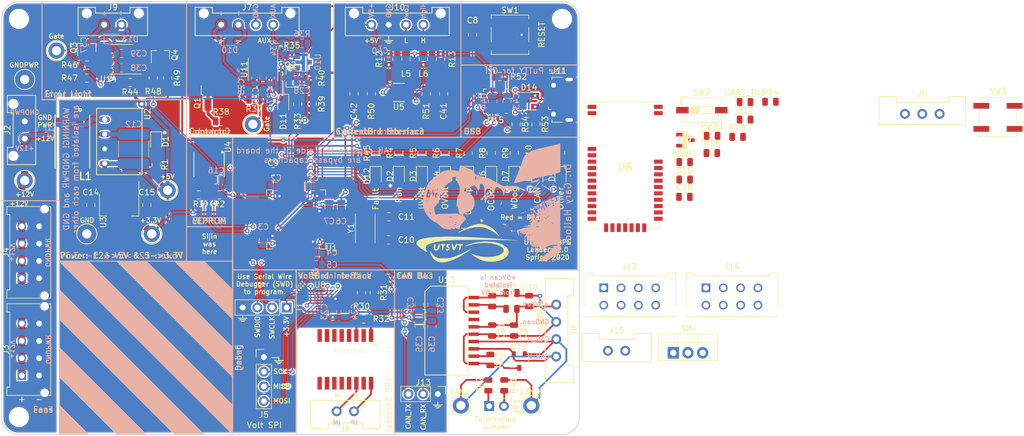
<source format=kicad_pcb>
(kicad_pcb (version 20171130) (host pcbnew "(5.1.6)-1")
  (layers (0 F.Cu signal) (31 B.Cu signal) (34 B.Paste user) (35 F.Paste user) (36 B.SilkS user) (37 F.SilkS user) (38 B.Mask user) (39 F.Mask user) (44 Edge.Cuts user))
  (net 0 "")
  (net 1 GND)
  (net 2 +3V3)
  (net 3 /OSC_IN)
  (net 4 /NRST)
  (net 5 /OSC_OUT)
  (net 6 "Net-(C12-Pad1)")
  (net 7 +5V)
  (net 8 +12V)
  (net 9 GNDPWR)
  (net 10 /PB1)
  (net 11 /ADC1_CH3)
  (net 12 /ADC1_CH2)
  (net 13 "Net-(D1-Pad2)")
  (net 14 "Net-(D2-Pad1)")
  (net 15 /RUN)
  (net 16 "Net-(D3-Pad1)")
  (net 17 /PC3)
  (net 18 /PC2)
  (net 19 "Net-(D4-Pad1)")
  (net 20 "Net-(D5-Pad1)")
  (net 21 /PC1)
  (net 22 /PC0)
  (net 23 "Net-(D6-Pad1)")
  (net 24 "Net-(D7-Pad1)")
  (net 25 /PA7)
  (net 26 /PA6)
  (net 27 "Net-(D8-Pad1)")
  (net 28 "Net-(D9-Pad1)")
  (net 29 /PA5)
  (net 30 "/Contactor Driver/CONTACTOR_V-")
  (net 31 "Net-(D11-Pad2)")
  (net 32 "Net-(D11-Pad1)")
  (net 33 "Net-(D12-Pad1)")
  (net 34 "Net-(D13-Pad2)")
  (net 35 /SWCLK)
  (net 36 /SWDIO)
  (net 37 /CAN/CAN_L)
  (net 38 /CAN/CAN_H)
  (net 39 /CAN/TERM_L)
  (net 40 /CAN/TERM_H)
  (net 41 "Net-(L5-Pad2)")
  (net 42 "Net-(Q1-Pad1)")
  (net 43 "Net-(Q2-Pad1)")
  (net 44 "Net-(Q3-Pad1)")
  (net 45 "Net-(Q4-Pad3)")
  (net 46 "Net-(Q4-Pad1)")
  (net 47 /I2C3_SCL)
  (net 48 /I2C3_SDA)
  (net 49 "/Voltage Board Interface/VOLT_IP")
  (net 50 "/Voltage Board Interface/VOLT_IM")
  (net 51 "Net-(R35-Pad1)")
  (net 52 /PB0)
  (net 53 /CAN/RSlope)
  (net 54 /FAULT)
  (net 55 /USART3_RX)
  (net 56 /USART3_TX)
  (net 57 /SPI1_CLK)
  (net 58 /SPI1_MISO)
  (net 59 /SPI1_MOSI)
  (net 60 /VOLT_CS)
  (net 61 /CAN1_RX)
  (net 62 /CAN1_TX)
  (net 63 "Net-(C9-Pad1)")
  (net 64 "Net-(D14-Pad2)")
  (net 65 "Net-(D14-Pad3)")
  (net 66 "Net-(D14-Pad4)")
  (net 67 "Net-(J11-Pad4)")
  (net 68 "Net-(C29-Pad2)")
  (net 69 "Net-(C29-Pad1)")
  (net 70 "Net-(C30-Pad1)")
  (net 71 "Net-(C30-Pad2)")
  (net 72 "Net-(J6-Pad1)")
  (net 73 "Net-(J6-Pad2)")
  (net 74 "Net-(J7-Pad4)")
  (net 75 "Net-(J10-Pad3)")
  (net 76 "Net-(J10-Pad4)")
  (net 77 "Net-(L6-Pad2)")
  (net 78 "Net-(R30-Pad2)")
  (net 79 "Net-(R30-Pad1)")
  (net 80 "Net-(R37-Pad2)")
  (net 81 "Net-(R44-Pad1)")
  (net 82 "Net-(R46-Pad2)")
  (net 83 "Net-(R50-Pad1)")
  (net 84 "Net-(R51-Pad1)")
  (net 85 "Net-(R52-Pad2)")
  (net 86 "Net-(R53-Pad1)")
  (net 87 "Net-(U9-Pad15)")
  (net 88 "Net-(U9-Pad8)")
  (net 89 "Net-(U9-Pad10)")
  (net 90 "Net-(U9-Pad7)")
  (net 91 "Net-(U9-Pad9)")
  (net 92 "Net-(U9-Pad6)")
  (net 93 "Net-(U9-Pad11)")
  (net 94 "Net-(U9-Pad2)")
  (net 95 "Net-(U11-Pad4)")
  (net 96 "Net-(U11-Pad1)")
  (net 97 "Net-(U13-Pad6)")
  (net 98 "Net-(U13-Pad8)")
  (net 99 "Net-(U13-Pad9)")
  (net 100 "Net-(U13-Pad17)")
  (net 101 "Net-(U14-Pad1)")
  (net 102 "Net-(U14-Pad4)")
  (net 103 "Net-(U15-Pad1)")
  (net 104 "Net-(U15-Pad10)")
  (net 105 "Net-(U15-Pad11)")
  (net 106 "Net-(U15-Pad12)")
  (net 107 "Net-(U15-Pad13)")
  (net 108 "Net-(U15-Pad14)")
  (net 109 "Net-(U15-Pad15)")
  (net 110 "Net-(U15-Pad16)")
  (net 111 "Net-(U15-Pad17)")
  (net 112 "Net-(U15-Pad18)")
  (net 113 "Net-(U15-Pad19)")
  (net 114 "Net-(U15-Pad22)")
  (net 115 "Net-(U15-Pad23)")
  (net 116 "Net-(U15-Pad24)")
  (net 117 "Net-(C18-Pad1)")
  (net 118 "Net-(D16-Pad2)")
  (net 119 "Net-(D17-Pad2)")
  (net 120 "Net-(J3-Pad1)")
  (net 121 "Net-(J9-Pad1)")
  (net 122 /IP0)
  (net 123 /IP1)
  (net 124 /IP2)
  (net 125 /IP3)
  (net 126 /IP4)
  (net 127 /IP5)
  (net 128 /IP6)
  (net 129 /IP7)
  (net 130 /IP8)
  (net 131 /IP9)
  (net 132 /IP10)
  (net 133 /IP11)
  (net 134 /IP12)
  (net 135 /IP13)
  (net 136 /IP14)
  (net 137 /IP15)
  (net 138 /IP16)
  (net 139 /IP17)
  (net 140 "Net-(PWR1-Pad1)")
  (net 141 "/LPTIM1(PWM)")
  (net 142 "Net-(R14-Pad1)")
  (net 143 "Net-(R16-Pad1)")
  (net 144 "Net-(RSSI1-Pad2)")
  (net 145 /USART1_TX)
  (net 146 /USART1_RX)
  (net 147 /USART1_CTS)
  (net 148 /USART1_RTS)
  (net 149 "Net-(U6-Pad29)")
  (net 150 "Net-(U6-Pad28)")
  (net 151 "Net-(U6-Pad27)")
  (net 152 "Net-(U6-Pad26)")
  (net 153 "Net-(U6-Pad25)")
  (net 154 "Net-(U6-Pad20)")
  (net 155 "Net-(U6-Pad19)")
  (net 156 "Net-(U6-Pad14)")
  (net 157 "Net-(U6-Pad13)")
  (net 158 "Net-(U6-Pad11)")
  (net 159 "Net-(U6-Pad10)")
  (net 160 "Net-(U6-Pad9)")
  (net 161 "Net-(U6-Pad8)")
  (net 162 "Net-(U6-Pad7)")
  (net 163 "Net-(U6-Pad6)")
  (net 164 "Net-(U6-Pad5)")
  (net 165 "Net-(U6-Pad4)")
  (module LED_SMD:LED_0805_2012Metric (layer F.Cu) (at 228.676 92.404)
    (fp_text reference UART_TX1 (at 0 -1.65) (layer F.SilkS))
    (fp_text value LED)
    (pad 1 smd roundrect (at -0.9375 0) (size 0.975 1.4) (layers F.Cu F.Paste F.Mask) (net 158 "Net-(U6-Pad11)"))
    (pad 2 smd roundrect (at 0.9375 0) (size 0.975 1.4) (layers F.Cu F.Paste F.Mask) (net 2 +3V3))
  )
  (module UTSVT_BPS:SOT96P240X110-3N (layer F.Cu) (at 218.356 99.009)
    (fp_text reference U7 (at 0 0) (layer F.SilkS) (effects (font (size 1.27 1.27) (thickness 0.254))))
    (fp_text value MCP100-315D hide)
    (pad 1 smd rect (at -1.05 -0.96 90) (size 0.65 1.1) (layers F.Cu F.Paste F.Mask) (net 117 "Net-(C18-Pad1)"))
    (pad 2 smd rect (at -1.05 0.96 90) (size 0.65 1.1) (layers F.Cu F.Paste F.Mask) (net 2 +3V3))
    (pad 3 smd rect (at 1.05 0 90) (size 0.65 1.1) (layers F.Cu F.Paste F.Mask) (net 1 GND))
  )
  (module UTSVT_BPS:RN4870IRM130 (layer F.Cu) (at 207.931 103.434)
    (fp_text reference U6 (at 0 0.25) (layer F.SilkS) (effects (font (size 1.27 1.27) (thickness 0.254))))
    (fp_text value RN4870-V_RM118 hide)
    (pad 1 smd rect (at -5.75 -10.2 90) (size 0.7 1.5) (layers F.Cu F.Paste F.Mask) (net 1 GND))
    (pad 2 smd rect (at -5.75 -9.1 90) (size 0.7 1.5) (layers F.Cu F.Paste F.Mask) (net 1 GND))
    (pad 3 smd rect (at -5.75 -2.9 90) (size 0.7 1.5) (layers F.Cu F.Paste F.Mask) (net 1 GND))
    (pad 4 smd rect (at -5.75 -1.8 90) (size 0.7 1.5) (layers F.Cu F.Paste F.Mask) (net 165 "Net-(U6-Pad4)"))
    (pad 5 smd rect (at -5.75 -0.7 90) (size 0.7 1.5) (layers F.Cu F.Paste F.Mask) (net 164 "Net-(U6-Pad5)"))
    (pad 6 smd rect (at -5.75 0.4 90) (size 0.7 1.5) (layers F.Cu F.Paste F.Mask) (net 163 "Net-(U6-Pad6)"))
    (pad 7 smd rect (at -5.75 1.5 90) (size 0.7 1.5) (layers F.Cu F.Paste F.Mask) (net 162 "Net-(U6-Pad7)"))
    (pad 8 smd rect (at -5.75 2.6 90) (size 0.7 1.5) (layers F.Cu F.Paste F.Mask) (net 161 "Net-(U6-Pad8)"))
    (pad 9 smd rect (at -5.75 3.7 90) (size 0.7 1.5) (layers F.Cu F.Paste F.Mask) (net 160 "Net-(U6-Pad9)"))
    (pad 10 smd rect (at -5.75 4.8 90) (size 0.7 1.5) (layers F.Cu F.Paste F.Mask) (net 159 "Net-(U6-Pad10)"))
    (pad 11 smd rect (at -5.75 5.9 90) (size 0.7 1.5) (layers F.Cu F.Paste F.Mask) (net 158 "Net-(U6-Pad11)"))
    (pad 12 smd rect (at -5.75 7 90) (size 0.7 1.5) (layers F.Cu F.Paste F.Mask) (net 118 "Net-(D16-Pad2)"))
    (pad 13 smd rect (at -5.75 8.1 90) (size 0.7 1.5) (layers F.Cu F.Paste F.Mask) (net 157 "Net-(U6-Pad13)"))
    (pad 14 smd rect (at -5.75 9.2 90) (size 0.7 1.5) (layers F.Cu F.Paste F.Mask) (net 156 "Net-(U6-Pad14)"))
    (pad 15 smd rect (at -3.3 10.75) (size 0.7 1.5) (layers F.Cu F.Paste F.Mask) (net 148 /USART1_RTS))
    (pad 16 smd rect (at -2.2 10.75) (size 0.7 1.5) (layers F.Cu F.Paste F.Mask) (net 119 "Net-(D17-Pad2)"))
    (pad 17 smd rect (at -1.1 10.75) (size 0.7 1.5) (layers F.Cu F.Paste F.Mask) (net 147 /USART1_CTS))
    (pad 18 smd rect (at 0 10.75) (size 0.7 1.5) (layers F.Cu F.Paste F.Mask) (net 143 "Net-(R16-Pad1)"))
    (pad 19 smd rect (at 1.1 10.75) (size 0.7 1.5) (layers F.Cu F.Paste F.Mask) (net 155 "Net-(U6-Pad19)"))
    (pad 20 smd rect (at 2.2 10.75) (size 0.7 1.5) (layers F.Cu F.Paste F.Mask) (net 154 "Net-(U6-Pad20)"))
    (pad 21 smd rect (at 3.3 10.75) (size 0.7 1.5) (layers F.Cu F.Paste F.Mask) (net 117 "Net-(C18-Pad1)"))
    (pad 22 smd rect (at 5.75 9.2 90) (size 0.7 1.5) (layers F.Cu F.Paste F.Mask) (net 145 /USART1_TX))
    (pad 23 smd rect (at 5.75 8.1 90) (size 0.7 1.5) (layers F.Cu F.Paste F.Mask) (net 146 /USART1_RX))
    (pad 24 smd rect (at 5.75 7 90) (size 0.7 1.5) (layers F.Cu F.Paste F.Mask) (net 144 "Net-(RSSI1-Pad2)"))
    (pad 25 smd rect (at 5.75 5.9 90) (size 0.7 1.5) (layers F.Cu F.Paste F.Mask) (net 153 "Net-(U6-Pad25)"))
    (pad 26 smd rect (at 5.75 4.8 90) (size 0.7 1.5) (layers F.Cu F.Paste F.Mask) (net 152 "Net-(U6-Pad26)"))
    (pad 27 smd rect (at 5.75 3.7 90) (size 0.7 1.5) (layers F.Cu F.Paste F.Mask) (net 151 "Net-(U6-Pad27)"))
    (pad 28 smd rect (at 5.75 2.6 90) (size 0.7 1.5) (layers F.Cu F.Paste F.Mask) (net 150 "Net-(U6-Pad28)"))
    (pad 29 smd rect (at 5.75 1.5 90) (size 0.7 1.5) (layers F.Cu F.Paste F.Mask) (net 149 "Net-(U6-Pad29)"))
    (pad 30 smd rect (at 5.75 0.4 90) (size 0.7 1.5) (layers F.Cu F.Paste F.Mask) (net 142 "Net-(R14-Pad1)"))
    (pad 31 smd rect (at 5.75 -0.7 90) (size 0.7 1.5) (layers F.Cu F.Paste F.Mask) (net 1 GND))
    (pad 32 smd rect (at 5.75 -9.1 90) (size 0.7 1.5) (layers F.Cu F.Paste F.Mask) (net 1 GND))
    (pad 33 smd rect (at 5.75 -10.2 90) (size 0.7 1.5) (layers F.Cu F.Paste F.Mask) (net 1 GND))
  )
  (module Button_Switch_SMD:SW_SPST_B3SL-1002P (layer F.Cu) (at 272.456 95.059)
    (fp_text reference SW3 (at 0 -4.5) (layer F.SilkS))
    (fp_text value SW_Push)
    (pad 1 smd rect (at -2.875 -2) (size 2.75 1) (layers F.Cu F.Paste F.Mask) (net 8 +12V))
    (pad 1 smd rect (at 2.875 -2) (size 2.75 1) (layers F.Cu F.Paste F.Mask) (net 8 +12V))
    (pad 2 smd rect (at 2.875 2) (size 2.75 1) (layers F.Cu F.Paste F.Mask) (net 121 "Net-(J9-Pad1)"))
    (pad 2 smd rect (at -2.875 2) (size 2.75 1) (layers F.Cu F.Paste F.Mask) (net 121 "Net-(J9-Pad1)"))
  )
  (module Button_Switch_SMD:SW_DIP_SPSTx01_Slide_6.7x4.1mm_W6.73mm_P2.54mm_LowProfile_JPin (layer F.Cu) (at 221.206 93.809)
    (fp_text reference SW2 (at 0 -3.11) (layer F.SilkS))
    (fp_text value SW_DIP_x01)
    (pad 1 smd rect (at -3.365 0) (size 2.16 1.12) (layers F.Cu F.Paste F.Mask) (net 2 +3V3))
    (pad 2 smd rect (at 3.365 0) (size 2.16 1.12) (layers F.Cu F.Paste F.Mask) (net 143 "Net-(R16-Pad1)"))
  )
  (module LED_SMD:LED_0805_2012Metric (layer F.Cu) (at 218.226 102.804)
    (fp_text reference RSSI1 (at 0 -1.65) (layer F.SilkS))
    (fp_text value LED)
    (pad 1 smd roundrect (at -0.9375 0) (size 0.975 1.4) (layers F.Cu F.Paste F.Mask) (net 1 GND))
    (pad 2 smd roundrect (at 0.9375 0) (size 0.975 1.4) (layers F.Cu F.Paste F.Mask) (net 144 "Net-(RSSI1-Pad2)"))
  )
  (module Resistor_SMD:R_0805_2012Metric (layer F.Cu) (at 222.936 101.249)
    (fp_text reference R16 (at 0 -1.65) (layer F.SilkS))
    (fp_text value 10k)
    (pad 1 smd roundrect (at -0.9375 0) (size 0.975 1.4) (layers F.Cu F.Paste F.Mask) (net 143 "Net-(R16-Pad1)"))
    (pad 2 smd roundrect (at 0.9375 0) (size 0.975 1.4) (layers F.Cu F.Paste F.Mask) (net 1 GND))
  )
  (module Resistor_SMD:R_0805_2012Metric (layer F.Cu) (at 227.386 98.439)
    (fp_text reference R15 (at 0 -1.65) (layer F.SilkS))
    (fp_text value 4.7k)
    (pad 1 smd roundrect (at -0.9375 0) (size 0.975 1.4) (layers F.Cu F.Paste F.Mask) (net 2 +3V3))
    (pad 2 smd roundrect (at 0.9375 0) (size 0.975 1.4) (layers F.Cu F.Paste F.Mask) (net 117 "Net-(C18-Pad1)"))
  )
  (module Resistor_SMD:R_0805_2012Metric (layer F.Cu) (at 233.086 92.359)
    (fp_text reference R14 (at 0 -1.65) (layer F.SilkS))
    (fp_text value 330)
    (pad 1 smd roundrect (at -0.9375 0) (size 0.975 1.4) (layers F.Cu F.Paste F.Mask) (net 142 "Net-(R14-Pad1)"))
    (pad 2 smd roundrect (at 0.9375 0) (size 0.975 1.4) (layers F.Cu F.Paste F.Mask) (net 140 "Net-(PWR1-Pad1)"))
  )
  (module Package_TO_SOT_THT:TO-220-3_Vertical (layer F.Cu) (at 216.266 135.859)
    (fp_text reference Q6 (at 2.54 -4.27) (layer F.SilkS))
    (fp_text value BUT11)
    (pad 1 thru_hole rect (at 0 0) (size 1.905 2) (drill 1.1) (layers *.Cu *.Mask) (net 141 "/LPTIM1(PWM)"))
    (pad 2 thru_hole oval (at 2.54 0) (size 1.905 2) (drill 1.1) (layers *.Cu *.Mask) (net 8 +12V))
    (pad 3 thru_hole oval (at 5.08 0) (size 1.905 2) (drill 1.1) (layers *.Cu *.Mask) (net 120 "Net-(J3-Pad1)"))
  )
  (module LED_SMD:LED_0805_2012Metric (layer F.Cu) (at 222.976 98.254)
    (fp_text reference PWR1 (at 0 -1.65) (layer F.SilkS))
    (fp_text value LED)
    (pad 1 smd roundrect (at -0.9375 0) (size 0.975 1.4) (layers F.Cu F.Paste F.Mask) (net 140 "Net-(PWR1-Pad1)"))
    (pad 2 smd roundrect (at 0.9375 0) (size 0.975 1.4) (layers F.Cu F.Paste F.Mask) (net 2 +3V3))
  )
  (module UTSVT_Connectors:Molex_MicroFit3.0_1x2xP3.00mm_PolarizingPeg_Vertical (layer F.Cu) (at 204.956 135.509)
    (fp_text reference J15 (at 1.5 -3.5) (layer F.SilkS))
    (fp_text value Conn_01x02)
    (pad "" np_thru_hole circle (at 6 -1.96) (size 1.27 1.27) (drill 1.27) (layers *.Cu *.Mask))
    (pad 1 thru_hole circle (at 0 0) (size 1.7 1.7) (drill 1.02) (layers *.Cu *.Mask) (net 139 /IP17))
    (pad 2 thru_hole circle (at 3 0) (size 1.7 1.7) (drill 1.02) (layers *.Cu *.Mask) (net 138 /IP16))
    (pad "" np_thru_hole circle (at -3 -1.96) (size 1.27 1.27) (drill 1.27) (layers *.Cu *.Mask))
  )
  (module UTSVT_Connectors:Molex_MicroFit3.0_2x4xP3.00mm_PolarizingPeg_Vertical (layer F.Cu) (at 221.916 124.609)
    (fp_text reference J14 (at 4.5 -3.67) (layer F.SilkS))
    (fp_text value Conn_01x08)
    (pad 8 thru_hole circle (at 9 3) (size 1.5 1.5) (drill 1) (layers *.Cu *.Mask) (net 130 /IP8))
    (pad 7 thru_hole circle (at 6 3) (size 1.5 1.5) (drill 1) (layers *.Cu *.Mask) (net 131 /IP9))
    (pad 6 thru_hole circle (at 3 3) (size 1.5 1.5) (drill 1) (layers *.Cu *.Mask) (net 132 /IP10))
    (pad 5 thru_hole circle (at 0 3) (size 1.5 1.5) (drill 1) (layers *.Cu *.Mask) (net 133 /IP11))
    (pad 4 thru_hole circle (at 9 0) (size 1.5 1.5) (drill 1) (layers *.Cu *.Mask) (net 134 /IP12))
    (pad 3 thru_hole circle (at 6 0) (size 1.5 1.5) (drill 1) (layers *.Cu *.Mask) (net 135 /IP13))
    (pad 2 thru_hole circle (at 3 0) (size 1.5 1.5) (drill 1) (layers *.Cu *.Mask) (net 136 /IP14))
    (pad 1 thru_hole rect (at 0 0) (size 1.5 1.5) (drill 1) (layers *.Cu *.Mask) (net 137 /IP15))
    (pad "" np_thru_hole circle (at 12 3.94) (size 1 1) (drill 1) (layers *.Cu *.Mask))
    (pad "" np_thru_hole circle (at -3 3.94) (size 1 1) (drill 1) (layers *.Cu *.Mask))
  )
  (module UTSVT_Connectors:Molex_MicroFit3.0_2x4xP3.00mm_PolarizingPeg_Vertical (layer F.Cu) (at 204.226 124.609)
    (fp_text reference J12 (at 4.5 -3.67) (layer F.SilkS))
    (fp_text value Conn_01x08)
    (pad 8 thru_hole circle (at 9 3) (size 1.5 1.5) (drill 1) (layers *.Cu *.Mask) (net 122 /IP0))
    (pad 7 thru_hole circle (at 6 3) (size 1.5 1.5) (drill 1) (layers *.Cu *.Mask) (net 123 /IP1))
    (pad 6 thru_hole circle (at 3 3) (size 1.5 1.5) (drill 1) (layers *.Cu *.Mask) (net 124 /IP2))
    (pad 5 thru_hole circle (at 0 3) (size 1.5 1.5) (drill 1) (layers *.Cu *.Mask) (net 125 /IP3))
    (pad 4 thru_hole circle (at 9 0) (size 1.5 1.5) (drill 1) (layers *.Cu *.Mask) (net 126 /IP4))
    (pad 3 thru_hole circle (at 6 0) (size 1.5 1.5) (drill 1) (layers *.Cu *.Mask) (net 127 /IP5))
    (pad 2 thru_hole circle (at 3 0) (size 1.5 1.5) (drill 1) (layers *.Cu *.Mask) (net 128 /IP6))
    (pad 1 thru_hole rect (at 0 0) (size 1.5 1.5) (drill 1) (layers *.Cu *.Mask) (net 129 /IP7))
    (pad "" np_thru_hole circle (at 12 3.94) (size 1 1) (drill 1) (layers *.Cu *.Mask))
    (pad "" np_thru_hole circle (at -3 3.94) (size 1 1) (drill 1) (layers *.Cu *.Mask))
  )
  (module UTSVT_Connectors:Molex_MicroFit3.0_1x3xP3.00mm_PolarizingPeg_Vertical (layer F.Cu) (at 256.356 94.459)
    (fp_text reference J9 (at 3 -3.5) (layer F.SilkS))
    (fp_text value ErrorLightConnector)
    (pad "" np_thru_hole circle (at 9 -1.96) (size 1.27 1.27) (drill 1.27) (layers *.Cu *.Mask))
    (pad 1 thru_hole circle (at 0 0) (size 1.7 1.7) (drill 1.02) (layers *.Cu *.Mask) (net 121 "Net-(J9-Pad1)"))
    (pad 2 thru_hole circle (at 3 0) (size 1.7 1.7) (drill 1.02) (layers *.Cu *.Mask) (net 8 +12V))
    (pad 3 thru_hole circle (at 6 0) (size 1.7 1.7) (drill 1.02) (layers *.Cu *.Mask) (net 34 "Net-(D13-Pad2)"))
    (pad "" np_thru_hole circle (at -3 -1.96) (size 1.27 1.27) (drill 1.27) (layers *.Cu *.Mask))
  )
  (module LED_SMD:LED_0805_2012Metric (layer F.Cu) (at 228.676 95.444)
    (fp_text reference D17 (at 0 -1.65) (layer F.SilkS))
    (fp_text value LED)
    (pad 1 smd roundrect (at -0.9375 0) (size 0.975 1.4) (layers F.Cu F.Paste F.Mask) (net 1 GND))
    (pad 2 smd roundrect (at 0.9375 0) (size 0.975 1.4) (layers F.Cu F.Paste F.Mask) (net 119 "Net-(D17-Pad2)"))
  )
  (module LED_SMD:LED_0805_2012Metric (layer F.Cu) (at 218.226 105.844)
    (fp_text reference D16 (at 0 -1.65) (layer F.SilkS))
    (fp_text value LED)
    (pad 1 smd roundrect (at -0.9375 0) (size 0.975 1.4) (layers F.Cu F.Paste F.Mask) (net 1 GND))
    (pad 2 smd roundrect (at 0.9375 0) (size 0.975 1.4) (layers F.Cu F.Paste F.Mask) (net 118 "Net-(D16-Pad2)"))
  )
  (module Capacitor_SMD:C_0805_2012Metric (layer F.Cu) (at 218.186 108.839)
    (fp_text reference C18 (at 0 -1.65) (layer F.SilkS))
    (fp_text value 1uF)
    (pad 1 smd roundrect (at -0.9375 0) (size 0.975 1.4) (layers F.Cu F.Paste F.Mask) (net 117 "Net-(C18-Pad1)"))
    (pad 2 smd roundrect (at 0.9375 0) (size 0.975 1.4) (layers F.Cu F.Paste F.Mask) (net 1 GND))
  )
  (module UTSVT_Special:Hallock_Image_Small (layer B.Cu) (at 184.5 109 270)
    (fp_text reference G*** hide)
    (fp_text value LOGO hide)
  )
  (module UTSVT_Special:UTSVT_Logo_Symbol (layer F.Cu) (at 180.25 117)
    (fp_text reference G*** hide)
    (fp_text value LOGO hide)
  )
  (module Connector_PinHeader_2.54mm:PinHeader_1x03_P2.54mm_Vertical (layer F.Cu) (at 175.5 143 270)
    (fp_text reference J13 (at -2 2.5 180) (layer F.SilkS))
    (fp_text value "CAN Analyzer")
    (pad 3 thru_hole oval (at 0 5.08 270) (size 1.7 1.7) (drill 1) (layers *.Cu *.Mask) (net 62 /CAN1_TX))
    (pad 2 thru_hole oval (at 0 2.54 270) (size 1.7 1.7) (drill 1) (layers *.Cu *.Mask) (net 61 /CAN1_RX))
    (pad 1 thru_hole rect (at 0 0 270) (size 1.7 1.7) (drill 1) (layers *.Cu *.Mask) (net 1 GND))
  )
  (module Capacitor_SMD:C_0805_2012Metric (layer F.Cu) (at 115.45 110.25 270)
    (fp_text reference C14 (at -2.2 0 180) (layer F.SilkS))
    (fp_text value 10uF)
    (pad 1 smd roundrect (at -0.9375 0 270) (size 0.975 1.4) (layers F.Cu F.Paste F.Mask) (net 7 +5V))
    (pad 2 smd roundrect (at 0.9375 0 270) (size 0.975 1.4) (layers F.Cu F.Paste F.Mask) (net 1 GND))
  )
  (module Capacitor_SMD:C_0805_2012Metric (layer B.Cu) (at 106.95 97.25 90)
    (fp_text reference C13 (at 0 1.65 270) (layer B.SilkS) (effects (justify mirror)))
    (fp_text value 4.7uF)
    (pad 2 smd roundrect (at 0.9375 0 90) (size 0.975 1.4) (layers B.Cu B.Paste B.Mask) (net 9 GNDPWR))
    (pad 1 smd roundrect (at -0.9375 0 90) (size 0.975 1.4) (layers B.Cu B.Paste B.Mask) (net 8 +12V))
  )
  (module TestPoint:TestPoint_Keystone_5005-5009_Compact (layer F.Cu) (at 104 106 180)
    (fp_text reference TP1 hide)
    (fp_text value +12V_TP)
    (pad 1 thru_hole circle (at 0 0 180) (size 2.8 2.8) (drill 1.6) (layers *.Cu *.Mask) (net 8 +12V))
  )
  (module UTSVT_Connectors:Molex_MicroFit3.0_1x2xP3.00mm_PolarizingPeg_Vertical (layer F.Cu) (at 104 98.75 90)
    (fp_text reference J2 (at 1.5 -3 90) (layer F.SilkS))
    (fp_text value CarPowerConnector)
    (pad "" np_thru_hole circle (at -3 -1.96 90) (size 1.27 1.27) (drill 1.27) (layers *.Cu *.Mask))
    (pad 2 thru_hole circle (at 3 0 90) (size 1.7 1.7) (drill 1.02) (layers *.Cu *.Mask) (net 9 GNDPWR))
    (pad 1 thru_hole circle (at 0 0 90) (size 1.7 1.7) (drill 1.02) (layers *.Cu *.Mask) (net 8 +12V))
    (pad "" np_thru_hole circle (at 6 -1.96 90) (size 1.27 1.27) (drill 1.27) (layers *.Cu *.Mask))
  )
  (module Capacitor_SMD:C_0805_2012Metric (layer F.Cu) (at 125.15 110.25 90)
    (fp_text reference C15 (at 2.2 0 180) (layer F.SilkS))
    (fp_text value 10uF)
    (pad 2 smd roundrect (at 0.9375 0 90) (size 0.975 1.4) (layers F.Cu F.Paste F.Mask) (net 1 GND))
    (pad 1 smd roundrect (at -0.9375 0 90) (size 0.975 1.4) (layers F.Cu F.Paste F.Mask) (net 2 +3V3))
  )
  (module TestPoint:TestPoint_Keystone_5005-5009_Compact (layer F.Cu) (at 104 88.5)
    (fp_text reference TP3 hide)
    (fp_text value GNDPWR_TP)
    (pad 1 thru_hole circle (at 0 0) (size 2.8 2.8) (drill 1.6) (layers *.Cu *.Mask) (net 9 GNDPWR))
  )
  (module UTSVT_ICs:RI3_DC_Converter (layer F.Cu) (at 117.85 99.25 270)
    (fp_text reference U2 (at -4.75 -7.4 270) (layer F.SilkS))
    (fp_text value RI3-1205S)
    (pad 1 thru_hole oval (at -3.81 0 270) (size 1 1.8) (drill 0.85) (layers *.Cu *.Mask) (net 9 GNDPWR))
    (pad 2 thru_hole oval (at -1.27 0 270) (size 1 1.8) (drill 0.85) (layers *.Cu *.Mask) (net 6 "Net-(C12-Pad1)"))
    (pad 3 thru_hole oval (at 1.27 0 270) (size 1 1.8) (drill 0.85) (layers *.Cu *.Mask) (net 1 GND))
    (pad 4 thru_hole oval (at 3.81 0 270) (size 1 1.8) (drill 0.85) (layers *.Cu *.Mask) (net 7 +5V))
  )
  (module Package_TO_SOT_SMD:SOT-223-3_TabPin2 (layer F.Cu) (at 120.35 110.25 270)
    (fp_text reference U3 (at 3 2.75 90) (layer F.SilkS))
    (fp_text value NCP1117-3.3_SOT223)
    (pad 2 smd rect (at 3.15 0 270) (size 2 3.8) (layers F.Cu F.Paste F.Mask) (net 2 +3V3))
    (pad 2 smd rect (at -3.15 0 270) (size 2 1.5) (layers F.Cu F.Paste F.Mask) (net 2 +3V3))
    (pad 3 smd rect (at -3.15 2.3 270) (size 2 1.5) (layers F.Cu F.Paste F.Mask) (net 7 +5V))
    (pad 1 smd rect (at -3.15 -2.3 270) (size 2 1.5) (layers F.Cu F.Paste F.Mask) (net 1 GND))
  )
  (module TestPoint:TestPoint_Keystone_5005-5009_Compact (layer F.Cu) (at 128.75 107.7)
    (fp_text reference TP2 hide)
    (fp_text value +5V_TP)
    (pad 1 thru_hole circle (at 0 0) (size 2.8 2.8) (drill 1.6) (layers *.Cu *.Mask) (net 7 +5V))
  )
  (module TestPoint:TestPoint_Keystone_5005-5009_Compact (layer F.Cu) (at 126 115.25)
    (fp_text reference TP5 hide)
    (fp_text value +3.3V_TP)
    (pad 1 thru_hole circle (at 0 0) (size 2.8 2.8) (drill 1.6) (layers *.Cu *.Mask) (net 2 +3V3))
  )
  (module TestPoint:TestPoint_Keystone_5005-5009_Compact (layer F.Cu) (at 114.75 115.25)
    (fp_text reference TP4 hide)
    (fp_text value GND_TP)
    (pad 1 thru_hole circle (at 0 0) (size 2.8 2.8) (drill 1.6) (layers *.Cu *.Mask) (net 1 GND))
  )
  (module Capacitor_SMD:C_2220_5650Metric (layer B.Cu) (at 122.85 100.55 270)
    (fp_text reference C12 (at -4.3 0) (layer B.SilkS) (effects (justify mirror)))
    (fp_text value 470pF)
    (pad 2 smd roundrect (at 2.55 0 270) (size 1.8 5.4) (layers B.Cu B.Paste B.Mask) (roundrect_rratio 0.138889) (net 7 +5V))
    (pad 1 smd roundrect (at -2.55 0 270) (size 1.8 5.4) (layers B.Cu B.Paste B.Mask) (roundrect_rratio 0.138889) (net 6 "Net-(C12-Pad1)"))
  )
  (module Resistor_SMD:R_0805_2012Metric (layer F.Cu) (at 126.75 103.25 90)
    (fp_text reference R1 (at 0 1.5 90) (layer F.SilkS))
    (fp_text value 1.5k)
    (pad 1 smd roundrect (at -0.9375 0 90) (size 0.975 1.4) (layers F.Cu F.Paste F.Mask) (net 7 +5V))
    (pad 2 smd roundrect (at 0.9375 0 90) (size 0.975 1.4) (layers F.Cu F.Paste F.Mask) (net 13 "Net-(D1-Pad2)"))
  )
  (module UTSVT_BPS:SRF0905A (layer F.Cu) (at 112.25 99.25 270)
    (fp_text reference L1 (at 6 -2.25 180) (layer F.SilkS) (effects (font (size 1.27 1.27) (thickness 0.254))))
    (fp_text value 10uH hide)
    (pad 4 smd rect (at 3.75 -1.27) (size 1.2 2) (layers F.Cu F.Paste F.Mask) (net 6 "Net-(C12-Pad1)"))
    (pad 3 smd rect (at 3.75 1.27) (size 1.2 2) (layers F.Cu F.Paste F.Mask) (net 6 "Net-(C12-Pad1)"))
    (pad 2 smd rect (at -3.75 1.27) (size 1.2 2) (layers F.Cu F.Paste F.Mask) (net 8 +12V))
    (pad 1 smd rect (at -3.75 -1.27) (size 1.2 2) (layers F.Cu F.Paste F.Mask) (net 8 +12V))
  )
  (module LED_SMD:LED_0805_2012Metric (layer F.Cu) (at 126.75 99.25 270)
    (fp_text reference D1 (at 0 -1.65 90) (layer F.SilkS))
    (fp_text value PowerOn)
    (pad 2 smd roundrect (at 0.9375 0 270) (size 0.975 1.4) (layers F.Cu F.Paste F.Mask) (net 13 "Net-(D1-Pad2)"))
    (pad 1 smd roundrect (at -0.9375 0 270) (size 0.975 1.4) (layers F.Cu F.Paste F.Mask) (net 1 GND))
  )
  (module Capacitor_SMD:C_0805_2012Metric (layer B.Cu) (at 154 107.05)
    (fp_text reference C1 (at 0 -1.5) (layer B.SilkS) (effects (justify mirror)))
    (fp_text value 0.1uF)
    (pad 1 smd roundrect (at -0.9375 0) (size 0.975 1.4) (layers B.Cu B.Paste B.Mask) (net 2 +3V3))
    (pad 2 smd roundrect (at 0.9375 0) (size 0.975 1.4) (layers B.Cu B.Paste B.Mask) (net 1 GND))
  )
  (module Capacitor_SMD:C_0805_2012Metric (layer B.Cu) (at 147.5 107.05)
    (fp_text reference C2 (at 0 -1.5 180) (layer B.SilkS) (effects (justify mirror)))
    (fp_text value 0.1uF)
    (pad 2 smd roundrect (at 0.9375 0) (size 0.975 1.4) (layers B.Cu B.Paste B.Mask) (net 1 GND))
    (pad 1 smd roundrect (at -0.9375 0) (size 0.975 1.4) (layers B.Cu B.Paste B.Mask) (net 2 +3V3))
  )
  (module Capacitor_SMD:C_0805_2012Metric (layer B.Cu) (at 145.3 116.25 90)
    (fp_text reference C3 (at 2.2 0 180) (layer B.SilkS) (effects (justify mirror)))
    (fp_text value 0.1uF)
    (pad 1 smd roundrect (at -0.9375 0 90) (size 0.975 1.4) (layers B.Cu B.Paste B.Mask) (net 2 +3V3))
    (pad 2 smd roundrect (at 0.9375 0 90) (size 0.975 1.4) (layers B.Cu B.Paste B.Mask) (net 1 GND))
  )
  (module Capacitor_SMD:C_0805_2012Metric (layer B.Cu) (at 154.5 118.45 180)
    (fp_text reference C4 (at -2.7 0) (layer B.SilkS) (effects (justify mirror)))
    (fp_text value 0.1uF)
    (pad 2 smd roundrect (at 0.9375 0 180) (size 0.975 1.4) (layers B.Cu B.Paste B.Mask) (net 1 GND))
    (pad 1 smd roundrect (at -0.9375 0 180) (size 0.975 1.4) (layers B.Cu B.Paste B.Mask) (net 2 +3V3))
  )
  (module Capacitor_SMD:C_0805_2012Metric (layer B.Cu) (at 154.5 120.6 180)
    (fp_text reference C5 (at -2.7 0) (layer B.SilkS) (effects (justify mirror)))
    (fp_text value 4.7uF)
    (pad 1 smd roundrect (at -0.9375 0 180) (size 0.975 1.4) (layers B.Cu B.Paste B.Mask) (net 2 +3V3))
    (pad 2 smd roundrect (at 0.9375 0 180) (size 0.975 1.4) (layers B.Cu B.Paste B.Mask) (net 1 GND))
  )
  (module Capacitor_SMD:C_0805_2012Metric (layer B.Cu) (at 158.8 110.75 270)
    (fp_text reference C6 (at 2.3 0) (layer B.SilkS) (effects (justify mirror)))
    (fp_text value 0.1uF)
    (pad 2 smd roundrect (at 0.9375 0 270) (size 0.975 1.4) (layers B.Cu B.Paste B.Mask) (net 1 GND))
    (pad 1 smd roundrect (at -0.9375 0 270) (size 0.975 1.4) (layers B.Cu B.Paste B.Mask) (net 2 +3V3))
  )
  (module Capacitor_SMD:C_0805_2012Metric (layer B.Cu) (at 156.7 110.75 270)
    (fp_text reference C7 (at 2.3 0) (layer B.SilkS) (effects (justify mirror)))
    (fp_text value 1uF)
    (pad 1 smd roundrect (at -0.9375 0 270) (size 0.975 1.4) (layers B.Cu B.Paste B.Mask) (net 2 +3V3))
    (pad 2 smd roundrect (at 0.9375 0 270) (size 0.975 1.4) (layers B.Cu B.Paste B.Mask) (net 1 GND))
  )
  (module Capacitor_SMD:C_0805_2012Metric (layer F.Cu) (at 181.5 80.75 90)
    (fp_text reference C8 (at 2.5 0 180) (layer F.SilkS))
    (fp_text value 0.1uF)
    (pad 1 smd roundrect (at -0.9375 0 90) (size 0.975 1.4) (layers F.Cu F.Paste F.Mask) (net 4 /NRST))
    (pad 2 smd roundrect (at 0.9375 0 90) (size 0.975 1.4) (layers F.Cu F.Paste F.Mask) (net 1 GND))
  )
  (module Capacitor_SMD:C_0805_2012Metric (layer F.Cu) (at 147 104.45 180)
    (fp_text reference C9 (at 0 1.5) (layer F.SilkS))
    (fp_text value 4.7u)
    (pad 1 smd roundrect (at -0.9375 0 180) (size 0.975 1.4) (layers F.Cu F.Paste F.Mask) (net 63 "Net-(C9-Pad1)"))
    (pad 2 smd roundrect (at 0.9375 0 180) (size 0.975 1.4) (layers F.Cu F.Paste F.Mask) (net 1 GND))
  )
  (module Capacitor_SMD:C_0805_2012Metric (layer F.Cu) (at 166.95 116.3)
    (fp_text reference C10 (at 3.1 0) (layer F.SilkS))
    (fp_text value 10pF)
    (pad 1 smd roundrect (at -0.9375 0) (size 0.975 1.4) (layers F.Cu F.Paste F.Mask) (net 3 /OSC_IN))
    (pad 2 smd roundrect (at 0.9375 0) (size 0.975 1.4) (layers F.Cu F.Paste F.Mask) (net 1 GND))
  )
  (module Capacitor_SMD:C_0805_2012Metric (layer F.Cu) (at 167.0125 112.3)
    (fp_text reference C11 (at 3.0375 0) (layer F.SilkS))
    (fp_text value 10pF)
    (pad 2 smd roundrect (at 0.9375 0) (size 0.975 1.4) (layers F.Cu F.Paste F.Mask) (net 1 GND))
    (pad 1 smd roundrect (at -0.9375 0) (size 0.975 1.4) (layers F.Cu F.Paste F.Mask) (net 5 /OSC_OUT))
  )
  (module Capacitor_SMD:C_0805_2012Metric (layer B.Cu) (at 137.15 105.9 180)
    (fp_text reference C16 (at 0 1.65 180) (layer B.SilkS) (effects (justify mirror)))
    (fp_text value 0.1uF)
    (pad 1 smd roundrect (at -0.9375 0 180) (size 0.975 1.4) (layers B.Cu B.Paste B.Mask) (net 2 +3V3))
    (pad 2 smd roundrect (at 0.9375 0 180) (size 0.975 1.4) (layers B.Cu B.Paste B.Mask) (net 1 GND))
  )
  (module Capacitor_SMD:C_0805_2012Metric (layer B.Cu) (at 157.3 128.75 90)
    (fp_text reference C23 (at 0 -1.45 90) (layer B.SilkS) (effects (justify mirror)))
    (fp_text value 0.1uF)
    (pad 1 smd roundrect (at -0.9375 0 90) (size 0.975 1.4) (layers B.Cu B.Paste B.Mask) (net 7 +5V))
    (pad 2 smd roundrect (at 0.9375 0 90) (size 0.975 1.4) (layers B.Cu B.Paste B.Mask) (net 1 GND))
  )
  (module Capacitor_SMD:C_0805_2012Metric (layer B.Cu) (at 159.45 128.75 90)
    (fp_text reference C24 (at 0 1.6 90) (layer B.SilkS) (effects (justify mirror)))
    (fp_text value 0.1uF)
    (pad 2 smd roundrect (at 0.9375 0 90) (size 0.975 1.4) (layers B.Cu B.Paste B.Mask) (net 1 GND))
    (pad 1 smd roundrect (at -0.9375 0 90) (size 0.975 1.4) (layers B.Cu B.Paste B.Mask) (net 7 +5V))
  )
  (module Capacitor_SMD:C_0805_2012Metric (layer B.Cu) (at 141.5 86.75 270)
    (fp_text reference C25 (at 3 0 90) (layer B.SilkS) (effects (justify mirror)))
    (fp_text value 1u)
    (pad 2 smd roundrect (at 0.9375 0 270) (size 0.975 1.4) (layers B.Cu B.Paste B.Mask) (net 8 +12V))
    (pad 1 smd roundrect (at -0.9375 0 270) (size 0.975 1.4) (layers B.Cu B.Paste B.Mask) (net 9 GNDPWR))
  )
  (module Capacitor_SMD:C_0805_2012Metric (layer B.Cu) (at 144 88.25 90)
    (fp_text reference C26 (at -3 0 270) (layer B.SilkS) (effects (justify mirror)))
    (fp_text value 10u)
    (pad 2 smd roundrect (at 0.9375 0 90) (size 0.975 1.4) (layers B.Cu B.Paste B.Mask) (net 9 GNDPWR))
    (pad 1 smd roundrect (at -0.9375 0 90) (size 0.975 1.4) (layers B.Cu B.Paste B.Mask) (net 8 +12V))
  )
  (module Capacitor_SMD:C_0805_2012Metric (layer B.Cu) (at 146.5 88.25 90)
    (fp_text reference C27 (at -3 0 90) (layer B.SilkS) (effects (justify mirror)))
    (fp_text value 0.1u)
    (pad 2 smd roundrect (at 0.9375 0 90) (size 0.975 1.4) (layers B.Cu B.Paste B.Mask) (net 9 GNDPWR))
    (pad 1 smd roundrect (at -0.9375 0 90) (size 0.975 1.4) (layers B.Cu B.Paste B.Mask) (net 8 +12V))
  )
  (module Capacitor_SMD:C_0805_2012Metric (layer B.Cu) (at 152 88.75 180)
    (fp_text reference C28 (at 0 -1.7 180) (layer B.SilkS) (effects (justify mirror)))
    (fp_text value 1u)
    (pad 1 smd roundrect (at -0.9375 0 180) (size 0.975 1.4) (layers B.Cu B.Paste B.Mask) (net 10 /PB1))
    (pad 2 smd roundrect (at 0.9375 0 180) (size 0.975 1.4) (layers B.Cu B.Paste B.Mask) (net 1 GND))
  )
  (module Capacitor_SMD:C_0805_2012Metric (layer F.Cu) (at 184.9 126.9 90)
    (fp_text reference C29 (at 2.3 0 180) (layer F.SilkS))
    (fp_text value 0.22uF)
    (pad 2 smd roundrect (at 0.9375 0 90) (size 0.975 1.4) (layers F.Cu F.Paste F.Mask) (net 68 "Net-(C29-Pad2)"))
    (pad 1 smd roundrect (at -0.9375 0 90) (size 0.975 1.4) (layers F.Cu F.Paste F.Mask) (net 69 "Net-(C29-Pad1)"))
  )
  (module Capacitor_SMD:C_0805_2012Metric (layer F.Cu) (at 191.3 126.9 90)
    (fp_text reference C30 (at 2.3 0 180) (layer F.SilkS))
    (fp_text value 10uF)
    (pad 1 smd roundrect (at -0.9375 0 90) (size 0.975 1.4) (layers F.Cu F.Paste F.Mask) (net 70 "Net-(C30-Pad1)"))
    (pad 2 smd roundrect (at 0.9375 0 90) (size 0.975 1.4) (layers F.Cu F.Paste F.Mask) (net 71 "Net-(C30-Pad2)"))
  )
  (module Capacitor_SMD:C_0805_2012Metric (layer F.Cu) (at 184.9 132 270)
    (fp_text reference C31 (at 0 -1.6 90) (layer F.SilkS))
    (fp_text value 0.1uF)
    (pad 1 smd roundrect (at -0.9375 0 270) (size 0.975 1.4) (layers F.Cu F.Paste F.Mask) (net 70 "Net-(C30-Pad1)"))
    (pad 2 smd roundrect (at 0.9375 0 270) (size 0.975 1.4) (layers F.Cu F.Paste F.Mask) (net 71 "Net-(C30-Pad2)"))
  )
  (module Capacitor_SMD:C_0805_2012Metric (layer F.Cu) (at 188.7 132 270)
    (fp_text reference C32 (at 0 -1.6 90) (layer F.SilkS))
    (fp_text value 0.01uF)
    (pad 1 smd roundrect (at -0.9375 0 270) (size 0.975 1.4) (layers F.Cu F.Paste F.Mask) (net 70 "Net-(C30-Pad1)"))
    (pad 2 smd roundrect (at 0.9375 0 270) (size 0.975 1.4) (layers F.Cu F.Paste F.Mask) (net 71 "Net-(C30-Pad2)"))
  )
  (module Capacitor_SMD:C_0805_2012Metric (layer B.Cu) (at 174.5 127.6 90)
    (fp_text reference C33 (at 0 1.5 270) (layer B.SilkS) (effects (justify mirror)))
    (fp_text value 10uF)
    (pad 1 smd roundrect (at -0.9375 0 90) (size 0.975 1.4) (layers B.Cu B.Paste B.Mask) (net 7 +5V))
    (pad 2 smd roundrect (at 0.9375 0 90) (size 0.975 1.4) (layers B.Cu B.Paste B.Mask) (net 1 GND))
  )
  (module Capacitor_SMD:C_0805_2012Metric (layer B.Cu) (at 172.3 127.6 90)
    (fp_text reference C34 (at 0 -1.5 270) (layer B.SilkS) (effects (justify mirror)))
    (fp_text value 0.1uF)
    (pad 2 smd roundrect (at 0.9375 0 90) (size 0.975 1.4) (layers B.Cu B.Paste B.Mask) (net 1 GND))
    (pad 1 smd roundrect (at -0.9375 0 90) (size 0.975 1.4) (layers B.Cu B.Paste B.Mask) (net 7 +5V))
  )
  (module Capacitor_SMD:C_0805_2012Metric (layer B.Cu) (at 172.3 131.3 270)
    (fp_text reference C35 (at 3.05 0 270) (layer B.SilkS) (effects (justify mirror)))
    (fp_text value 0.1uF)
    (pad 1 smd roundrect (at -0.9375 0 270) (size 0.975 1.4) (layers B.Cu B.Paste B.Mask) (net 2 +3V3))
    (pad 2 smd roundrect (at 0.9375 0 270) (size 0.975 1.4) (layers B.Cu B.Paste B.Mask) (net 1 GND))
  )
  (module Capacitor_SMD:C_0805_2012Metric (layer B.Cu) (at 174.5 131.3 270)
    (fp_text reference C36 (at 3.05 0 270) (layer B.SilkS) (effects (justify mirror)))
    (fp_text value 0.01uF)
    (pad 2 smd roundrect (at 0.9375 0 270) (size 0.975 1.4) (layers B.Cu B.Paste B.Mask) (net 1 GND))
    (pad 1 smd roundrect (at -0.9375 0 270) (size 0.975 1.4) (layers B.Cu B.Paste B.Mask) (net 2 +3V3))
  )
  (module Capacitor_SMD:C_0805_2012Metric (layer B.Cu) (at 115.75 82.5 90)
    (fp_text reference C37 (at 0 -1.5 270) (layer B.SilkS) (effects (justify mirror)))
    (fp_text value 1uF)
    (pad 1 smd roundrect (at -0.9375 0 90) (size 0.975 1.4) (layers B.Cu B.Paste B.Mask) (net 9 GNDPWR))
    (pad 2 smd roundrect (at 0.9375 0 90) (size 0.975 1.4) (layers B.Cu B.Paste B.Mask) (net 8 +12V))
  )
  (module Capacitor_SMD:C_0805_2012Metric (layer B.Cu) (at 120.75 86.5)
    (fp_text reference C38 (at 3 0 180) (layer B.SilkS) (effects (justify mirror)))
    (fp_text value 10uF)
    (pad 1 smd roundrect (at -0.9375 0) (size 0.975 1.4) (layers B.Cu B.Paste B.Mask) (net 8 +12V))
    (pad 2 smd roundrect (at 0.9375 0) (size 0.975 1.4) (layers B.Cu B.Paste B.Mask) (net 9 GNDPWR))
  )
  (module Capacitor_SMD:C_0805_2012Metric (layer B.Cu) (at 120.75 84)
    (fp_text reference C39 (at 3 0 180) (layer B.SilkS) (effects (justify mirror)))
    (fp_text value 0.1uF)
    (pad 2 smd roundrect (at 0.9375 0) (size 0.975 1.4) (layers B.Cu B.Paste B.Mask) (net 9 GNDPWR))
    (pad 1 smd roundrect (at -0.9375 0) (size 0.975 1.4) (layers B.Cu B.Paste B.Mask) (net 8 +12V))
  )
  (module Capacitor_SMD:C_0805_2012Metric (layer B.Cu) (at 165.5 82 180)
    (fp_text reference C40 (at 0 -1.5) (layer B.SilkS) (effects (justify mirror)))
    (fp_text value 0.1uF)
    (pad 1 smd roundrect (at -0.9375 0 180) (size 0.975 1.4) (layers B.Cu B.Paste B.Mask) (net 1 GND))
    (pad 2 smd roundrect (at 0.9375 0 180) (size 0.975 1.4) (layers B.Cu B.Paste B.Mask) (net 7 +5V))
  )
  (module Capacitor_SMD:C_0805_2012Metric (layer F.Cu) (at 176.5 91 90)
    (fp_text reference C41 (at -3 0 90) (layer F.SilkS))
    (fp_text value 0.01u)
    (pad 1 smd roundrect (at -0.9375 0 90) (size 0.975 1.4) (layers F.Cu F.Paste F.Mask) (net 12 /ADC1_CH2))
    (pad 2 smd roundrect (at 0.9375 0 90) (size 0.975 1.4) (layers F.Cu F.Paste F.Mask) (net 1 GND))
  )
  (module Capacitor_SMD:C_0805_2012Metric (layer F.Cu) (at 161 91 270)
    (fp_text reference C42 (at 3 0 90) (layer F.SilkS))
    (fp_text value 0.01u)
    (pad 2 smd roundrect (at 0.9375 0 270) (size 0.975 1.4) (layers F.Cu F.Paste F.Mask) (net 11 /ADC1_CH3))
    (pad 1 smd roundrect (at -0.9375 0 270) (size 0.975 1.4) (layers F.Cu F.Paste F.Mask) (net 1 GND))
  )
  (module Capacitor_SMD:C_0805_2012Metric (layer B.Cu) (at 187.5 92.25 270)
    (fp_text reference C43 (at 0 -1.6 90) (layer B.SilkS) (effects (justify mirror)))
    (fp_text value 4.7uF)
    (pad 2 smd roundrect (at 0.9375 0 270) (size 0.975 1.4) (layers B.Cu B.Paste B.Mask) (net 1 GND))
    (pad 1 smd roundrect (at -0.9375 0 270) (size 0.975 1.4) (layers B.Cu B.Paste B.Mask) (net 2 +3V3))
  )
  (module Capacitor_SMD:C_0805_2012Metric (layer B.Cu) (at 185 92.25 270)
    (fp_text reference C44 (at 0 1.5 270) (layer B.SilkS) (effects (justify mirror)))
    (fp_text value 0.1uF)
    (pad 1 smd roundrect (at -0.9375 0 270) (size 0.975 1.4) (layers B.Cu B.Paste B.Mask) (net 2 +3V3))
    (pad 2 smd roundrect (at 0.9375 0 270) (size 0.975 1.4) (layers B.Cu B.Paste B.Mask) (net 1 GND))
  )
  (module LED_SMD:LED_0805_2012Metric (layer F.Cu) (at 168.75 105.25 270)
    (fp_text reference D2 (at 0 1.5 270) (layer F.SilkS))
    (fp_text value Heartbeat)
    (pad 1 smd roundrect (at -0.9375 0 270) (size 0.975 1.4) (layers F.Cu F.Paste F.Mask) (net 14 "Net-(D2-Pad1)"))
    (pad 2 smd roundrect (at 0.9375 0 270) (size 0.975 1.4) (layers F.Cu F.Paste F.Mask) (net 15 /RUN))
  )
  (module LED_SMD:LED_0805_2012Metric (layer F.Cu) (at 172.75 105.25 270)
    (fp_text reference D3 (at 0 1.5 270) (layer F.SilkS))
    (fp_text value UVolt)
    (pad 1 smd roundrect (at -0.9375 0 270) (size 0.975 1.4) (layers F.Cu F.Paste F.Mask) (net 16 "Net-(D3-Pad1)"))
    (pad 2 smd roundrect (at 0.9375 0 270) (size 0.975 1.4) (layers F.Cu F.Paste F.Mask) (net 17 /PC3))
  )
  (module LED_SMD:LED_0805_2012Metric (layer F.Cu) (at 176.75 105.25 270)
    (fp_text reference D4 (at 0 1.5 90) (layer F.SilkS))
    (fp_text value OVolt)
    (pad 2 smd roundrect (at 0.9375 0 270) (size 0.975 1.4) (layers F.Cu F.Paste F.Mask) (net 18 /PC2))
    (pad 1 smd roundrect (at -0.9375 0 270) (size 0.975 1.4) (layers F.Cu F.Paste F.Mask) (net 19 "Net-(D4-Pad1)"))
  )
  (module LED_SMD:LED_0805_2012Metric (layer F.Cu) (at 180.75 105.25 270)
    (fp_text reference D5 (at 0 1.5 270) (layer F.SilkS))
    (fp_text value OTemp)
    (pad 1 smd roundrect (at -0.9375 0 270) (size 0.975 1.4) (layers F.Cu F.Paste F.Mask) (net 20 "Net-(D5-Pad1)"))
    (pad 2 smd roundrect (at 0.9375 0 270) (size 0.975 1.4) (layers F.Cu F.Paste F.Mask) (net 21 /PC1))
  )
  (module LED_SMD:LED_0805_2012Metric (layer F.Cu) (at 184.75 105.25 270)
    (fp_text reference D6 (at 0 1.5 270) (layer F.SilkS))
    (fp_text value OCurr)
    (pad 2 smd roundrect (at 0.9375 0 270) (size 0.975 1.4) (layers F.Cu F.Paste F.Mask) (net 22 /PC0))
    (pad 1 smd roundrect (at -0.9375 0 270) (size 0.975 1.4) (layers F.Cu F.Paste F.Mask) (net 23 "Net-(D6-Pad1)"))
  )
  (module LED_SMD:LED_0805_2012Metric (layer F.Cu) (at 188.75 105.25 270)
    (fp_text reference D7 (at 0 1.5 270) (layer F.SilkS))
    (fp_text value WDError)
    (pad 1 smd roundrect (at -0.9375 0 270) (size 0.975 1.4) (layers F.Cu F.Paste F.Mask) (net 24 "Net-(D7-Pad1)"))
    (pad 2 smd roundrect (at 0.9375 0 270) (size 0.975 1.4) (layers F.Cu F.Paste F.Mask) (net 25 /PA7))
  )
  (module LED_SMD:LED_0805_2012Metric (layer F.Cu) (at 192.75 105.25 270)
    (fp_text reference D8 (at 0 1.5 270) (layer F.SilkS))
    (fp_text value CANError)
    (pad 2 smd roundrect (at 0.9375 0 270) (size 0.975 1.4) (layers F.Cu F.Paste F.Mask) (net 26 /PA6))
    (pad 1 smd roundrect (at -0.9375 0 270) (size 0.975 1.4) (layers F.Cu F.Paste F.Mask) (net 27 "Net-(D8-Pad1)"))
  )
  (module LED_SMD:LED_0805_2012Metric (layer F.Cu) (at 196.75 105.25 270)
    (fp_text reference D9 (at 0 1.5 270) (layer F.SilkS))
    (fp_text value Extra)
    (pad 1 smd roundrect (at -0.9375 0 270) (size 0.975 1.4) (layers F.Cu F.Paste F.Mask) (net 28 "Net-(D9-Pad1)"))
    (pad 2 smd roundrect (at 0.9375 0 270) (size 0.975 1.4) (layers F.Cu F.Paste F.Mask) (net 29 /PA5))
  )
  (module Diode_SMD:D_SOD-323 (layer B.Cu) (at 139.5 81.75)
    (fp_text reference D10 (at 0 1.65) (layer B.SilkS) (effects (justify mirror)))
    (fp_text value 1N4148WS)
    (pad 1 smd rect (at -1.05 0) (size 0.6 0.45) (layers B.Cu B.Paste B.Mask) (net 8 +12V))
    (pad 2 smd rect (at 1.05 0) (size 0.6 0.45) (layers B.Cu B.Paste B.Mask) (net 30 "/Contactor Driver/CONTACTOR_V-"))
  )
  (module LED_SMD:LED_0805_2012Metric (layer F.Cu) (at 148.75 92.75 270)
    (fp_text reference D11 (at 3 0 90) (layer F.SilkS))
    (fp_text value ContactorEn)
    (pad 1 smd roundrect (at -0.9375 0 270) (size 0.975 1.4) (layers F.Cu F.Paste F.Mask) (net 32 "Net-(D11-Pad1)"))
    (pad 2 smd roundrect (at 0.9375 0 270) (size 0.975 1.4) (layers F.Cu F.Paste F.Mask) (net 31 "Net-(D11-Pad2)"))
  )
  (module LED_SMD:LED_0805_2012Metric (layer F.Cu) (at 164.75 105.25 270)
    (fp_text reference D12 (at 0 1.5 90) (layer F.SilkS))
    (fp_text value Fault)
    (pad 2 smd roundrect (at 0.9375 0 270) (size 0.975 1.4) (layers F.Cu F.Paste F.Mask) (net 7 +5V))
    (pad 1 smd roundrect (at -0.9375 0 270) (size 0.975 1.4) (layers F.Cu F.Paste F.Mask) (net 33 "Net-(D12-Pad1)"))
  )
  (module Diode_SMD:D_SOD-323 (layer B.Cu) (at 119.25 81.5)
    (fp_text reference D13 (at 3 0) (layer B.SilkS) (effects (justify mirror)))
    (fp_text value 1N4148WS)
    (pad 2 smd rect (at 1.05 0) (size 0.6 0.45) (layers B.Cu B.Paste B.Mask) (net 34 "Net-(D13-Pad2)"))
    (pad 1 smd rect (at -1.05 0) (size 0.6 0.45) (layers B.Cu B.Paste B.Mask) (net 8 +12V))
  )
  (module Package_TO_SOT_SMD:SOT-143 (layer F.Cu) (at 191.25 92.25)
    (fp_text reference D14 (at 0.02 -2.38) (layer F.SilkS))
    (fp_text value SP0503BAHT)
    (pad 1 smd rect (at -1.1 -0.77 270) (size 1.2 1.4) (layers F.Cu F.Paste F.Mask) (net 1 GND))
    (pad 2 smd rect (at -1.1 0.95 270) (size 1 1.4) (layers F.Cu F.Paste F.Mask) (net 64 "Net-(D14-Pad2)"))
    (pad 3 smd rect (at 1.1 0.95 270) (size 1 1.4) (layers F.Cu F.Paste F.Mask) (net 65 "Net-(D14-Pad3)"))
    (pad 4 smd rect (at 1.1 -0.95 270) (size 1 1.4) (layers F.Cu F.Paste F.Mask) (net 66 "Net-(D14-Pad4)"))
  )
  (module Connector_PinHeader_2.54mm:PinHeader_1x04_P2.54mm_Vertical (layer F.Cu) (at 149.352 128.016 270)
    (fp_text reference J1 (at 0 -2.33 90) (layer F.SilkS))
    (fp_text value SWD)
    (pad 1 thru_hole rect (at 0 0 270) (size 1.7 1.7) (drill 1) (layers *.Cu *.Mask) (net 2 +3V3))
    (pad 2 thru_hole oval (at 0 2.54 270) (size 1.7 1.7) (drill 1) (layers *.Cu *.Mask) (net 35 /SWCLK))
    (pad 3 thru_hole oval (at 0 5.08 270) (size 1.7 1.7) (drill 1) (layers *.Cu *.Mask) (net 36 /SWDIO))
    (pad 4 thru_hole oval (at 0 7.62 270) (size 1.7 1.7) (drill 1) (layers *.Cu *.Mask) (net 1 GND))
  )
  (module UTSVT_Connectors:Molex_MicroFit3.0_2x4xP3.00mm_PolarizingPeg_Vertical (layer F.Cu) (at 103.5 139.8 90)
    (fp_text reference J3 (at 4.5 -2.75 90) (layer F.SilkS))
    (fp_text value FrontFans)
    (pad 8 thru_hole circle (at 9 3 90) (size 1.5 1.5) (drill 1) (layers *.Cu *.Mask) (net 9 GNDPWR))
    (pad 7 thru_hole circle (at 6 3 90) (size 1.5 1.5) (drill 1) (layers *.Cu *.Mask) (net 9 GNDPWR))
    (pad 6 thru_hole circle (at 3 3 90) (size 1.5 1.5) (drill 1) (layers *.Cu *.Mask) (net 9 GNDPWR))
    (pad 5 thru_hole circle (at 0 3 90) (size 1.5 1.5) (drill 1) (layers *.Cu *.Mask) (net 9 GNDPWR))
    (pad 4 thru_hole circle (at 9 0 90) (size 1.5 1.5) (drill 1) (layers *.Cu *.Mask) (net 120 "Net-(J3-Pad1)"))
    (pad 3 thru_hole circle (at 6 0 90) (size 1.5 1.5) (drill 1) (layers *.Cu *.Mask) (net 120 "Net-(J3-Pad1)"))
    (pad 2 thru_hole circle (at 3 0 90) (size 1.5 1.5) (drill 1) (layers *.Cu *.Mask) (net 120 "Net-(J3-Pad1)"))
    (pad 1 thru_hole rect (at 0 0 90) (size 1.5 1.5) (drill 1) (layers *.Cu *.Mask) (net 120 "Net-(J3-Pad1)"))
    (pad "" np_thru_hole circle (at 12 3.94 90) (size 1 1) (drill 1) (layers *.Cu *.Mask))
    (pad "" np_thru_hole circle (at -3 3.94 90) (size 1 1) (drill 1) (layers *.Cu *.Mask))
  )
  (module UTSVT_Connectors:Molex_MicroFit3.0_2x4xP3.00mm_PolarizingPeg_Vertical (layer F.Cu) (at 103.5 122.95 90)
    (fp_text reference J4 (at 4.5 -2.75 90) (layer F.SilkS))
    (fp_text value BackFans)
    (pad 8 thru_hole circle (at 9 3 90) (size 1.5 1.5) (drill 1) (layers *.Cu *.Mask) (net 9 GNDPWR))
    (pad 7 thru_hole circle (at 6 3 90) (size 1.5 1.5) (drill 1) (layers *.Cu *.Mask) (net 9 GNDPWR))
    (pad 6 thru_hole circle (at 3 3 90) (size 1.5 1.5) (drill 1) (layers *.Cu *.Mask) (net 9 GNDPWR))
    (pad 5 thru_hole circle (at 0 3 90) (size 1.5 1.5) (drill 1) (layers *.Cu *.Mask) (net 9 GNDPWR))
    (pad 4 thru_hole circle (at 9 0 90) (size 1.5 1.5) (drill 1) (layers *.Cu *.Mask) (net 120 "Net-(J3-Pad1)"))
    (pad 3 thru_hole circle (at 6 0 90) (size 1.5 1.5) (drill 1) (layers *.Cu *.Mask) (net 120 "Net-(J3-Pad1)"))
    (pad 2 thru_hole circle (at 3 0 90) (size 1.5 1.5) (drill 1) (layers *.Cu *.Mask) (net 120 "Net-(J3-Pad1)"))
    (pad 1 thru_hole rect (at 0 0 90) (size 1.5 1.5) (drill 1) (layers *.Cu *.Mask) (net 120 "Net-(J3-Pad1)"))
    (pad "" np_thru_hole circle (at 12 3.94 90) (size 1 1) (drill 1) (layers *.Cu *.Mask))
    (pad "" np_thru_hole circle (at -3 3.94 90) (size 1 1) (drill 1) (layers *.Cu *.Mask))
  )
  (module UTSVT_Connectors:Molex_MicroFit3.0_1x2xP3.00mm_PolarizingPeg_Vertical (layer F.Cu) (at 161 146 180)
    (fp_text reference J6 (at 1.5 -3 180) (layer F.SilkS))
    (fp_text value VoltageSlaveConnector)
    (pad "" np_thru_hole circle (at 6 -1.96 180) (size 1.27 1.27) (drill 1.27) (layers *.Cu *.Mask))
    (pad 1 thru_hole circle (at 0 0 180) (size 1.7 1.7) (drill 1.02) (layers *.Cu *.Mask) (net 72 "Net-(J6-Pad1)"))
    (pad 2 thru_hole circle (at 3 0 180) (size 1.7 1.7) (drill 1.02) (layers *.Cu *.Mask) (net 73 "Net-(J6-Pad2)"))
    (pad "" np_thru_hole circle (at -3 -1.96 180) (size 1.27 1.27) (drill 1.27) (layers *.Cu *.Mask))
  )
  (module UTSVT_Connectors:Molex_MicroFit3.0_1x4xP3.00mm_PolarizingPeg_Vertical (layer F.Cu) (at 138 79)
    (fp_text reference J7 (at 4.5 -3) (layer F.SilkS))
    (fp_text value ContactorConnector)
    (pad 4 thru_hole circle (at 9 0) (size 1.7 1.7) (drill 1.02) (layers *.Cu *.Mask) (net 74 "Net-(J7-Pad4)"))
    (pad "" np_thru_hole circle (at 12 -1.96) (size 1.27 1.27) (drill 1.27) (layers *.Cu *.Mask))
    (pad 1 thru_hole circle (at 0 0) (size 1.7 1.7) (drill 1.02) (layers *.Cu *.Mask) (net 8 +12V))
    (pad 2 thru_hole circle (at 3 0) (size 1.7 1.7) (drill 1.02) (layers *.Cu *.Mask) (net 30 "/Contactor Driver/CONTACTOR_V-"))
    (pad 3 thru_hole circle (at 6 0) (size 1.7 1.7) (drill 1.02) (layers *.Cu *.Mask) (net 1 GND))
    (pad "" np_thru_hole circle (at -3 -1.96) (size 1.27 1.27) (drill 1.27) (layers *.Cu *.Mask))
  )
  (module UTSVT_Connectors:Molex_MicroFit3.0_1x4xP3.00mm_PolarizingPeg_Vertical (layer F.Cu) (at 196 127.5 270)
    (fp_text reference J8 (at 4.5 -3 90) (layer F.SilkS))
    (fp_text value CAN_Out)
    (pad 4 thru_hole circle (at 9 0 270) (size 1.7 1.7) (drill 1.02) (layers *.Cu *.Mask) (net 37 /CAN/CAN_L))
    (pad "" np_thru_hole circle (at 12 -1.96 270) (size 1.27 1.27) (drill 1.27) (layers *.Cu *.Mask))
    (pad 1 thru_hole circle (at 0 0 270) (size 1.7 1.7) (drill 1.02) (layers *.Cu *.Mask) (net 70 "Net-(C30-Pad1)"))
    (pad 2 thru_hole circle (at 3 0 270) (size 1.7 1.7) (drill 1.02) (layers *.Cu *.Mask) (net 71 "Net-(C30-Pad2)"))
    (pad 3 thru_hole circle (at 6 0 270) (size 1.7 1.7) (drill 1.02) (layers *.Cu *.Mask) (net 38 /CAN/CAN_H))
    (pad "" np_thru_hole circle (at -3 -1.96 270) (size 1.27 1.27) (drill 1.27) (layers *.Cu *.Mask))
  )
  (module UTSVT_Connectors:Molex_MicroFit3.0_1x2xP3.00mm_PolarizingPeg_Vertical (layer F.Cu) (at 117.75 79)
    (fp_text reference J9 (at 1.5 -3) (layer F.SilkS))
    (fp_text value ErrorLightConnector)
    (pad "" np_thru_hole circle (at 6 -1.96) (size 1.27 1.27) (drill 1.27) (layers *.Cu *.Mask))
    (pad 1 thru_hole circle (at 0 0) (size 1.7 1.7) (drill 1.02) (layers *.Cu *.Mask) (net 8 +12V))
    (pad 2 thru_hole circle (at 3 0) (size 1.7 1.7) (drill 1.02) (layers *.Cu *.Mask) (net 34 "Net-(D13-Pad2)"))
    (pad "" np_thru_hole circle (at -3 -1.96) (size 1.27 1.27) (drill 1.27) (layers *.Cu *.Mask))
  )
  (module UTSVT_Connectors:Molex_MicroFit3.0_1x4xP3.00mm_PolarizingPeg_Vertical (layer F.Cu) (at 164 79)
    (fp_text reference J10 (at 4.5 -3 180) (layer F.SilkS))
    (fp_text value CurrentSlaveConnector)
    (pad "" np_thru_hole circle (at -3 -1.96) (size 1.27 1.27) (drill 1.27) (layers *.Cu *.Mask))
    (pad 3 thru_hole circle (at 6 0) (size 1.7 1.7) (drill 1.02) (layers *.Cu *.Mask) (net 75 "Net-(J10-Pad3)"))
    (pad 2 thru_hole circle (at 3 0) (size 1.7 1.7) (drill 1.02) (layers *.Cu *.Mask) (net 1 GND))
    (pad 1 thru_hole circle (at 0 0) (size 1.7 1.7) (drill 1.02) (layers *.Cu *.Mask) (net 7 +5V))
    (pad "" np_thru_hole circle (at 12 -1.96) (size 1.27 1.27) (drill 1.27) (layers *.Cu *.Mask))
    (pad 4 thru_hole circle (at 9 0) (size 1.7 1.7) (drill 1.02) (layers *.Cu *.Mask) (net 76 "Net-(J10-Pad4)"))
  )
  (module Connector_USB:USB_Micro-B_Molex-105017-0001 (layer F.Cu) (at 197 92 90)
    (fp_text reference J11 (at 5 -0.5 180) (layer F.SilkS))
    (fp_text value USB_B_Micro)
    (pad 6 smd rect (at 1 1.2375 90) (size 1.5 1.9) (layers F.Cu F.Paste F.Mask) (net 1 GND))
    (pad 6 thru_hole circle (at -2.5 -1.4625 90) (size 1.45 1.45) (drill 0.85) (layers *.Cu *.Mask) (net 1 GND))
    (pad 2 smd rect (at -0.65 -1.4625 90) (size 0.4 1.35) (layers F.Cu F.Paste F.Mask) (net 65 "Net-(D14-Pad3)"))
    (pad 1 smd rect (at -1.3 -1.4625 90) (size 0.4 1.35) (layers F.Cu F.Paste F.Mask) (net 64 "Net-(D14-Pad2)"))
    (pad 5 smd rect (at 1.3 -1.4625 90) (size 0.4 1.35) (layers F.Cu F.Paste F.Mask) (net 1 GND))
    (pad 4 smd rect (at 0.65 -1.4625 90) (size 0.4 1.35) (layers F.Cu F.Paste F.Mask) (net 67 "Net-(J11-Pad4)"))
    (pad 3 smd rect (at 0 -1.4625 90) (size 0.4 1.35) (layers F.Cu F.Paste F.Mask) (net 66 "Net-(D14-Pad4)"))
    (pad 6 thru_hole circle (at 2.5 -1.4625 90) (size 1.45 1.45) (drill 0.85) (layers *.Cu *.Mask) (net 1 GND))
    (pad 6 smd rect (at -1 1.2375 90) (size 1.5 1.9) (layers F.Cu F.Paste F.Mask) (net 1 GND))
    (pad 6 thru_hole oval (at -3.5 1.2375 270) (size 1.2 1.9) (drill oval 0.6 1.3) (layers *.Cu *.Mask) (net 1 GND))
    (pad 6 thru_hole oval (at 3.5 1.2375 90) (size 1.2 1.9) (drill oval 0.6 1.3) (layers *.Cu *.Mask) (net 1 GND))
    (pad 6 smd rect (at 2.9 1.2375 90) (size 1.2 1.9) (layers F.Cu F.Mask) (net 1 GND))
    (pad 6 smd rect (at -2.9 1.2375 90) (size 1.2 1.9) (layers F.Cu F.Mask) (net 1 GND))
  )
  (module Connector_PinHeader_2.54mm:PinHeader_1x02_P2.54mm_Vertical (layer F.Cu) (at 184.4 145.1 90)
    (fp_text reference JP1 (at 0 4.7 270) (layer F.SilkS))
    (fp_text value "Termination Resistors")
    (pad 1 thru_hole rect (at 0 0 90) (size 1.7 1.7) (drill 1) (layers *.Cu *.Mask) (net 39 /CAN/TERM_L))
    (pad 2 thru_hole oval (at 0 2.54 90) (size 1.7 1.7) (drill 1) (layers *.Cu *.Mask) (net 40 /CAN/TERM_H))
  )
  (module Inductor_SMD:L_0805_2012Metric (layer F.Cu) (at 188.25 128.25 180)
    (fp_text reference L3 (at 0 -1.5) (layer F.SilkS))
    (fp_text value 2kH)
    (pad 2 smd roundrect (at 0.9375 0 180) (size 0.975 1.4) (layers F.Cu F.Paste F.Mask) (net 69 "Net-(C29-Pad1)"))
    (pad 1 smd roundrect (at -0.9375 0 180) (size 0.975 1.4) (layers F.Cu F.Paste F.Mask) (net 70 "Net-(C30-Pad1)"))
  )
  (module Inductor_SMD:L_0805_2012Metric (layer F.Cu) (at 188.25 125.5 180)
    (fp_text reference L4 (at 0 1.5) (layer F.SilkS))
    (fp_text value 2kH)
    (pad 1 smd roundrect (at -0.9375 0 180) (size 0.975 1.4) (layers F.Cu F.Paste F.Mask) (net 71 "Net-(C30-Pad2)"))
    (pad 2 smd roundrect (at 0.9375 0 180) (size 0.975 1.4) (layers F.Cu F.Paste F.Mask) (net 68 "Net-(C29-Pad2)"))
  )
  (module Inductor_SMD:L_0805_2012Metric (layer F.Cu) (at 170 85 270)
    (fp_text reference L5 (at 2.5 0 180) (layer F.SilkS))
    (fp_text value 600)
    (pad 2 smd roundrect (at 0.9375 0 270) (size 0.975 1.4) (layers F.Cu F.Paste F.Mask) (net 41 "Net-(L5-Pad2)"))
    (pad 1 smd roundrect (at -0.9375 0 270) (size 0.975 1.4) (layers F.Cu F.Paste F.Mask) (net 75 "Net-(J10-Pad3)"))
  )
  (module Inductor_SMD:L_0805_2012Metric (layer F.Cu) (at 173 85 270)
    (fp_text reference L6 (at 2.5 0 180) (layer F.SilkS))
    (fp_text value 600)
    (pad 1 smd roundrect (at -0.9375 0 270) (size 0.975 1.4) (layers F.Cu F.Paste F.Mask) (net 76 "Net-(J10-Pad4)"))
    (pad 2 smd roundrect (at 0.9375 0 270) (size 0.975 1.4) (layers F.Cu F.Paste F.Mask) (net 77 "Net-(L6-Pad2)"))
  )
  (module MountingHole:MountingHole_3mm (layer F.Cu) (at 197 147)
    (fp_text reference MH1 hide)
    (fp_text value MountingHole)
    (pad 1 np_thru_hole circle (at 0 0) (size 3 3) (drill 3) (layers *.Cu *.Mask))
  )
  (module MountingHole:MountingHole_3mm (layer F.Cu) (at 103 78)
    (fp_text reference MH2 hide)
    (fp_text value MountingHole)
    (pad 1 np_thru_hole circle (at 0 0) (size 3 3) (drill 3) (layers *.Cu *.Mask))
  )
  (module MountingHole:MountingHole_3mm (layer F.Cu) (at 197 78)
    (fp_text reference MH3 hide)
    (fp_text value MountingHole)
    (pad 1 np_thru_hole circle (at 0 0) (size 3 3) (drill 3) (layers *.Cu *.Mask))
  )
  (module MountingHole:MountingHole_3mm (layer F.Cu) (at 103 147)
    (fp_text reference MH4 hide)
    (fp_text value MountingHole)
    (pad 1 np_thru_hole circle (at 0 0) (size 3 3) (drill 3) (layers *.Cu *.Mask))
  )
  (module Package_TO_SOT_SMD:TO-252-2 (layer F.Cu) (at 138 88.6 90)
    (fp_text reference Q1 (at -4 -4.1 90) (layer F.SilkS))
    (fp_text value VND5N07-E)
    (pad 1 smd rect (at -4.2 -2.28 90) (size 2.2 1.2) (layers F.Cu F.Paste F.Mask) (net 42 "Net-(Q1-Pad1)"))
    (pad 3 smd rect (at -4.2 2.28 90) (size 2.2 1.2) (layers F.Cu F.Paste F.Mask) (net 9 GNDPWR))
    (pad 2 smd rect (at 2.1 0 90) (size 6.4 5.8) (layers F.Cu F.Mask) (net 30 "/Contactor Driver/CONTACTOR_V-"))
  )
  (module Package_TO_SOT_SMD:SOT-23 (layer F.Cu) (at 150 88.25 180)
    (fp_text reference Q2 (at 0 2.25) (layer F.SilkS))
    (fp_text value NTR4003NT1G)
    (pad 3 smd rect (at 1 0 180) (size 0.9 0.8) (layers F.Cu F.Paste F.Mask) (net 32 "Net-(D11-Pad1)"))
    (pad 2 smd rect (at -1 0.95 180) (size 0.9 0.8) (layers F.Cu F.Paste F.Mask) (net 1 GND))
    (pad 1 smd rect (at -1 -0.95 180) (size 0.9 0.8) (layers F.Cu F.Paste F.Mask) (net 43 "Net-(Q2-Pad1)"))
  )
  (module Package_TO_SOT_SMD:SOT-23 (layer F.Cu) (at 114.75 83 90)
    (fp_text reference Q3 (at 0 -2.25 90) (layer F.SilkS))
    (fp_text value NTR4003NT1G)
    (pad 1 smd rect (at -1 -0.95 90) (size 0.9 0.8) (layers F.Cu F.Paste F.Mask) (net 44 "Net-(Q3-Pad1)"))
    (pad 2 smd rect (at -1 0.95 90) (size 0.9 0.8) (layers F.Cu F.Paste F.Mask) (net 9 GNDPWR))
    (pad 3 smd rect (at 1 0 90) (size 0.9 0.8) (layers F.Cu F.Paste F.Mask) (net 34 "Net-(D13-Pad2)"))
  )
  (module Package_TO_SOT_SMD:SOT-23 (layer F.Cu) (at 127.5 84.25 90)
    (fp_text reference Q4 (at 0 2.5 90) (layer F.SilkS))
    (fp_text value NTR4003NT1G)
    (pad 1 smd rect (at -1 -0.95 90) (size 0.9 0.8) (layers F.Cu F.Paste F.Mask) (net 46 "Net-(Q4-Pad1)"))
    (pad 2 smd rect (at -1 0.95 90) (size 0.9 0.8) (layers F.Cu F.Paste F.Mask) (net 1 GND))
    (pad 3 smd rect (at 1 0 90) (size 0.9 0.8) (layers F.Cu F.Paste F.Mask) (net 45 "Net-(Q4-Pad3)"))
  )
  (module Resistor_SMD:R_0805_2012Metric (layer F.Cu) (at 137.6875 108.5 180)
    (fp_text reference R2 (at 0 -1.6) (layer F.SilkS))
    (fp_text value 4.7k)
    (pad 2 smd roundrect (at 0.9375 0 180) (size 0.975 1.4) (layers F.Cu F.Paste F.Mask) (net 47 /I2C3_SCL))
    (pad 1 smd roundrect (at -0.9375 0 180) (size 0.975 1.4) (layers F.Cu F.Paste F.Mask) (net 2 +3V3))
  )
  (module Resistor_SMD:R_0805_2012Metric (layer F.Cu) (at 134.1 108.5)
    (fp_text reference R3 (at -0.0125 1.6 180) (layer F.SilkS))
    (fp_text value 4.7k)
    (pad 1 smd roundrect (at -0.9375 0) (size 0.975 1.4) (layers F.Cu F.Paste F.Mask) (net 2 +3V3))
    (pad 2 smd roundrect (at 0.9375 0) (size 0.975 1.4) (layers F.Cu F.Paste F.Mask) (net 48 /I2C3_SDA))
  )
  (module Resistor_SMD:R_0805_2012Metric (layer F.Cu) (at 168.75 101.25 90)
    (fp_text reference R4 (at 0 -1.5 270) (layer F.SilkS))
    (fp_text value 680)
    (pad 1 smd roundrect (at -0.9375 0 90) (size 0.975 1.4) (layers F.Cu F.Paste F.Mask) (net 14 "Net-(D2-Pad1)"))
    (pad 2 smd roundrect (at 0.9375 0 90) (size 0.975 1.4) (layers F.Cu F.Paste F.Mask) (net 1 GND))
  )
  (module Resistor_SMD:R_0805_2012Metric (layer F.Cu) (at 172.75 101.25 90)
    (fp_text reference R5 (at 0 -1.5 270) (layer F.SilkS))
    (fp_text value 750)
    (pad 2 smd roundrect (at 0.9375 0 90) (size 0.975 1.4) (layers F.Cu F.Paste F.Mask) (net 1 GND))
    (pad 1 smd roundrect (at -0.9375 0 90) (size 0.975 1.4) (layers F.Cu F.Paste F.Mask) (net 16 "Net-(D3-Pad1)"))
  )
  (module Resistor_SMD:R_0805_2012Metric (layer F.Cu) (at 176.75 101.25 90)
    (fp_text reference R6 (at 0 -1.5 270) (layer F.SilkS))
    (fp_text value 750)
    (pad 1 smd roundrect (at -0.9375 0 90) (size 0.975 1.4) (layers F.Cu F.Paste F.Mask) (net 19 "Net-(D4-Pad1)"))
    (pad 2 smd roundrect (at 0.9375 0 90) (size 0.975 1.4) (layers F.Cu F.Paste F.Mask) (net 1 GND))
  )
  (module Resistor_SMD:R_0805_2012Metric (layer F.Cu) (at 180.75 101.25 90)
    (fp_text reference R7 (at 0 -1.5 270) (layer F.SilkS))
    (fp_text value 750)
    (pad 1 smd roundrect (at -0.9375 0 90) (size 0.975 1.4) (layers F.Cu F.Paste F.Mask) (net 20 "Net-(D5-Pad1)"))
    (pad 2 smd roundrect (at 0.9375 0 90) (size 0.975 1.4) (layers F.Cu F.Paste F.Mask) (net 1 GND))
  )
  (module Resistor_SMD:R_0805_2012Metric (layer F.Cu) (at 184.75 101.25 90)
    (fp_text reference R8 (at 0 -1.5 270) (layer F.SilkS))
    (fp_text value 750)
    (pad 2 smd roundrect (at 0.9375 0 90) (size 0.975 1.4) (layers F.Cu F.Paste F.Mask) (net 1 GND))
    (pad 1 smd roundrect (at -0.9375 0 90) (size 0.975 1.4) (layers F.Cu F.Paste F.Mask) (net 23 "Net-(D6-Pad1)"))
  )
  (module Resistor_SMD:R_0805_2012Metric (layer F.Cu) (at 188.75 101.25 90)
    (fp_text reference R9 (at 0 -1.5 270) (layer F.SilkS))
    (fp_text value 750)
    (pad 1 smd roundrect (at -0.9375 0 90) (size 0.975 1.4) (layers F.Cu F.Paste F.Mask) (net 24 "Net-(D7-Pad1)"))
    (pad 2 smd roundrect (at 0.9375 0 90) (size 0.975 1.4) (layers F.Cu F.Paste F.Mask) (net 1 GND))
  )
  (module Resistor_SMD:R_0805_2012Metric (layer F.Cu) (at 192.75 101.25 90)
    (fp_text reference R10 (at 0 -1.5 270) (layer F.SilkS))
    (fp_text value 750)
    (pad 2 smd roundrect (at 0.9375 0 90) (size 0.975 1.4) (layers F.Cu F.Paste F.Mask) (net 1 GND))
    (pad 1 smd roundrect (at -0.9375 0 90) (size 0.975 1.4) (layers F.Cu F.Paste F.Mask) (net 27 "Net-(D8-Pad1)"))
  )
  (module Resistor_SMD:R_0805_2012Metric (layer F.Cu) (at 196.75 101.25 90)
    (fp_text reference R11 (at 0 -1.5 270) (layer F.SilkS))
    (fp_text value 750)
    (pad 2 smd roundrect (at 0.9375 0 90) (size 0.975 1.4) (layers F.Cu F.Paste F.Mask) (net 1 GND))
    (pad 1 smd roundrect (at -0.9375 0 90) (size 0.975 1.4) (layers F.Cu F.Paste F.Mask) (net 28 "Net-(D9-Pad1)"))
  )
  (module Resistor_SMD:R_0805_2012Metric (layer F.Cu) (at 162.3 125.4 90)
    (fp_text reference R30 (at -2.4 0 180) (layer F.SilkS))
    (fp_text value 806)
    (pad 2 smd roundrect (at 0.9375 0 90) (size 0.975 1.4) (layers F.Cu F.Paste F.Mask) (net 78 "Net-(R30-Pad2)"))
    (pad 1 smd roundrect (at -0.9375 0 90) (size 0.975 1.4) (layers F.Cu F.Paste F.Mask) (net 79 "Net-(R30-Pad1)"))
  )
  (module Resistor_SMD:R_0805_2012Metric (layer F.Cu) (at 164.5 125.4 270)
    (fp_text reference R31 (at 0 -1.65 90) (layer F.SilkS))
    (fp_text value 1.21k)
    (pad 1 smd roundrect (at -0.9375 0 270) (size 0.975 1.4) (layers F.Cu F.Paste F.Mask) (net 1 GND))
    (pad 2 smd roundrect (at 0.9375 0 270) (size 0.975 1.4) (layers F.Cu F.Paste F.Mask) (net 79 "Net-(R30-Pad1)"))
  )
  (module Resistor_SMD:R_0805_2012Metric (layer F.Cu) (at 162.7 130 180)
    (fp_text reference R32 (at -3 0) (layer F.SilkS))
    (fp_text value 120)
    (pad 2 smd roundrect (at 0.9375 0 180) (size 0.975 1.4) (layers F.Cu F.Paste F.Mask) (net 50 "/Voltage Board Interface/VOLT_IM"))
    (pad 1 smd roundrect (at -0.9375 0 180) (size 0.975 1.4) (layers F.Cu F.Paste F.Mask) (net 49 "/Voltage Board Interface/VOLT_IP"))
  )
  (module Resistor_SMD:R_0805_2012Metric (layer F.Cu) (at 151.25 92.75 270)
    (fp_text reference R33 (at 3 0 90) (layer F.SilkS))
    (fp_text value 1.5k)
    (pad 1 smd roundrect (at -0.9375 0 270) (size 0.975 1.4) (layers F.Cu F.Paste F.Mask) (net 7 +5V))
    (pad 2 smd roundrect (at 0.9375 0 270) (size 0.975 1.4) (layers F.Cu F.Paste F.Mask) (net 31 "Net-(D11-Pad2)"))
  )
  (module Resistor_SMD:R_0805_2012Metric (layer B.Cu) (at 148.75 83 270)
    (fp_text reference R34 (at 0 1.65 90) (layer B.SilkS) (effects (justify mirror)))
    (fp_text value 4.7k)
    (pad 2 smd roundrect (at 0.9375 0 270) (size 0.975 1.4) (layers B.Cu B.Paste B.Mask) (net 7 +5V))
    (pad 1 smd roundrect (at -0.9375 0 270) (size 0.975 1.4) (layers B.Cu B.Paste B.Mask) (net 74 "Net-(J7-Pad4)"))
  )
  (module Resistor_SMD:R_0805_2012Metric (layer F.Cu) (at 150.25 84.25)
    (fp_text reference R35 (at 0 -1.65) (layer F.SilkS))
    (fp_text value 470)
    (pad 1 smd roundrect (at -0.9375 0) (size 0.975 1.4) (layers F.Cu F.Paste F.Mask) (net 51 "Net-(R35-Pad1)"))
    (pad 2 smd roundrect (at 0.9375 0) (size 0.975 1.4) (layers F.Cu F.Paste F.Mask) (net 7 +5V))
  )
  (module Resistor_SMD:R_0805_2012Metric (layer B.Cu) (at 152 82.25 180)
    (fp_text reference R36 (at 0 1.65) (layer B.SilkS) (effects (justify mirror)))
    (fp_text value 1k)
    (pad 1 smd roundrect (at -0.9375 0 180) (size 0.975 1.4) (layers B.Cu B.Paste B.Mask) (net 10 /PB1))
    (pad 2 smd roundrect (at 0.9375 0 180) (size 0.975 1.4) (layers B.Cu B.Paste B.Mask) (net 74 "Net-(J7-Pad4)"))
  )
  (module Resistor_SMD:R_0805_2012Metric (layer F.Cu) (at 143.75 92)
    (fp_text reference R37 (at -0.05 1.6) (layer F.SilkS))
    (fp_text value 0)
    (pad 2 smd roundrect (at 0.9375 0) (size 0.975 1.4) (layers F.Cu F.Paste F.Mask) (net 80 "Net-(R37-Pad2)"))
    (pad 1 smd roundrect (at -0.9375 0) (size 0.975 1.4) (layers F.Cu F.Paste F.Mask) (net 42 "Net-(Q1-Pad1)"))
  )
  (module Resistor_SMD:R_0805_2012Metric (layer F.Cu) (at 138 95.75)
    (fp_text reference R38 (at 0 -1.65) (layer F.SilkS))
    (fp_text value 10k)
    (pad 2 smd roundrect (at 0.9375 0) (size 0.975 1.4) (layers F.Cu F.Paste F.Mask) (net 9 GNDPWR))
    (pad 1 smd roundrect (at -0.9375 0) (size 0.975 1.4) (layers F.Cu F.Paste F.Mask) (net 42 "Net-(Q1-Pad1)"))
  )
  (module Resistor_SMD:R_0805_2012Metric (layer F.Cu) (at 153.75 92.75 270)
    (fp_text reference R39 (at 0 -1.65 90) (layer F.SilkS))
    (fp_text value 0)
    (pad 2 smd roundrect (at 0.9375 0 270) (size 0.975 1.4) (layers F.Cu F.Paste F.Mask) (net 52 /PB0))
    (pad 1 smd roundrect (at -0.9375 0 270) (size 0.975 1.4) (layers F.Cu F.Paste F.Mask) (net 43 "Net-(Q2-Pad1)"))
  )
  (module Resistor_SMD:R_0805_2012Metric (layer F.Cu) (at 153.75 88.25 90)
    (fp_text reference R40 (at 0 1.65 90) (layer F.SilkS))
    (fp_text value 10k)
    (pad 1 smd roundrect (at -0.9375 0 90) (size 0.975 1.4) (layers F.Cu F.Paste F.Mask) (net 43 "Net-(Q2-Pad1)"))
    (pad 2 smd roundrect (at 0.9375 0 90) (size 0.975 1.4) (layers F.Cu F.Paste F.Mask) (net 1 GND))
  )
  (module Resistor_SMD:R_0805_2012Metric (layer F.Cu) (at 187 141.5 90)
    (fp_text reference R41 (at 0 1.6 90) (layer F.SilkS))
    (fp_text value 60)
    (pad 1 smd roundrect (at -0.9375 0 90) (size 0.975 1.4) (layers F.Cu F.Paste F.Mask) (net 40 /CAN/TERM_H))
    (pad 2 smd roundrect (at 0.9375 0 90) (size 0.975 1.4) (layers F.Cu F.Paste F.Mask) (net 38 /CAN/CAN_H))
  )
  (module Resistor_SMD:R_0805_2012Metric (layer F.Cu) (at 184.25 141.5 90)
    (fp_text reference R42 (at 0 -1.5 90) (layer F.SilkS))
    (fp_text value 60)
    (pad 2 smd roundrect (at 0.9375 0 90) (size 0.975 1.4) (layers F.Cu F.Paste F.Mask) (net 37 /CAN/CAN_L))
    (pad 1 smd roundrect (at -0.9375 0 90) (size 0.975 1.4) (layers F.Cu F.Paste F.Mask) (net 39 /CAN/TERM_L))
  )
  (module Resistor_SMD:R_0805_2012Metric (layer F.Cu) (at 184.6 137.1 270)
    (fp_text reference R43 (at 0 -1.65 90) (layer F.SilkS))
    (fp_text value 0)
    (pad 1 smd roundrect (at -0.9375 0 270) (size 0.975 1.4) (layers F.Cu F.Paste F.Mask) (net 53 /CAN/RSlope))
    (pad 2 smd roundrect (at 0.9375 0 270) (size 0.975 1.4) (layers F.Cu F.Paste F.Mask) (net 71 "Net-(C30-Pad2)"))
  )
  (module Resistor_SMD:R_0805_2012Metric (layer F.Cu) (at 122.25 89)
    (fp_text reference R44 (at 0 1.65) (layer F.SilkS))
    (fp_text value 470)
    (pad 2 smd roundrect (at 0.9375 0) (size 0.975 1.4) (layers F.Cu F.Paste F.Mask) (net 7 +5V))
    (pad 1 smd roundrect (at -0.9375 0) (size 0.975 1.4) (layers F.Cu F.Paste F.Mask) (net 81 "Net-(R44-Pad1)"))
  )
  (module Resistor_SMD:R_0805_2012Metric (layer F.Cu) (at 164.75 101.25 90)
    (fp_text reference R45 (at 0 -1.5 90) (layer F.SilkS))
    (fp_text value 1.6k)
    (pad 1 smd roundrect (at -0.9375 0 90) (size 0.975 1.4) (layers F.Cu F.Paste F.Mask) (net 33 "Net-(D12-Pad1)"))
    (pad 2 smd roundrect (at 0.9375 0 90) (size 0.975 1.4) (layers F.Cu F.Paste F.Mask) (net 45 "Net-(Q4-Pad3)"))
  )
  (module Resistor_SMD:R_0805_2012Metric (layer F.Cu) (at 114.75 86)
    (fp_text reference R46 (at -3 0) (layer F.SilkS))
    (fp_text value 0)
    (pad 2 smd roundrect (at 0.9375 0) (size 0.975 1.4) (layers F.Cu F.Paste F.Mask) (net 82 "Net-(R46-Pad2)"))
    (pad 1 smd roundrect (at -0.9375 0) (size 0.975 1.4) (layers F.Cu F.Paste F.Mask) (net 44 "Net-(Q3-Pad1)"))
  )
  (module Resistor_SMD:R_0805_2012Metric (layer F.Cu) (at 114.75 88.25)
    (fp_text reference R47 (at -3 0) (layer F.SilkS))
    (fp_text value 10k)
    (pad 1 smd roundrect (at -0.9375 0) (size 0.975 1.4) (layers F.Cu F.Paste F.Mask) (net 44 "Net-(Q3-Pad1)"))
    (pad 2 smd roundrect (at 0.9375 0) (size 0.975 1.4) (layers F.Cu F.Paste F.Mask) (net 9 GNDPWR))
  )
  (module Resistor_SMD:R_0805_2012Metric (layer F.Cu) (at 126.25 88.25 270)
    (fp_text reference R48 (at 2.35 0 180) (layer F.SilkS))
    (fp_text value 0)
    (pad 2 smd roundrect (at 0.9375 0 270) (size 0.975 1.4) (layers F.Cu F.Paste F.Mask) (net 54 /FAULT))
    (pad 1 smd roundrect (at -0.9375 0 270) (size 0.975 1.4) (layers F.Cu F.Paste F.Mask) (net 46 "Net-(Q4-Pad1)"))
  )
  (module Resistor_SMD:R_0805_2012Metric (layer F.Cu) (at 128.75 88.25 270)
    (fp_text reference R49 (at 0 -1.65 90) (layer F.SilkS))
    (fp_text value 10k)
    (pad 1 smd roundrect (at -0.9375 0 270) (size 0.975 1.4) (layers F.Cu F.Paste F.Mask) (net 46 "Net-(Q4-Pad1)"))
    (pad 2 smd roundrect (at 0.9375 0 270) (size 0.975 1.4) (layers F.Cu F.Paste F.Mask) (net 1 GND))
  )
  (module Resistor_SMD:R_0805_2012Metric (layer F.Cu) (at 164 91 270)
    (fp_text reference R50 (at 3 0 90) (layer F.SilkS))
    (fp_text value 100)
    (pad 2 smd roundrect (at 0.9375 0 270) (size 0.975 1.4) (layers F.Cu F.Paste F.Mask) (net 11 /ADC1_CH3))
    (pad 1 smd roundrect (at -0.9375 0 270) (size 0.975 1.4) (layers F.Cu F.Paste F.Mask) (net 83 "Net-(R50-Pad1)"))
  )
  (module Resistor_SMD:R_0805_2012Metric (layer F.Cu) (at 173.5 91 270)
    (fp_text reference R51 (at 3 0 90) (layer F.SilkS))
    (fp_text value 100)
    (pad 1 smd roundrect (at -0.9375 0 270) (size 0.975 1.4) (layers F.Cu F.Paste F.Mask) (net 84 "Net-(R51-Pad1)"))
    (pad 2 smd roundrect (at 0.9375 0 270) (size 0.975 1.4) (layers F.Cu F.Paste F.Mask) (net 12 /ADC1_CH2))
  )
  (module Resistor_SMD:R_0805_2012Metric (layer F.Cu) (at 186.25 88 180)
    (fp_text reference R52 (at -3.25 0) (layer F.SilkS))
    (fp_text value 1k)
    (pad 2 smd roundrect (at 0.9375 0 180) (size 0.975 1.4) (layers F.Cu F.Paste F.Mask) (net 85 "Net-(R52-Pad2)"))
    (pad 1 smd roundrect (at -0.9375 0 180) (size 0.975 1.4) (layers F.Cu F.Paste F.Mask) (net 2 +3V3))
  )
  (module Resistor_SMD:R_0805_2012Metric (layer F.Cu) (at 192.5 96.25 90)
    (fp_text reference R53 (at 0 1.6 90) (layer F.SilkS))
    (fp_text value 22.1k)
    (pad 1 smd roundrect (at -0.9375 0 90) (size 0.975 1.4) (layers F.Cu F.Paste F.Mask) (net 86 "Net-(R53-Pad1)"))
    (pad 2 smd roundrect (at 0.9375 0 90) (size 0.975 1.4) (layers F.Cu F.Paste F.Mask) (net 64 "Net-(D14-Pad2)"))
  )
  (module Resistor_SMD:R_0805_2012Metric (layer F.Cu) (at 189.05 96.25 90)
    (fp_text reference R54 (at 0 1.6 90) (layer F.SilkS))
    (fp_text value 47.5k)
    (pad 2 smd roundrect (at 0.9375 0 90) (size 0.975 1.4) (layers F.Cu F.Paste F.Mask) (net 1 GND))
    (pad 1 smd roundrect (at -0.9375 0 90) (size 0.975 1.4) (layers F.Cu F.Paste F.Mask) (net 86 "Net-(R53-Pad1)"))
  )
  (module Button_Switch_SMD:SW_SPST_B3SL-1002P (layer F.Cu) (at 188 80.75 180)
    (fp_text reference SW1 (at 0 4.25) (layer F.SilkS))
    (fp_text value B3SL-1002P)
    (pad 1 smd rect (at -2.875 -2 180) (size 2.75 1) (layers F.Cu F.Paste F.Mask) (net 4 /NRST))
    (pad 1 smd rect (at 2.875 -2 180) (size 2.75 1) (layers F.Cu F.Paste F.Mask) (net 4 /NRST))
    (pad 2 smd rect (at 2.875 2 180) (size 2.75 1) (layers F.Cu F.Paste F.Mask) (net 1 GND))
    (pad 2 smd rect (at -2.875 2 180) (size 2.75 1) (layers F.Cu F.Paste F.Mask) (net 1 GND))
  )
  (module TestPoint:TestPoint_Keystone_5005-5009_Compact (layer F.Cu) (at 143.5 96.25)
    (fp_text reference TP6 hide)
    (fp_text value ContactorGate_TP)
    (pad 1 thru_hole circle (at 0 0) (size 2.8 2.8) (drill 1.6) (layers *.Cu *.Mask) (net 80 "Net-(R37-Pad2)"))
  )
  (module TestPoint:TestPoint_Keystone_5005-5009_Compact (layer F.Cu) (at 191.7 145)
    (fp_text reference TP7 hide)
    (fp_text value CAN_H)
    (pad 1 thru_hole circle (at 0 0) (size 2.8 2.8) (drill 1.6) (layers *.Cu *.Mask) (net 38 /CAN/CAN_H))
  )
  (module TestPoint:TestPoint_Keystone_5005-5009_Compact (layer F.Cu) (at 179.5 145)
    (fp_text reference TP8 hide)
    (fp_text value CAN_L)
    (pad 1 thru_hole circle (at 0 0) (size 2.8 2.8) (drill 1.6) (layers *.Cu *.Mask) (net 37 /CAN/CAN_L))
  )
  (module TestPoint:TestPoint_Keystone_5005-5009_Compact (layer F.Cu) (at 109.5 83.5)
    (fp_text reference TP9 hide)
    (fp_text value StrobeLightGate_TP)
    (pad 1 thru_hole circle (at 0 0) (size 2.8 2.8) (drill 1.6) (layers *.Cu *.Mask) (net 82 "Net-(R46-Pad2)"))
  )
  (module Package_QFP:LQFP-64_10x10mm_P0.5mm (layer F.Cu) (at 151 112.75 180)
    (fp_text reference U1 (at -6.1 -5) (layer F.SilkS))
    (fp_text value STM32F413RHTx)
    (pad 1 smd roundrect (at -5.675 -3.75 180) (size 1.55 0.3) (layers F.Cu F.Paste F.Mask) (net 2 +3V3))
    (pad 2 smd roundrect (at -5.675 -3.25 180) (size 1.55 0.3) (layers F.Cu F.Paste F.Mask) (net 130 /IP8))
    (pad 3 smd roundrect (at -5.675 -2.75 180) (size 1.55 0.3) (layers F.Cu F.Paste F.Mask) (net 131 /IP9))
    (pad 4 smd roundrect (at -5.675 -2.25 180) (size 1.55 0.3) (layers F.Cu F.Paste F.Mask) (net 132 /IP10))
    (pad 5 smd roundrect (at -5.675 -1.75 180) (size 1.55 0.3) (layers F.Cu F.Paste F.Mask) (net 3 /OSC_IN))
    (pad 6 smd roundrect (at -5.675 -1.25 180) (size 1.55 0.3) (layers F.Cu F.Paste F.Mask) (net 5 /OSC_OUT))
    (pad 7 smd roundrect (at -5.675 -0.75 180) (size 1.55 0.3) (layers F.Cu F.Paste F.Mask) (net 4 /NRST))
    (pad 8 smd roundrect (at -5.675 -0.25 180) (size 1.55 0.3) (layers F.Cu F.Paste F.Mask) (net 22 /PC0))
    (pad 9 smd roundrect (at -5.675 0.25 180) (size 1.55 0.3) (layers F.Cu F.Paste F.Mask) (net 21 /PC1))
    (pad 10 smd roundrect (at -5.675 0.75 180) (size 1.55 0.3) (layers F.Cu F.Paste F.Mask) (net 18 /PC2))
    (pad 11 smd roundrect (at -5.675 1.25 180) (size 1.55 0.3) (layers F.Cu F.Paste F.Mask) (net 17 /PC3))
    (pad 12 smd roundrect (at -5.675 1.75 180) (size 1.55 0.3) (layers F.Cu F.Paste F.Mask) (net 1 GND))
    (pad 13 smd roundrect (at -5.675 2.25 180) (size 1.55 0.3) (layers F.Cu F.Paste F.Mask) (net 2 +3V3))
    (pad 14 smd roundrect (at -5.675 2.75 180) (size 1.55 0.3) (layers F.Cu F.Paste F.Mask) (net 15 /RUN))
    (pad 15 smd roundrect (at -5.675 3.25 180) (size 1.55 0.3) (layers F.Cu F.Paste F.Mask) (net 139 /IP17))
    (pad 16 smd roundrect (at -5.675 3.75 180) (size 1.55 0.3) (layers F.Cu F.Paste F.Mask) (net 12 /ADC1_CH2))
    (pad 17 smd roundrect (at -3.75 5.675 180) (size 0.3 1.55) (layers F.Cu F.Paste F.Mask) (net 11 /ADC1_CH3))
    (pad 18 smd roundrect (at -3.25 5.675 180) (size 0.3 1.55) (layers F.Cu F.Paste F.Mask) (net 1 GND))
    (pad 19 smd roundrect (at -2.75 5.675 180) (size 0.3 1.55) (layers F.Cu F.Paste F.Mask) (net 2 +3V3))
    (pad 20 smd roundrect (at -2.25 5.675 180) (size 0.3 1.55) (layers F.Cu F.Paste F.Mask) (net 138 /IP16))
    (pad 21 smd roundrect (at -1.75 5.675 180) (size 0.3 1.55) (layers F.Cu F.Paste F.Mask) (net 29 /PA5))
    (pad 22 smd roundrect (at -1.25 5.675 180) (size 0.3 1.55) (layers F.Cu F.Paste F.Mask) (net 26 /PA6))
    (pad 23 smd roundrect (at -0.75 5.675 180) (size 0.3 1.55) (layers F.Cu F.Paste F.Mask) (net 25 /PA7))
    (pad 24 smd roundrect (at -0.25 5.675 180) (size 0.3 1.55) (layers F.Cu F.Paste F.Mask) (net 123 /IP1))
    (pad 25 smd roundrect (at 0.25 5.675 180) (size 0.3 1.55) (layers F.Cu F.Paste F.Mask) (net 55 /USART3_RX))
    (pad 26 smd roundrect (at 0.75 5.675 180) (size 0.3 1.55) (layers F.Cu F.Paste F.Mask) (net 52 /PB0))
    (pad 27 smd roundrect (at 1.25 5.675 180) (size 0.3 1.55) (layers F.Cu F.Paste F.Mask) (net 10 /PB1))
    (pad 28 smd roundrect (at 1.75 5.675 180) (size 0.3 1.55) (layers F.Cu F.Paste F.Mask) (net 141 "/LPTIM1(PWM)"))
    (pad 29 smd roundrect (at 2.25 5.675 180) (size 0.3 1.55) (layers F.Cu F.Paste F.Mask) (net 56 /USART3_TX))
    (pad 30 smd roundrect (at 2.75 5.675 180) (size 0.3 1.55) (layers F.Cu F.Paste F.Mask) (net 63 "Net-(C9-Pad1)"))
    (pad 31 smd roundrect (at 3.25 5.675 180) (size 0.3 1.55) (layers F.Cu F.Paste F.Mask) (net 1 GND))
    (pad 32 smd roundrect (at 3.75 5.675 180) (size 0.3 1.55) (layers F.Cu F.Paste F.Mask) (net 2 +3V3))
    (pad 33 smd roundrect (at 5.675 3.75 180) (size 1.55 0.3) (layers F.Cu F.Paste F.Mask) (net 54 /FAULT))
    (pad 34 smd roundrect (at 5.675 3.25 180) (size 1.55 0.3) (layers F.Cu F.Paste F.Mask) (net 135 /IP13))
    (pad 35 smd roundrect (at 5.675 2.75 180) (size 1.55 0.3) (layers F.Cu F.Paste F.Mask) (net 134 /IP12))
    (pad 36 smd roundrect (at 5.675 2.25 180) (size 1.55 0.3) (layers F.Cu F.Paste F.Mask) (net 133 /IP11))
    (pad 37 smd roundrect (at 5.675 1.75 180) (size 1.55 0.3) (layers F.Cu F.Paste F.Mask) (net 124 /IP2))
    (pad 38 smd roundrect (at 5.675 1.25 180) (size 1.55 0.3) (layers F.Cu F.Paste F.Mask) (net 125 /IP3))
    (pad 39 smd roundrect (at 5.675 0.75 180) (size 1.55 0.3) (layers F.Cu F.Paste F.Mask) (net 126 /IP4))
    (pad 40 smd roundrect (at 5.675 0.25 180) (size 1.55 0.3) (layers F.Cu F.Paste F.Mask) (net 48 /I2C3_SDA))
    (pad 41 smd roundrect (at 5.675 -0.25 180) (size 1.55 0.3) (layers F.Cu F.Paste F.Mask) (net 47 /I2C3_SCL))
    (pad 42 smd roundrect (at 5.675 -0.75 180) (size 1.55 0.3) (layers F.Cu F.Paste F.Mask) (net 145 /USART1_TX))
    (pad 43 smd roundrect (at 5.675 -1.25 180) (size 1.55 0.3) (layers F.Cu F.Paste F.Mask) (net 146 /USART1_RX))
    (pad 44 smd roundrect (at 5.675 -1.75 180) (size 1.55 0.3) (layers F.Cu F.Paste F.Mask) (net 147 /USART1_CTS))
    (pad 45 smd roundrect (at 5.675 -2.25 180) (size 1.55 0.3) (layers F.Cu F.Paste F.Mask) (net 148 /USART1_RTS))
    (pad 46 smd roundrect (at 5.675 -2.75 180) (size 1.55 0.3) (layers F.Cu F.Paste F.Mask) (net 36 /SWDIO))
    (pad 47 smd roundrect (at 5.675 -3.25 180) (size 1.55 0.3) (layers F.Cu F.Paste F.Mask) (net 1 GND))
    (pad 48 smd roundrect (at 5.675 -3.75 180) (size 1.55 0.3) (layers F.Cu F.Paste F.Mask) (net 2 +3V3))
    (pad 49 smd roundrect (at 3.75 -5.675 180) (size 0.3 1.55) (layers F.Cu F.Paste F.Mask) (net 35 /SWCLK))
    (pad 50 smd roundrect (at 3.25 -5.675 180) (size 0.3 1.55) (layers F.Cu F.Paste F.Mask) (net 137 /IP15))
    (pad 51 smd roundrect (at 2.75 -5.675 180) (size 0.3 1.55) (layers F.Cu F.Paste F.Mask) (net 127 /IP5))
    (pad 52 smd roundrect (at 2.25 -5.675 180) (size 0.3 1.55) (layers F.Cu F.Paste F.Mask) (net 128 /IP6))
    (pad 53 smd roundrect (at 1.75 -5.675 180) (size 0.3 1.55) (layers F.Cu F.Paste F.Mask) (net 129 /IP7))
    (pad 54 smd roundrect (at 1.25 -5.675 180) (size 0.3 1.55) (layers F.Cu F.Paste F.Mask) (net 122 /IP0))
    (pad 55 smd roundrect (at 0.75 -5.675 180) (size 0.3 1.55) (layers F.Cu F.Paste F.Mask) (net 57 /SPI1_CLK))
    (pad 56 smd roundrect (at 0.25 -5.675 180) (size 0.3 1.55) (layers F.Cu F.Paste F.Mask) (net 58 /SPI1_MISO))
    (pad 57 smd roundrect (at -0.25 -5.675 180) (size 0.3 1.55) (layers F.Cu F.Paste F.Mask) (net 59 /SPI1_MOSI))
    (pad 58 smd roundrect (at -0.75 -5.675 180) (size 0.3 1.55) (layers F.Cu F.Paste F.Mask) (net 60 /VOLT_CS))
    (pad 59 smd roundrect (at -1.25 -5.675 180) (size 0.3 1.55) (layers F.Cu F.Paste F.Mask) (net 136 /IP14))
    (pad 60 smd roundrect (at -1.75 -5.675 180) (size 0.3 1.55) (layers F.Cu F.Paste F.Mask) (net 1 GND))
    (pad 61 smd roundrect (at -2.25 -5.675 180) (size 0.3 1.55) (layers F.Cu F.Paste F.Mask) (net 61 /CAN1_RX))
    (pad 62 smd roundrect (at -2.75 -5.675 180) (size 0.3 1.55) (layers F.Cu F.Paste F.Mask) (net 62 /CAN1_TX))
    (pad 63 smd roundrect (at -3.25 -5.675 180) (size 0.3 1.55) (layers F.Cu F.Paste F.Mask) (net 1 GND))
    (pad 64 smd roundrect (at -3.75 -5.675 180) (size 0.3 1.55) (layers F.Cu F.Paste F.Mask) (net 2 +3V3))
  )
  (module UTSVT_BPS:M24128-BRMN6P (layer F.Cu) (at 135.907899 103.224601 270)
    (fp_text reference U4 (at -3.024601 -3.292101 90) (layer F.SilkS))
    (fp_text value M24128 hide)
    (fp_text user * (at -2.1336 -2.6289 90) (layer F.SilkS))
    (pad 1 smd rect (at -2.6797 -1.905 270) (size 1.5494 0.5588) (layers F.Cu F.Paste F.Mask) (net 1 GND))
    (pad 2 smd rect (at -2.6797 -0.635 270) (size 1.5494 0.5588) (layers F.Cu F.Paste F.Mask) (net 1 GND))
    (pad 3 smd rect (at -2.6797 0.635 270) (size 1.5494 0.5588) (layers F.Cu F.Paste F.Mask) (net 1 GND))
    (pad 4 smd rect (at -2.6797 1.905 270) (size 1.5494 0.5588) (layers F.Cu F.Paste F.Mask) (net 1 GND))
    (pad 5 smd rect (at 2.6797 1.905 270) (size 1.5494 0.5588) (layers F.Cu F.Paste F.Mask) (net 48 /I2C3_SDA))
    (pad 6 smd rect (at 2.6797 0.635 270) (size 1.5494 0.5588) (layers F.Cu F.Paste F.Mask) (net 47 /I2C3_SCL))
    (pad 7 smd rect (at 2.6797 -0.635 270) (size 1.5494 0.5588) (layers F.Cu F.Paste F.Mask) (net 1 GND))
    (pad 8 smd rect (at 2.6797 -1.905 270) (size 1.5494 0.5588) (layers F.Cu F.Paste F.Mask) (net 2 +3V3))
  )
  (module Package_SO:MSOP-16_3x4mm_P0.5mm (layer F.Cu) (at 157.3 127)
    (fp_text reference U8 (at -2.2 -2.9) (layer F.SilkS))
    (fp_text value LTC6820)
    (pad 1 smd roundrect (at -2.15 -1.75) (size 1.45 0.3) (layers F.Cu F.Paste F.Mask) (net 1 GND))
    (pad 2 smd roundrect (at -2.15 -1.25) (size 1.45 0.3) (layers F.Cu F.Paste F.Mask) (net 59 /SPI1_MOSI))
    (pad 3 smd roundrect (at -2.15 -0.75) (size 1.45 0.3) (layers F.Cu F.Paste F.Mask) (net 58 /SPI1_MISO))
    (pad 4 smd roundrect (at -2.15 -0.25) (size 1.45 0.3) (layers F.Cu F.Paste F.Mask) (net 57 /SPI1_CLK))
    (pad 5 smd roundrect (at -2.15 0.25) (size 1.45 0.3) (layers F.Cu F.Paste F.Mask) (net 60 /VOLT_CS))
    (pad 6 smd roundrect (at -2.15 0.75) (size 1.45 0.3) (layers F.Cu F.Paste F.Mask) (net 7 +5V))
    (pad 7 smd roundrect (at -2.15 1.25) (size 1.45 0.3) (layers F.Cu F.Paste F.Mask) (net 7 +5V))
    (pad 8 smd roundrect (at -2.15 1.75) (size 1.45 0.3) (layers F.Cu F.Paste F.Mask) (net 7 +5V))
    (pad 9 smd roundrect (at 2.15 1.75) (size 1.45 0.3) (layers F.Cu F.Paste F.Mask) (net 7 +5V))
    (pad 10 smd roundrect (at 2.15 1.25) (size 1.45 0.3) (layers F.Cu F.Paste F.Mask) (net 50 "/Voltage Board Interface/VOLT_IM"))
    (pad 11 smd roundrect (at 2.15 0.75) (size 1.45 0.3) (layers F.Cu F.Paste F.Mask) (net 49 "/Voltage Board Interface/VOLT_IP"))
    (pad 12 smd roundrect (at 2.15 0.25) (size 1.45 0.3) (layers F.Cu F.Paste F.Mask) (net 7 +5V))
    (pad 13 smd roundrect (at 2.15 -0.25) (size 1.45 0.3) (layers F.Cu F.Paste F.Mask) (net 1 GND))
    (pad 14 smd roundrect (at 2.15 -0.75) (size 1.45 0.3) (layers F.Cu F.Paste F.Mask) (net 1 GND))
    (pad 15 smd roundrect (at 2.15 -1.25) (size 1.45 0.3) (layers F.Cu F.Paste F.Mask) (net 79 "Net-(R30-Pad1)"))
    (pad 16 smd roundrect (at 2.15 -1.75) (size 1.45 0.3) (layers F.Cu F.Paste F.Mask) (net 78 "Net-(R30-Pad2)"))
  )
  (module UTSVT_BPS:HXXXX (layer F.Cu) (at 159.5 137 180)
    (fp_text reference U9 (at -7.43795 1.57616 90) (layer F.SilkS) (effects (font (size 0.801614 0.801614) (thickness 0.05))))
    (fp_text value HX1188FNL (at -0.50895 1.50142) (layer F.SilkS) (effects (font (size 0.641203 0.641203) (thickness 0.05))))
    (pad 16 smd rect (at -4.445 -4.1275 180) (size 0.76 2.2) (layers F.Cu F.Paste F.Mask) (net 72 "Net-(J6-Pad1)"))
    (pad 15 smd rect (at -3.175 -4.1275 180) (size 0.76 2.2) (layers F.Cu F.Paste F.Mask) (net 87 "Net-(U9-Pad15)"))
    (pad 8 smd rect (at 4.445 4.1275 180) (size 0.76 2.2) (layers F.Cu F.Paste F.Mask) (net 88 "Net-(U9-Pad8)"))
    (pad 10 smd rect (at 3.175 -4.1275 180) (size 0.76 2.2) (layers F.Cu F.Paste F.Mask) (net 89 "Net-(U9-Pad10)"))
    (pad 7 smd rect (at 3.175 4.1275 180) (size 0.76 2.2) (layers F.Cu F.Paste F.Mask) (net 90 "Net-(U9-Pad7)"))
    (pad 5 smd rect (at 0.635 4.1275 180) (size 0.76 2.2) (layers F.Cu F.Paste F.Mask))
    (pad 9 smd rect (at 4.445 -4.1275 180) (size 0.76 2.2) (layers F.Cu F.Paste F.Mask) (net 91 "Net-(U9-Pad9)"))
    (pad 6 smd rect (at 1.905 4.1275 180) (size 0.76 2.2) (layers F.Cu F.Paste F.Mask) (net 92 "Net-(U9-Pad6)"))
    (pad 11 smd rect (at 1.905 -4.1275 180) (size 0.76 2.2) (layers F.Cu F.Paste F.Mask) (net 93 "Net-(U9-Pad11)"))
    (pad 12 smd rect (at 0.635 -4.1275 180) (size 0.76 2.2) (layers F.Cu F.Paste F.Mask))
    (pad 14 smd rect (at -1.905 -4.1275 180) (size 0.76 2.2) (layers F.Cu F.Paste F.Mask) (net 73 "Net-(J6-Pad2)"))
    (pad 4 smd rect (at -0.635 4.1275 180) (size 0.76 2.2) (layers F.Cu F.Paste F.Mask))
    (pad 3 smd rect (at -1.905 4.1275 180) (size 0.76 2.2) (layers F.Cu F.Paste F.Mask) (net 50 "/Voltage Board Interface/VOLT_IM"))
    (pad 1 smd rect (at -4.445 4.1275 180) (size 0.76 2.2) (layers F.Cu F.Paste F.Mask) (net 49 "/Voltage Board Interface/VOLT_IP"))
    (pad 13 smd rect (at -0.635 -4.1275 180) (size 0.76 2.2) (layers F.Cu F.Paste F.Mask))
    (pad 2 smd rect (at -3.175 4.1275 180) (size 0.76 2.2) (layers F.Cu F.Paste F.Mask) (net 94 "Net-(U9-Pad2)"))
  )
  (module Package_TO_SOT_SMD:SOT-23 (layer B.Cu) (at 152.25 85.5)
    (fp_text reference U10 (at 2.5 0 90) (layer B.SilkS) (effects (justify mirror)))
    (fp_text value BAS70-04)
    (pad 3 smd rect (at 1 0) (size 0.9 0.8) (layers B.Cu B.Paste B.Mask) (net 10 /PB1))
    (pad 2 smd rect (at -1 -0.95) (size 0.9 0.8) (layers B.Cu B.Paste B.Mask) (net 7 +5V))
    (pad 1 smd rect (at -1 0.95) (size 0.9 0.8) (layers B.Cu B.Paste B.Mask) (net 1 GND))
  )
  (module Package_SO:SOIC-8_3.9x4.9mm_P1.27mm (layer F.Cu) (at 145.25 86.75 270)
    (fp_text reference U11 (at 0 3.25 90) (layer F.SilkS))
    (fp_text value SI8261ABC-IS)
    (pad 8 smd roundrect (at 2.475 -1.905 270) (size 1.95 0.6) (layers F.Cu F.Paste F.Mask) (net 8 +12V))
    (pad 7 smd roundrect (at 2.475 -0.635 270) (size 1.95 0.6) (layers F.Cu F.Paste F.Mask) (net 80 "Net-(R37-Pad2)"))
    (pad 6 smd roundrect (at 2.475 0.635 270) (size 1.95 0.6) (layers F.Cu F.Paste F.Mask) (net 80 "Net-(R37-Pad2)"))
    (pad 5 smd roundrect (at 2.475 1.905 270) (size 1.95 0.6) (layers F.Cu F.Paste F.Mask) (net 9 GNDPWR))
    (pad 4 smd roundrect (at -2.475 1.905 270) (size 1.95 0.6) (layers F.Cu F.Paste F.Mask) (net 95 "Net-(U11-Pad4)"))
    (pad 3 smd roundrect (at -2.475 0.635 270) (size 1.95 0.6) (layers F.Cu F.Paste F.Mask) (net 32 "Net-(D11-Pad1)"))
    (pad 2 smd roundrect (at -2.475 -0.635 270) (size 1.95 0.6) (layers F.Cu F.Paste F.Mask) (net 51 "Net-(R35-Pad1)"))
    (pad 1 smd roundrect (at -2.475 -1.905 270) (size 1.95 0.6) (layers F.Cu F.Paste F.Mask) (net 96 "Net-(U11-Pad1)"))
  )
  (module Package_TO_SOT_SMD:SOT-23W (layer F.Cu) (at 189.6 137.3 270)
    (fp_text reference U12 (at -2.5 0 180) (layer F.SilkS))
    (fp_text value CDSOT23-T24CAN)
    (pad 1 smd rect (at -1.2 -0.95 270) (size 1 0.7) (layers F.Cu F.Paste F.Mask) (net 38 /CAN/CAN_H))
    (pad 2 smd rect (at -1.2 0.95 270) (size 1 0.7) (layers F.Cu F.Paste F.Mask) (net 37 /CAN/CAN_L))
    (pad 3 smd rect (at 1.2 0 270) (size 1 0.7) (layers F.Cu F.Paste F.Mask) (net 71 "Net-(C30-Pad2)"))
  )
  (module UTSVT_ICs:SOIC-20W_7.5x15.4mm_Pitch1.27mm (layer F.Cu) (at 177 132)
    (fp_text reference U13 (at 0 -8.8) (layer F.SilkS))
    (fp_text value ADM3055E)
    (pad 1 smd rect (at -4.7 -5.715) (size 1.95 0.6) (layers F.Cu F.Paste F.Mask) (net 1 GND))
    (pad 2 smd rect (at -4.7 -4.445) (size 1.95 0.6) (layers F.Cu F.Paste F.Mask) (net 1 GND))
    (pad 3 smd rect (at -4.7 -3.175) (size 1.95 0.6) (layers F.Cu F.Paste F.Mask) (net 7 +5V))
    (pad 4 smd rect (at -4.7 -1.905) (size 1.95 0.6) (layers F.Cu F.Paste F.Mask) (net 2 +3V3))
    (pad 5 smd rect (at -4.7 -0.635) (size 1.95 0.6) (layers F.Cu F.Paste F.Mask) (net 61 /CAN1_RX))
    (pad 6 smd rect (at -4.7 0.635) (size 1.95 0.6) (layers F.Cu F.Paste F.Mask) (net 97 "Net-(U13-Pad6)"))
    (pad 7 smd rect (at -4.7 1.905) (size 1.95 0.6) (layers F.Cu F.Paste F.Mask) (net 62 /CAN1_TX))
    (pad 8 smd rect (at -4.7 3.175) (size 1.95 0.6) (layers F.Cu F.Paste F.Mask) (net 98 "Net-(U13-Pad8)"))
    (pad 9 smd rect (at -4.7 4.445) (size 1.95 0.6) (layers F.Cu F.Paste F.Mask) (net 99 "Net-(U13-Pad9)"))
    (pad 10 smd rect (at -4.7 5.715) (size 1.95 0.6) (layers F.Cu F.Paste F.Mask) (net 1 GND))
    (pad 11 smd rect (at 4.7 5.715) (size 1.95 0.6) (layers F.Cu F.Paste F.Mask) (net 71 "Net-(C30-Pad2)"))
    (pad 12 smd rect (at 4.7 4.445) (size 1.95 0.6) (layers F.Cu F.Paste F.Mask) (net 53 /CAN/RSlope))
    (pad 13 smd rect (at 4.7 3.175) (size 1.95 0.6) (layers F.Cu F.Paste F.Mask) (net 37 /CAN/CAN_L))
    (pad 14 smd rect (at 4.7 1.905) (size 1.95 0.6) (layers F.Cu F.Paste F.Mask) (net 38 /CAN/CAN_H))
    (pad 15 smd rect (at 4.7 0.635) (size 1.95 0.6) (layers F.Cu F.Paste F.Mask) (net 71 "Net-(C30-Pad2)"))
    (pad 16 smd rect (at 4.7 -0.635) (size 1.95 0.6) (layers F.Cu F.Paste F.Mask) (net 70 "Net-(C30-Pad1)"))
    (pad 17 smd rect (at 4.7 -1.905) (size 1.95 0.6) (layers F.Cu F.Paste F.Mask) (net 100 "Net-(U13-Pad17)"))
    (pad 18 smd rect (at 4.7 -3.175) (size 1.95 0.6) (layers F.Cu F.Paste F.Mask) (net 68 "Net-(C29-Pad2)"))
    (pad 19 smd rect (at 4.7 -4.445) (size 1.95 0.6) (layers F.Cu F.Paste F.Mask) (net 69 "Net-(C29-Pad1)"))
    (pad 20 smd rect (at 4.7 -5.715) (size 1.95 0.6) (layers F.Cu F.Paste F.Mask) (net 68 "Net-(C29-Pad2)"))
  )
  (module Package_SO:SOIC-8_3.9x4.9mm_P1.27mm (layer F.Cu) (at 120.75 85 180)
    (fp_text reference U14 (at 2.25 -3.4) (layer F.SilkS))
    (fp_text value SI8261ABC-IS)
    (pad 1 smd roundrect (at -2.475 -1.905 180) (size 1.95 0.6) (layers F.Cu F.Paste F.Mask) (net 101 "Net-(U14-Pad1)"))
    (pad 2 smd roundrect (at -2.475 -0.635 180) (size 1.95 0.6) (layers F.Cu F.Paste F.Mask) (net 81 "Net-(R44-Pad1)"))
    (pad 3 smd roundrect (at -2.475 0.635 180) (size 1.95 0.6) (layers F.Cu F.Paste F.Mask) (net 45 "Net-(Q4-Pad3)"))
    (pad 4 smd roundrect (at -2.475 1.905 180) (size 1.95 0.6) (layers F.Cu F.Paste F.Mask) (net 102 "Net-(U14-Pad4)"))
    (pad 5 smd roundrect (at 2.475 1.905 180) (size 1.95 0.6) (layers F.Cu F.Paste F.Mask) (net 9 GNDPWR))
    (pad 6 smd roundrect (at 2.475 0.635 180) (size 1.95 0.6) (layers F.Cu F.Paste F.Mask) (net 82 "Net-(R46-Pad2)"))
    (pad 7 smd roundrect (at 2.475 -0.635 180) (size 1.95 0.6) (layers F.Cu F.Paste F.Mask) (net 82 "Net-(R46-Pad2)"))
    (pad 8 smd roundrect (at 2.475 -1.905 180) (size 1.95 0.6) (layers F.Cu F.Paste F.Mask) (net 8 +12V))
  )
  (module Package_DFN_QFN:QFN-24-1EP_4x4mm_P0.5mm_EP2.6x2.6mm (layer F.Cu) (at 185.5 92.25 180)
    (fp_text reference U15 (at 0 -3.3) (layer F.SilkS))
    (fp_text value CP2102N-A01-GQFN24)
    (pad 25 smd roundrect (at 0 0 180) (size 2.6 2.6) (layers F.Cu F.Mask) (roundrect_rratio 0.096154) (net 1 GND))
    (pad 1 smd roundrect (at -1.9375 -1.25 180) (size 0.825 0.25) (layers F.Cu F.Paste F.Mask) (net 103 "Net-(U15-Pad1)"))
    (pad 2 smd roundrect (at -1.9375 -0.75 180) (size 0.825 0.25) (layers F.Cu F.Paste F.Mask) (net 1 GND))
    (pad 3 smd roundrect (at -1.9375 -0.25 180) (size 0.825 0.25) (layers F.Cu F.Paste F.Mask) (net 66 "Net-(D14-Pad4)"))
    (pad 4 smd roundrect (at -1.9375 0.25 180) (size 0.825 0.25) (layers F.Cu F.Paste F.Mask) (net 65 "Net-(D14-Pad3)"))
    (pad 5 smd roundrect (at -1.9375 0.75 180) (size 0.825 0.25) (layers F.Cu F.Paste F.Mask) (net 2 +3V3))
    (pad 6 smd roundrect (at -1.9375 1.25 180) (size 0.825 0.25) (layers F.Cu F.Paste F.Mask) (net 2 +3V3))
    (pad 7 smd roundrect (at -1.25 1.9375 180) (size 0.25 0.825) (layers F.Cu F.Paste F.Mask) (net 2 +3V3))
    (pad 8 smd roundrect (at -0.75 1.9375 180) (size 0.25 0.825) (layers F.Cu F.Paste F.Mask) (net 86 "Net-(R53-Pad1)"))
    (pad 9 smd roundrect (at -0.25 1.9375 180) (size 0.25 0.825) (layers F.Cu F.Paste F.Mask) (net 85 "Net-(R52-Pad2)"))
    (pad 10 smd roundrect (at 0.25 1.9375 180) (size 0.25 0.825) (layers F.Cu F.Paste F.Mask) (net 104 "Net-(U15-Pad10)"))
    (pad 11 smd roundrect (at 0.75 1.9375 180) (size 0.25 0.825) (layers F.Cu F.Paste F.Mask) (net 105 "Net-(U15-Pad11)"))
    (pad 12 smd roundrect (at 1.25 1.9375 180) (size 0.25 0.825) (layers F.Cu F.Paste F.Mask) (net 106 "Net-(U15-Pad12)"))
    (pad 13 smd roundrect (at 1.9375 1.25 180) (size 0.825 0.25) (layers F.Cu F.Paste F.Mask) (net 107 "Net-(U15-Pad13)"))
    (pad 14 smd roundrect (at 1.9375 0.75 180) (size 0.825 0.25) (layers F.Cu F.Paste F.Mask) (net 108 "Net-(U15-Pad14)"))
    (pad 15 smd roundrect (at 1.9375 0.25 180) (size 0.825 0.25) (layers F.Cu F.Paste F.Mask) (net 109 "Net-(U15-Pad15)"))
    (pad 16 smd roundrect (at 1.9375 -0.25 180) (size 0.825 0.25) (layers F.Cu F.Paste F.Mask) (net 110 "Net-(U15-Pad16)"))
    (pad 17 smd roundrect (at 1.9375 -0.75 180) (size 0.825 0.25) (layers F.Cu F.Paste F.Mask) (net 111 "Net-(U15-Pad17)"))
    (pad 18 smd roundrect (at 1.9375 -1.25 180) (size 0.825 0.25) (layers F.Cu F.Paste F.Mask) (net 112 "Net-(U15-Pad18)"))
    (pad 19 smd roundrect (at 1.25 -1.9375 180) (size 0.25 0.825) (layers F.Cu F.Paste F.Mask) (net 113 "Net-(U15-Pad19)"))
    (pad 20 smd roundrect (at 0.75 -1.9375 180) (size 0.25 0.825) (layers F.Cu F.Paste F.Mask) (net 56 /USART3_TX))
    (pad 21 smd roundrect (at 0.25 -1.9375 180) (size 0.25 0.825) (layers F.Cu F.Paste F.Mask) (net 55 /USART3_RX))
    (pad 22 smd roundrect (at -0.25 -1.9375 180) (size 0.25 0.825) (layers F.Cu F.Paste F.Mask) (net 114 "Net-(U15-Pad22)"))
    (pad 23 smd roundrect (at -0.75 -1.9375 180) (size 0.25 0.825) (layers F.Cu F.Paste F.Mask) (net 115 "Net-(U15-Pad23)"))
    (pad 24 smd roundrect (at -1.25 -1.9375 180) (size 0.25 0.825) (layers F.Cu F.Paste F.Mask) (net 116 "Net-(U15-Pad24)"))
  )
  (module Crystal:Crystal_SMD_TXC_7A-2Pin_5x3.2mm (layer F.Cu) (at 162.95 114.3 90)
    (fp_text reference Y1 (at 0 -2.5 90) (layer F.SilkS))
    (fp_text value 8M)
    (pad 1 smd rect (at -1.85 0 90) (size 1.7 2.4) (layers F.Cu F.Paste F.Mask) (net 3 /OSC_IN))
    (pad 2 smd rect (at 1.85 0 90) (size 1.7 2.4) (layers F.Cu F.Paste F.Mask) (net 5 /OSC_OUT))
  )
  (module Connector_PinHeader_2.54mm:PinHeader_1x04_P2.54mm_Vertical (layer F.Cu) (at 145.4 136.6)
    (fp_text reference J5 (at 0 10) (layer F.SilkS))
    (fp_text value "SPI Analyzer")
    (pad 1 thru_hole rect (at 0 0) (size 1.7 1.7) (drill 1) (layers *.Cu *.Mask) (net 1 GND))
    (pad 2 thru_hole oval (at 0 2.54) (size 1.7 1.7) (drill 1) (layers *.Cu *.Mask) (net 57 /SPI1_CLK))
    (pad 3 thru_hole oval (at 0 5.08) (size 1.7 1.7) (drill 1) (layers *.Cu *.Mask) (net 58 /SPI1_MISO))
    (pad 4 thru_hole oval (at 0 7.62) (size 1.7 1.7) (drill 1) (layers *.Cu *.Mask) (net 59 /SPI1_MOSI))
  )
  (module Resistor_SMD:R_0805_2012Metric (layer F.Cu) (at 167 85 90)
    (fp_text reference R12 (at 0 -1.65 90) (layer F.SilkS))
    (fp_text value 100)
    (pad 2 smd roundrect (at 0.9375 0 90) (size 0.975 1.4) (layers F.Cu F.Paste F.Mask) (net 2 +3V3))
    (pad 1 smd roundrect (at -0.9375 0 90) (size 0.975 1.4) (layers F.Cu F.Paste F.Mask) (net 41 "Net-(L5-Pad2)"))
  )
  (module Resistor_SMD:R_0805_2012Metric (layer F.Cu) (at 176 85 90)
    (fp_text reference R13 (at 0 2 90) (layer F.SilkS))
    (fp_text value 100)
    (pad 1 smd roundrect (at -0.9375 0 90) (size 0.975 1.4) (layers F.Cu F.Paste F.Mask) (net 77 "Net-(L6-Pad2)"))
    (pad 2 smd roundrect (at 0.9375 0 90) (size 0.975 1.4) (layers F.Cu F.Paste F.Mask) (net 2 +3V3))
  )
  (module UTSVT_BPS:LTC6256CTS8-TRMPBF (layer F.Cu) (at 168.75 90.75)
    (fp_text reference U5 (at 0 2.5) (layer F.SilkS))
    (fp_text value LTC6256 hide)
    (fp_text user * (at -1.5 -1.5) (layer F.SilkS))
    (pad 1 smd rect (at -1.143 -0.974999) (size 1.2192 0.4064) (layers F.Cu F.Paste F.Mask) (net 83 "Net-(R50-Pad1)"))
    (pad 2 smd rect (at -1.143 -0.325001) (size 1.2192 0.4064) (layers F.Cu F.Paste F.Mask) (net 83 "Net-(R50-Pad1)"))
    (pad 3 smd rect (at -1.143 0.325001) (size 1.2192 0.4064) (layers F.Cu F.Paste F.Mask) (net 41 "Net-(L5-Pad2)"))
    (pad 4 smd rect (at -1.143 0.974999) (size 1.2192 0.4064) (layers F.Cu F.Paste F.Mask) (net 1 GND))
    (pad 5 smd rect (at 1.143 0.974999) (size 1.2192 0.4064) (layers F.Cu F.Paste F.Mask) (net 77 "Net-(L6-Pad2)"))
    (pad 6 smd rect (at 1.143 0.325001) (size 1.2192 0.4064) (layers F.Cu F.Paste F.Mask) (net 84 "Net-(R51-Pad1)"))
    (pad 7 smd rect (at 1.143 -0.325001) (size 1.2192 0.4064) (layers F.Cu F.Paste F.Mask) (net 84 "Net-(R51-Pad1)"))
    (pad 8 smd rect (at 1.143 -0.974999) (size 1.2192 0.4064) (layers F.Cu F.Paste F.Mask) (net 2 +3V3))
  )
  (gr_text - (at 106.5 143.9) (layer F.SilkS) (effects (font (size 1 1))))
  (gr_text + (at 103.5 143.9) (layer F.SilkS) (effects (font (size 1 1))))
  (gr_text +12V (at 103 110) (layer F.SilkS) (effects (font (size 0.8128 0.8128) (thickness 0.1524))))
  (gr_poly (pts (xy 115 150) (xy 110 150) (xy 110 145)) (layer B.SilkS) (width 0.1))
  (gr_poly (pts (xy 125 150) (xy 120 150) (xy 110 140) (xy 110 135)) (layer B.SilkS) (width 0.1))
  (gr_poly (pts (xy 135 150) (xy 130 150) (xy 110 130) (xy 110 125)) (layer B.SilkS) (width 0.1))
  (gr_poly (pts (xy 140 145) (xy 140 150) (xy 110 120) (xy 115 120)) (layer B.SilkS) (width 0.1))
  (gr_poly (pts (xy 140 135) (xy 140 140) (xy 120 120) (xy 125 120)) (layer B.SilkS) (width 0.1))
  (gr_poly (pts (xy 140 125) (xy 140 130) (xy 130 120) (xy 135 120)) (layer B.SilkS) (width 0.1))
  (gr_poly (pts (xy 140 125) (xy 140 130) (xy 130 120) (xy 135 120)) (layer F.SilkS) (width 0.1))
  (gr_poly (pts (xy 140 135) (xy 140 140) (xy 120 120) (xy 125 120)) (layer F.SilkS) (width 0.1))
  (gr_poly (pts (xy 140 145) (xy 140 150) (xy 110 120) (xy 115 120)) (layer F.SilkS) (width 0.1))
  (gr_poly (pts (xy 135 150) (xy 130 150) (xy 110 130) (xy 110 125)) (layer F.SilkS) (width 0.1))
  (gr_poly (pts (xy 125 150) (xy 120 150) (xy 110 140) (xy 110 135)) (layer F.SilkS) (width 0.1))
  (gr_poly (pts (xy 115 150) (xy 110 150) (xy 110 145)) (layer F.SilkS) (width 0.1))
  (gr_line (start 110 145) (end 115 150) (layer F.SilkS) (width 0.15))
  (gr_line (start 120 150) (end 110 140) (layer F.SilkS) (width 0.15))
  (gr_line (start 110 135) (end 125 150) (layer F.SilkS) (width 0.15))
  (gr_line (start 130 150) (end 110 130) (layer F.SilkS) (width 0.15))
  (gr_line (start 110 125) (end 135 150) (layer F.SilkS) (width 0.15))
  (gr_line (start 140 125) (end 135 120) (layer F.SilkS) (width 0.15))
  (gr_line (start 130 120) (end 140 130) (layer F.SilkS) (width 0.15))
  (gr_line (start 140 135) (end 125 120) (layer F.SilkS) (width 0.15))
  (gr_line (start 120 120) (end 140 140) (layer F.SilkS) (width 0.15))
  (gr_line (start 140 145) (end 115 120) (layer F.SilkS) (width 0.15))
  (gr_line (start 110 120) (end 140 150) (layer F.SilkS) (width 0.15))
  (gr_text EEPROM (at 135.95 113) (layer B.SilkS) (effects (font (size 1 1)) (justify mirror)))
  (gr_line (start 140 114) (end 132 114) (layer B.SilkS) (width 0.15))
  (gr_text "GND\nPWR" (at 107.5 95.75) (layer F.SilkS) (effects (font (size 0.8128 0.8128) (thickness 0.1524))))
  (gr_text "(GND)" (at 193.25 130.5 90) (layer F.SilkS) (effects (font (size 0.8128 0.8128) (thickness 0.1524))))
  (gr_text "(5V)" (at 193.25 127.5 90) (layer F.SilkS) (effects (font (size 0.8128 0.8128) (thickness 0.1524))))
  (gr_text L (at 193.25 136.5) (layer F.SilkS) (effects (font (size 0.8128 0.8128) (thickness 0.1524))))
  (gr_text H (at 193.25 133.5) (layer F.SilkS) (effects (font (size 0.8128 0.8128) (thickness 0.1524))))
  (gr_text N (at 158 143.25) (layer F.SilkS) (effects (font (size 0.8128 0.8128) (thickness 0.1524))))
  (gr_text P (at 161.25 143.25) (layer F.SilkS) (effects (font (size 0.8128 0.8128) (thickness 0.1524))))
  (gr_text +12V (at 107.5 98.75) (layer F.SilkS) (effects (font (size 0.8128 0.8128) (thickness 0.1524))))
  (gr_text H (at 173 81.75) (layer F.SilkS) (effects (font (size 0.8128 0.8128) (thickness 0.1524))))
  (gr_text L (at 170 81.75) (layer F.SilkS) (effects (font (size 0.8128 0.8128) (thickness 0.1524))))
  (gr_line (start 166.75 82.25) (end 167.25 82.25) (layer F.SilkS) (width 0.15))
  (gr_line (start 166.5 82) (end 167.5 82) (layer F.SilkS) (width 0.15))
  (gr_line (start 166.25 81.75) (end 167.75 81.75) (layer F.SilkS) (width 0.15))
  (gr_line (start 167 81) (end 167 81.75) (layer F.SilkS) (width 0.15))
  (gr_text +5V (at 164 81.75) (layer F.SilkS) (effects (font (size 0.8128 0.8128) (thickness 0.1524))))
  (gr_text AUX (at 145.5 81.75) (layer F.SilkS) (effects (font (size 0.8128 0.8128) (thickness 0.1524))))
  (gr_text - (at 141 81.75) (layer F.SilkS) (effects (font (size 1 1))))
  (gr_text + (at 138 81.75) (layer F.SilkS) (effects (font (size 1 1))))
  (gr_text - (at 120.75 81.75) (layer F.SilkS) (effects (font (size 1 1))))
  (gr_text + (at 117.75 81.75) (layer F.SilkS) (effects (font (size 1 1))))
  (gr_text RESET (at 193.5 80.75 90) (layer F.SilkS) (effects (font (size 1 1))))
  (gr_text "+5Vcan is\nisolated\nfrom +5V" (at 186 124.1) (layer B.SilkS) (effects (font (size 0.8128 0.8128) (thickness 0.1524)) (justify mirror)))
  (gr_text Gate (at 109.5 81) (layer F.SilkS) (effects (font (size 0.8128 0.8128) (thickness 0.1524))))
  (gr_text Gate (at 145.9 96.2 90) (layer F.SilkS) (effects (font (size 0.8128 0.8128) (thickness 0.1524))))
  (gr_text CAN_L (at 193 136.5) (layer B.SilkS) (effects (font (size 0.8128 0.8128) (thickness 0.1524)) (justify mirror)))
  (gr_text CAN_H (at 192.9 133.5) (layer B.SilkS) (effects (font (size 0.8128 0.8128) (thickness 0.1524)) (justify mirror)))
  (gr_text GNDcan (at 192.5 130.5) (layer B.SilkS) (effects (font (size 0.8128 0.8128) (thickness 0.1524)) (justify mirror)))
  (gr_text +5Vcan (at 192.5 127.4) (layer B.SilkS) (effects (font (size 0.8128 0.8128) (thickness 0.1524)) (justify mirror)))
  (gr_text IM (at 158 148) (layer B.SilkS) (effects (font (size 0.8128 0.8128) (thickness 0.1524)) (justify mirror)))
  (gr_text IP (at 161 148) (layer B.SilkS) (effects (font (size 0.8128 0.8128) (thickness 0.1524)) (justify mirror)))
  (gr_text +12V (at 101.8 135.3 270) (layer B.SilkS) (effects (font (size 0.8128 0.8128) (thickness 0.1524)) (justify mirror)))
  (gr_text +12V (at 101.8 118.5 270) (layer B.SilkS) (effects (font (size 0.8128 0.8128) (thickness 0.1524)) (justify mirror)))
  (gr_text GNDPWR (at 108.1 135.3 270) (layer B.SilkS) (effects (font (size 0.8128 0.8128) (thickness 0.1524)) (justify mirror)))
  (gr_text GNDPWR (at 108 118.5 270) (layer B.SilkS) (effects (font (size 0.8128 0.8128) (thickness 0.1524)) (justify mirror)))
  (gr_text "WARNING! GNDPWR and GND\nare isolated from each other" (at 112 104 90) (layer B.SilkS) (effects (font (size 1 1)) (justify mirror)))
  (gr_text GNDPWR (at 104 94.2) (layer B.SilkS) (effects (font (size 0.8128 0.8128) (thickness 0.1524)) (justify mirror)))
  (gr_text +12V (at 104 100.4) (layer B.SilkS) (effects (font (size 0.8128 0.8128) (thickness 0.1524)) (justify mirror)))
  (gr_text - (at 120.6 77 90) (layer B.SilkS) (effects (font (size 0.8128 0.8128) (thickness 0.1524)) (justify mirror)))
  (gr_text + (at 117.8 77) (layer B.SilkS) (effects (font (size 0.8128 0.8128) (thickness 0.1524)) (justify mirror)))
  (gr_text AUX (at 147 76.6 90) (layer B.SilkS) (effects (font (size 0.8128 0.8128) (thickness 0.1524)) (justify mirror)))
  (gr_text GND (at 144 76.6 90) (layer B.SilkS) (effects (font (size 0.8128 0.8128) (thickness 0.1524)) (justify mirror)))
  (gr_text - (at 141 77 90) (layer B.SilkS) (effects (font (size 0.8128 0.8128) (thickness 0.1524)) (justify mirror)))
  (gr_text + (at 138 77) (layer B.SilkS) (effects (font (size 0.8128 0.8128) (thickness 0.1524)) (justify mirror)))
  (gr_text "Dr. Gary Hallock" (at 198 110.2 90) (layer B.SilkS) (effects (font (size 1.143 1.143) (thickness 0.15875)) (justify mirror)))
  (gr_text Fans (at 107.2 145.75) (layer B.SilkS) (effects (font (size 1 1)) (justify mirror)))
  (gr_text "CAN Bus" (at 171.5 122.5) (layer B.SilkS) (effects (font (size 1 1)) (justify mirror)))
  (gr_text "VoltBrd Interface" (at 157.7 122.5) (layer B.SilkS) (effects (font (size 1 1)) (justify mirror)))
  (gr_text Debug (at 141 136.7 90) (layer B.SilkS) (effects (font (size 1 1)) (justify mirror)))
  (gr_text "Power: 12->5V & 5->3.3V" (at 120.75 119) (layer B.SilkS) (effects (font (size 1 1)) (justify mirror)))
  (gr_text "Error Light" (at 111.5 91) (layer B.SilkS) (effects (font (size 1 1)) (justify mirror)))
  (gr_text Contactor (at 136 97.5) (layer B.SilkS) (effects (font (size 1 1)) (justify mirror)))
  (gr_text USB (at 181.5 97.5) (layer B.SilkS) (effects (font (size 1 1)) (justify mirror)))
  (gr_line (start 179.5 98.5) (end 200 98.5) (layer B.SilkS) (width 0.15))
  (gr_line (start 200 86) (end 179.5 86) (layer B.SilkS) (width 0.15))
  (gr_line (start 168 121.5) (end 200 121.5) (layer B.SilkS) (width 0.15))
  (gr_line (start 168 121.5) (end 168 150) (layer B.SilkS) (width 0.15))
  (gr_line (start 151 121.5) (end 168 121.5) (layer B.SilkS) (width 0.15))
  (gr_line (start 140 120) (end 140 98.5) (layer B.SilkS) (width 0.15))
  (gr_line (start 151 121.5) (end 140 121.5) (layer B.SilkS) (width 0.15))
  (gr_line (start 151 150) (end 151 121.5) (layer B.SilkS) (width 0.15))
  (gr_line (start 140 119.5) (end 140 150) (layer B.SilkS) (width 0.15))
  (gr_line (start 132 120) (end 140 120) (layer B.SilkS) (width 0.15))
  (gr_line (start 110 119.5) (end 110 150) (layer B.SilkS) (width 0.15))
  (gr_line (start 110 109.5) (end 100 109.5) (layer B.SilkS) (width 0.15))
  (gr_line (start 110 119.5) (end 110 109.5) (layer B.SilkS) (width 0.15))
  (gr_line (start 132 120) (end 110 120) (layer B.SilkS) (width 0.15))
  (gr_line (start 132 98.5) (end 132 120) (layer B.SilkS) (width 0.15))
  (gr_line (start 107 92) (end 132 92) (layer B.SilkS) (width 0.15))
  (gr_line (start 107 75) (end 107 92) (layer B.SilkS) (width 0.15))
  (gr_line (start 132 98.5) (end 132 75) (layer B.SilkS) (width 0.15))
  (gr_line (start 157.5 98.5) (end 132 98.5) (layer B.SilkS) (width 0.15))
  (gr_line (start 157.5 90) (end 157.5 98.5) (layer B.SilkS) (width 0.15))
  (gr_line (start 157.5 90) (end 157.5 75) (layer B.SilkS) (width 0.15))
  (gr_line (start 179.5 98.5) (end 157.5 98.5) (layer B.SilkS) (width 0.15))
  (gr_line (start 179.5 75) (end 179.5 98.5) (layer B.SilkS) (width 0.15))
  (gr_text "CurrentBrd Interface" (at 165.5 97.5) (layer B.SilkS) (effects (font (size 1 1)) (justify mirror)))
  (gr_text Low (at 170 76.6 90) (layer B.SilkS) (effects (font (size 0.8128 0.8128) (thickness 0.1524)) (justify mirror)))
  (gr_text High (at 173 76.5 90) (layer B.SilkS) (effects (font (size 0.8128 0.8128) (thickness 0.1524)) (justify mirror)))
  (gr_text GND (at 167 76.6 90) (layer B.SilkS) (effects (font (size 0.8128 0.8128) (thickness 0.1524)) (justify mirror)))
  (gr_text +5V (at 164 76.5 90) (layer B.SilkS) (effects (font (size 0.8128 0.8128) (thickness 0.1524)) (justify mirror)))
  (gr_text "Use PuTTY for CLI" (at 190.5 87) (layer B.SilkS) (effects (font (size 1 1)) (justify mirror)))
  (gr_text "Red = Dead" (at 190.1 112.4) (layer F.SilkS) (effects (font (size 0.8128 0.8128) (thickness 0.1524))))
  (gr_line (start 175.25 145.4) (end 175.75 145.4) (layer F.SilkS) (width 0.15))
  (gr_line (start 175.5 144.4) (end 175.5 144.9) (layer F.SilkS) (width 0.15))
  (gr_line (start 174.75 144.9) (end 176.25 144.9) (layer F.SilkS) (width 0.15))
  (gr_line (start 175 145.15) (end 176 145.15) (layer F.SilkS) (width 0.15))
  (gr_text CAN_RX (at 173 144.6 90) (layer F.SilkS) (effects (font (size 0.8128 0.8128) (thickness 0.1524)) (justify right)))
  (gr_text CAN_TX (at 170.4 144.6 90) (layer F.SilkS) (effects (font (size 0.8128 0.8128) (thickness 0.1524)) (justify right)))
  (gr_text "Sijin\nwas\nhere" (at 136 117) (layer F.SilkS) (effects (font (size 0.8128 0.8128) (thickness 0.1524))))
  (gr_text "UTSVT - BPS\nLeader v2.0\nSpring 2020" (at 194.5 118) (layer F.SilkS) (effects (font (size 0.8128 0.8128) (thickness 0.1524))))
  (gr_text "All caps on this side of the board\nare bypass capacitors" (at 153.8 101.6) (layer B.SilkS) (effects (font (size 1 1)) (justify mirror)))
  (gr_text +12V (at 104 108.4) (layer F.SilkS) (effects (font (size 0.8128 0.8128) (thickness 0.1524))))
  (gr_text GNDPWR (at 103.9 86) (layer F.SilkS) (effects (font (size 0.8128 0.8128) (thickness 0.1524))))
  (gr_text +5V (at 128.7 105.3) (layer F.SilkS) (effects (font (size 0.8128 0.8128) (thickness 0.1524))))
  (gr_text +3.3V (at 125.8 112.9) (layer F.SilkS) (effects (font (size 0.8128 0.8128) (thickness 0.1524))))
  (gr_text GND (at 114.8 112.9) (layer F.SilkS) (effects (font (size 0.8128 0.8128) (thickness 0.1524))))
  (gr_text "Terminating\nJumper" (at 185.5 148) (layer F.SilkS) (effects (font (size 0.8128 0.8128) (thickness 0.1524))))
  (gr_text CAN_L (at 179.5 142.6) (layer F.SilkS) (effects (font (size 0.8128 0.8128) (thickness 0.1524))))
  (gr_text CAN_H (at 191.75 142.6) (layer F.SilkS) (effects (font (size 0.8128 0.8128) (thickness 0.1524))))
  (gr_text "CAN Bus" (at 171.5 122.5) (layer F.SilkS) (effects (font (size 1 1))))
  (gr_text +3.3V (at 149.3 129.4 90) (layer F.SilkS) (effects (font (size 0.8128 0.8128) (thickness 0.1524)) (justify right)))
  (gr_text SWCLK (at 146.8 129.4 90) (layer F.SilkS) (effects (font (size 0.8128 0.8128) (thickness 0.1524)) (justify right)))
  (gr_text SWDIO (at 144.3 129.4 90) (layer F.SilkS) (effects (font (size 0.8128 0.8128) (thickness 0.1524)) (justify right)))
  (gr_line (start 141.5 130.4) (end 142 130.4) (layer F.SilkS) (width 0.15))
  (gr_line (start 141 129.9) (end 142.5 129.9) (layer F.SilkS) (width 0.15))
  (gr_line (start 141.75 129.4) (end 141.75 129.9) (layer F.SilkS) (width 0.15))
  (gr_line (start 141.25 130.15) (end 142.25 130.15) (layer F.SilkS) (width 0.15))
  (gr_line (start 128.05 97.5) (end 128.45 97.9) (layer F.SilkS) (width 0.15))
  (gr_line (start 128.05 97.9) (end 128.45 97.5) (layer F.SilkS) (width 0.15))
  (gr_line (start 128.25 97.4) (end 128.25 98) (layer F.SilkS) (width 0.15))
  (gr_line (start 128.55 97.7) (end 127.95 97.7) (layer F.SilkS) (width 0.15))
  (gr_line (start 147.05 91.95) (end 147.45 92.35) (layer F.SilkS) (width 0.15))
  (gr_line (start 147.05 92.35) (end 147.45 91.95) (layer F.SilkS) (width 0.15))
  (gr_line (start 147.25 91.85) (end 147.25 92.45) (layer F.SilkS) (width 0.15))
  (gr_line (start 147.55 92.15) (end 146.95 92.15) (layer F.SilkS) (width 0.15))
  (gr_line (start 167.1 106.7) (end 167.5 107.1) (layer F.SilkS) (width 0.15))
  (gr_line (start 167.1 107.1) (end 167.5 106.7) (layer F.SilkS) (width 0.15))
  (gr_line (start 167.6 106.9) (end 167 106.9) (layer F.SilkS) (width 0.15))
  (gr_line (start 167.3 106.6) (end 167.3 107.2) (layer F.SilkS) (width 0.15))
  (gr_line (start 147.75 137.7) (end 148.25 137.7) (layer F.SilkS) (width 0.15))
  (gr_line (start 147.5 137.45) (end 148.5 137.45) (layer F.SilkS) (width 0.15))
  (gr_line (start 147.25 137.2) (end 148.75 137.2) (layer F.SilkS) (width 0.15))
  (gr_line (start 148 136.7) (end 148 137.2) (layer F.SilkS) (width 0.15))
  (gr_line (start 146.75 136.7) (end 148 136.7) (layer F.SilkS) (width 0.15))
  (gr_text Debug (at 141 136.7 90) (layer F.SilkS) (effects (font (size 1 1))))
  (gr_text "Volt SPI" (at 145.5 148.4) (layer F.SilkS) (effects (font (size 1 1))))
  (gr_text Other (at 196.75 107 90) (layer F.SilkS) (effects (font (size 1 1)) (justify right)))
  (gr_text CAN (at 192.75 107 90) (layer F.SilkS) (effects (font (size 1 1)) (justify right)))
  (gr_text WDog (at 188.75 107 90) (layer F.SilkS) (effects (font (size 1 1)) (justify right)))
  (gr_text OCurr (at 184.75 107 90) (layer F.SilkS) (effects (font (size 1 1)) (justify right)))
  (gr_text OTemp (at 180.75 107 90) (layer F.SilkS) (effects (font (size 1 1)) (justify right)))
  (gr_text OVolt (at 176.75 107 90) (layer F.SilkS) (effects (font (size 1 1)) (justify right)))
  (gr_text "UVolt\n" (at 172.75 107 90) (layer F.SilkS) (effects (font (size 1 1)) (justify right)))
  (gr_text "Isolated SPI" (at 167 144.9 90) (layer F.SilkS) (effects (font (size 1 1))))
  (gr_text "VoltBrd Interface" (at 157.7 122.5) (layer F.SilkS) (effects (font (size 1 1))))
  (gr_text Run (at 168.75 107 90) (layer F.SilkS) (effects (font (size 1 1)) (justify right)))
  (gr_text Fault (at 164.75 107.25 90) (layer F.SilkS) (effects (font (size 1 1)) (justify right)))
  (gr_line (start 168 121.5) (end 200 121.5) (layer F.SilkS) (width 0.15))
  (gr_line (start 168 121.5) (end 151 121.5) (layer F.SilkS) (width 0.15))
  (gr_line (start 168 139) (end 168 121.5) (layer F.SilkS) (width 0.15))
  (gr_line (start 168 139) (end 168 150) (layer F.SilkS) (width 0.15))
  (gr_line (start 151 121.5) (end 140 121.5) (layer F.SilkS) (width 0.15))
  (gr_line (start 151 126) (end 151 121.5) (layer F.SilkS) (width 0.15))
  (gr_text MISO (at 148.5 141.7) (layer F.SilkS) (effects (font (size 0.8128 0.8128) (thickness 0.1524))))
  (gr_text MOSI (at 148.5 144.2) (layer F.SilkS) (effects (font (size 0.8128 0.8128) (thickness 0.1524))))
  (gr_text SCK (at 148.25 139.1) (layer F.SilkS) (effects (font (size 0.8128 0.8128) (thickness 0.1524))))
  (gr_line (start 151 126) (end 151 150) (layer F.SilkS) (width 0.15))
  (gr_line (start 132 114) (end 140 114) (layer F.SilkS) (width 0.15))
  (gr_text USB (at 181.5 97.5) (layer F.SilkS) (effects (font (size 1 1))))
  (gr_text EEPROM (at 135.95 113) (layer F.SilkS) (effects (font (size 1 1))))
  (gr_text Fans (at 107.2 145.7) (layer F.SilkS) (effects (font (size 1 1))))
  (gr_line (start 140 119.5) (end 140 98.5) (layer F.SilkS) (width 0.15))
  (gr_text "Power: 12->5V & 5->3.3V" (at 120.75 119) (layer F.SilkS) (effects (font (size 1 1))))
  (gr_line (start 132 98.5) (end 132 120) (layer F.SilkS) (width 0.15))
  (gr_text "Error Light" (at 111.5 91) (layer F.SilkS) (effects (font (size 1 1))))
  (gr_text "CurrentBrd Interface" (at 165.5 97.5) (layer F.SilkS) (effects (font (size 1 1))))
  (gr_text Contactor (at 136 97.5) (layer F.SilkS) (effects (font (size 1 1))))
  (gr_line (start 179.5 98.5) (end 157.5 98.5) (layer F.SilkS) (width 0.15))
  (gr_line (start 179.5 75) (end 179.5 98.5) (layer F.SilkS) (width 0.15))
  (gr_line (start 157.5 98.5) (end 157.5 75) (layer F.SilkS) (width 0.15))
  (gr_line (start 132 92) (end 132 98.5) (layer F.SilkS) (width 0.15))
  (gr_line (start 132 98.5) (end 157.5 98.5) (layer F.SilkS) (width 0.15))
  (gr_line (start 107 92) (end 107 75) (layer F.SilkS) (width 0.15))
  (gr_line (start 132 92) (end 107 92) (layer F.SilkS) (width 0.15))
  (gr_line (start 132 75) (end 132 92) (layer F.SilkS) (width 0.15))
  (gr_text "Use Serial Wire\nDebugger (SWD)\nto program." (at 145.542 123.952) (layer F.SilkS) (effects (font (size 0.8128 0.8128) (thickness 0.1524))))
  (gr_line (start 110 109.5) (end 100 109.5) (layer F.SilkS) (width 0.15))
  (gr_line (start 140 120) (end 110 120) (layer F.SilkS) (width 0.15))
  (gr_line (start 140 124.5) (end 140 119.5) (layer F.SilkS) (width 0.15))
  (gr_line (start 179.5 98.5) (end 200 98.5) (layer F.SilkS) (width 0.15))
  (gr_line (start 200 86) (end 179.5 86) (layer F.SilkS) (width 0.15))
  (gr_line (start 140 150) (end 140 120) (layer F.SilkS) (width 0.15))
  (gr_line (start 110 149.95) (end 110 109.5) (layer F.SilkS) (width 0.15))
  (gr_line (start 100 147) (end 100 78) (layer Edge.Cuts) (width 0.15))
  (gr_arc (start 103 147) (end 100 147) (angle -90) (layer Edge.Cuts) (width 0.15))
  (gr_line (start 197 150) (end 103 150) (layer Edge.Cuts) (width 0.15))
  (gr_arc (start 197 147) (end 197 150) (angle -90) (layer Edge.Cuts) (width 0.15))
  (gr_line (start 200 78) (end 200 147) (layer Edge.Cuts) (width 0.15))
  (gr_arc (start 103 78) (end 103 75) (angle -90) (layer Edge.Cuts) (width 0.15))
  (gr_arc (start 197 78) (end 200 78) (angle -90) (layer Edge.Cuts) (width 0.15))
  (gr_line (start 103 75) (end 197 75) (layer Edge.Cuts) (width 0.15))
  (segment (start 134.002899 100.544901) (end 135.272899 100.544901) (width 0.3048) (layer F.Cu) (net 1))
  (segment (start 135.272899 100.544901) (end 136.542899 100.544901) (width 0.3048) (layer F.Cu) (net 1))
  (segment (start 136.542899 100.544901) (end 137.812899 100.544901) (width 0.3048) (layer F.Cu) (net 1))
  (segment (start 136.542899 104.824801) (end 136.542899 100.544901) (width 0.3048) (layer F.Cu) (net 1))
  (segment (start 136.542899 105.904301) (end 136.542899 104.824801) (width 0.3048) (layer F.Cu) (net 1))
  (segment (start 166.4375 79.5625) (end 167 79) (width 0.3048) (layer B.Cu) (net 1))
  (segment (start 166.4375 82) (end 166.4375 79.5625) (width 0.3048) (layer B.Cu) (net 1))
  (segment (start 151.25 88.5625) (end 151.0625 88.75) (width 0.3048) (layer B.Cu) (net 1))
  (segment (start 151.25 86.45) (end 151.25 88.5625) (width 0.3048) (layer B.Cu) (net 1))
  (segment (start 125.15 109.3125) (end 125.15 108) (width 0.762) (layer F.Cu) (net 1))
  (segment (start 124.25 107.1) (end 122.65 107.1) (width 0.762) (layer F.Cu) (net 1))
  (segment (start 125.15 108) (end 124.25 107.1) (width 0.762) (layer F.Cu) (net 1))
  (segment (start 115.45 114.65) (end 114.85 115.25) (width 0.762) (layer F.Cu) (net 1))
  (segment (start 115.45 111.1875) (end 115.45 114.65) (width 0.762) (layer F.Cu) (net 1))
  (segment (start 159.45 126.25) (end 159.45 126.75) (width 0.2032) (layer F.Cu) (net 1))
  (segment (start 174.5 126.6625) (end 172.3 126.6625) (width 0.3048) (layer B.Cu) (net 1))
  (segment (start 174.5 132.2375) (end 172.3 132.2375) (width 0.3048) (layer B.Cu) (net 1))
  (segment (start 147.75 106.1375) (end 146.0625 104.45) (width 0.2032) (layer F.Cu) (net 1))
  (segment (start 147.75 107.075) (end 147.75 106.1375) (width 0.2032) (layer F.Cu) (net 1))
  (via (at 148.1 108.7) (size 0.762) (drill 0.381) (layers F.Cu B.Cu) (net 1))
  (segment (start 147.75 107.075) (end 147.75 108.35) (width 0.2032) (layer F.Cu) (net 1))
  (segment (start 147.75 108.35) (end 148.1 108.7) (width 0.2032) (layer F.Cu) (net 1))
  (segment (start 148.4375 108.3625) (end 148.1 108.7) (width 0.2032) (layer B.Cu) (net 1))
  (segment (start 148.4375 107.05) (end 148.4375 108.3625) (width 0.2032) (layer B.Cu) (net 1))
  (via (at 146.9 115.6) (size 0.762) (drill 0.381) (layers F.Cu B.Cu) (net 1))
  (segment (start 145.325 116) (end 146.5 116) (width 0.2032) (layer F.Cu) (net 1))
  (segment (start 146.5 116) (end 146.9 115.6) (width 0.2032) (layer F.Cu) (net 1))
  (segment (start 146.6125 115.3125) (end 146.9 115.6) (width 0.2032) (layer B.Cu) (net 1))
  (segment (start 145.3 115.3125) (end 146.6125 115.3125) (width 0.2032) (layer B.Cu) (net 1))
  (segment (start 153.5625 120.6) (end 153.5625 118.45) (width 0.3048) (layer B.Cu) (net 1))
  (via (at 153.9 116.6) (size 0.762) (drill 0.381) (layers F.Cu B.Cu) (net 1))
  (segment (start 153.5625 118.45) (end 153.5625 116.9375) (width 0.2032) (layer B.Cu) (net 1))
  (segment (start 153.5625 116.9375) (end 153.9 116.6) (width 0.2032) (layer B.Cu) (net 1))
  (segment (start 154.25 116.95) (end 154.25 118.425) (width 0.2032) (layer F.Cu) (net 1))
  (segment (start 153.9 116.6) (end 154.25 116.95) (width 0.2032) (layer F.Cu) (net 1))
  (segment (start 158.8 111.6875) (end 156.7 111.6875) (width 0.3048) (layer B.Cu) (net 1))
  (via (at 155 111.3) (size 0.762) (drill 0.381) (layers F.Cu B.Cu) (net 1))
  (segment (start 156.675 111) (end 155.3 111) (width 0.2032) (layer F.Cu) (net 1))
  (segment (start 155.3 111) (end 155 111.3) (width 0.2032) (layer F.Cu) (net 1))
  (segment (start 155.3875 111.6875) (end 155 111.3) (width 0.2032) (layer B.Cu) (net 1))
  (segment (start 156.7 111.6875) (end 155.3875 111.6875) (width 0.2032) (layer B.Cu) (net 1))
  (via (at 154.6 108.7) (size 0.762) (drill 0.381) (layers F.Cu B.Cu) (net 1))
  (segment (start 154.25 107.075) (end 154.25 108.35) (width 0.2032) (layer F.Cu) (net 1))
  (segment (start 154.25 108.35) (end 154.6 108.7) (width 0.2032) (layer F.Cu) (net 1))
  (segment (start 154.9375 108.3625) (end 154.6 108.7) (width 0.2032) (layer B.Cu) (net 1))
  (segment (start 154.9375 107.05) (end 154.9375 108.3625) (width 0.2032) (layer B.Cu) (net 1))
  (segment (start 125.0375 98.3125) (end 126.35 98.3125) (width 0.508) (layer F.Cu) (net 1))
  (segment (start 117.85 100.52) (end 122.83 100.52) (width 0.508) (layer F.Cu) (net 1))
  (segment (start 122.83 100.52) (end 125.0375 98.3125) (width 0.508) (layer F.Cu) (net 1))
  (segment (start 186.7 93.1875) (end 185 93.1875) (width 0.2032) (layer B.Cu) (net 1))
  (segment (start 187.5 93.1875) (end 186.7 93.1875) (width 0.2032) (layer B.Cu) (net 1))
  (segment (start 196.75 100.3125) (end 192.75 100.3125) (width 0.3048) (layer F.Cu) (net 1))
  (segment (start 192.75 100.3125) (end 188.75 100.3125) (width 0.3048) (layer F.Cu) (net 1))
  (segment (start 188.75 100.3125) (end 184.75 100.3125) (width 0.3048) (layer F.Cu) (net 1))
  (segment (start 184.75 100.3125) (end 180.75 100.3125) (width 0.3048) (layer F.Cu) (net 1))
  (segment (start 179.95 100.3125) (end 176.75 100.3125) (width 0.3048) (layer F.Cu) (net 1))
  (segment (start 180.75 100.3125) (end 179.95 100.3125) (width 0.3048) (layer F.Cu) (net 1))
  (segment (start 176.75 100.3125) (end 172.75 100.3125) (width 0.3048) (layer F.Cu) (net 1))
  (segment (start 172.75 100.3125) (end 168.75 100.3125) (width 0.3048) (layer F.Cu) (net 1))
  (segment (start 198.2375 89.1) (end 198.2375 91) (width 0.3048) (layer F.Cu) (net 1))
  (segment (start 198.2375 91) (end 198.2375 93) (width 0.3048) (layer F.Cu) (net 1))
  (segment (start 198.2375 93) (end 198.2375 95.5) (width 0.3048) (layer F.Cu) (net 1))
  (segment (start 195.9375 94.9) (end 195.5375 94.5) (width 0.3048) (layer F.Cu) (net 1))
  (segment (start 198.2375 94.9) (end 195.9375 94.9) (width 0.3048) (layer F.Cu) (net 1))
  (segment (start 195.9375 89.1) (end 195.5375 89.5) (width 0.3048) (layer F.Cu) (net 1))
  (segment (start 198.2375 89.1) (end 195.9375 89.1) (width 0.3048) (layer F.Cu) (net 1))
  (segment (start 195.5375 90.7) (end 195.5375 89.5) (width 0.3048) (layer F.Cu) (net 1))
  (segment (start 194.512196 89.5) (end 195.5375 89.5) (width 0.3048) (layer F.Cu) (net 1))
  (segment (start 191.2252 89.5) (end 194.512196 89.5) (width 0.3048) (layer F.Cu) (net 1))
  (segment (start 190.15 90.5752) (end 191.2252 89.5) (width 0.3048) (layer F.Cu) (net 1))
  (segment (start 190.15 91.48) (end 190.15 90.5752) (width 0.3048) (layer F.Cu) (net 1))
  (segment (start 184.75 99.725) (end 184.75 100.3125) (width 0.3048) (layer F.Cu) (net 1))
  (segment (start 184.75 98.8125) (end 184.75 99.725) (width 0.3048) (layer F.Cu) (net 1))
  (segment (start 188.25 95.3125) (end 184.75 98.8125) (width 0.3048) (layer F.Cu) (net 1))
  (segment (start 189.05 95.3125) (end 188.25 95.3125) (width 0.3048) (layer F.Cu) (net 1))
  (segment (start 186.25 93) (end 185.5 92.25) (width 0.254) (layer F.Cu) (net 1))
  (segment (start 187.4375 93) (end 186.25 93) (width 0.254) (layer F.Cu) (net 1))
  (segment (start 172.3 127.555) (end 172.3 126.285) (width 0.3048) (layer F.Cu) (net 1))
  (segment (start 153.361185 116.6) (end 153.9 116.6) (width 0.2032) (layer F.Cu) (net 1))
  (segment (start 152.75 117.211185) (end 153.361185 116.6) (width 0.2032) (layer F.Cu) (net 1))
  (segment (start 152.75 118.425) (end 152.75 117.211185) (width 0.2032) (layer F.Cu) (net 1))
  (segment (start 128.75 89.1875) (end 128.75 96.25) (width 0.3048) (layer F.Cu) (net 1))
  (segment (start 128.45 85.25) (end 129.45 85.25) (width 0.3048) (layer F.Cu) (net 1))
  (segment (start 129.45 85.25) (end 130.45 86.25) (width 0.3048) (layer F.Cu) (net 1))
  (segment (start 130.45 88.2875) (end 130.45 86.25) (width 0.3048) (layer F.Cu) (net 1))
  (segment (start 129.55 89.1875) (end 130.45 88.2875) (width 0.3048) (layer F.Cu) (net 1))
  (segment (start 128.75 89.1875) (end 129.55 89.1875) (width 0.3048) (layer F.Cu) (net 1))
  (segment (start 153.7375 87.3) (end 153.75 87.3125) (width 0.3048) (layer F.Cu) (net 1))
  (segment (start 151 87.3) (end 153.7375 87.3) (width 0.3048) (layer F.Cu) (net 1))
  (via (at 150 86.45) (size 0.762) (drill 0.381) (layers F.Cu B.Cu) (net 1))
  (segment (start 151.25 86.45) (end 150 86.45) (width 0.3048) (layer B.Cu) (net 1))
  (segment (start 150.85 87.3) (end 150 86.45) (width 0.3048) (layer F.Cu) (net 1))
  (segment (start 151 87.3) (end 150.85 87.3) (width 0.3048) (layer F.Cu) (net 1))
  (segment (start 144 77.797919) (end 145.997919 75.8) (width 0.3048) (layer F.Cu) (net 1))
  (segment (start 144 79) (end 144 77.797919) (width 0.3048) (layer F.Cu) (net 1))
  (segment (start 163.8 75.8) (end 167 79) (width 0.3048) (layer F.Cu) (net 1))
  (segment (start 145.997919 75.8) (end 163.8 75.8) (width 0.3048) (layer F.Cu) (net 1))
  (segment (start 187.95 93) (end 188.25 93.3) (width 0.2032) (layer F.Cu) (net 1))
  (segment (start 187.4375 93) (end 187.95 93) (width 0.2032) (layer F.Cu) (net 1))
  (segment (start 188.25 94.5125) (end 189.05 95.3125) (width 0.2032) (layer F.Cu) (net 1))
  (segment (start 188.25 93.3) (end 188.25 94.5125) (width 0.2032) (layer F.Cu) (net 1))
  (segment (start 157.3 127.8125) (end 159.45 127.8125) (width 0.3048) (layer B.Cu) (net 1))
  (segment (start 159.45 126.75) (end 158.05 126.75) (width 0.2032) (layer F.Cu) (net 1))
  (via (at 157.8 126.5) (size 0.762) (drill 0.381) (layers F.Cu B.Cu) (net 1))
  (segment (start 158.05 126.75) (end 157.8 126.5) (width 0.2032) (layer F.Cu) (net 1))
  (segment (start 190.875 78.75) (end 185.125 78.75) (width 0.3048) (layer F.Cu) (net 1))
  (segment (start 182.5625 78.75) (end 181.5 79.8125) (width 0.3048) (layer F.Cu) (net 1))
  (segment (start 185.125 78.75) (end 182.5625 78.75) (width 0.3048) (layer F.Cu) (net 1))
  (via (at 190 80.75) (size 0.762) (drill 0.381) (layers F.Cu B.Cu) (net 1))
  (segment (start 190.875 78.75) (end 190.875 79.875) (width 0.3048) (layer F.Cu) (net 1))
  (segment (start 190.875 79.875) (end 190 80.75) (width 0.3048) (layer F.Cu) (net 1))
  (segment (start 158.25 87.3125) (end 161 90.0625) (width 0.381) (layer F.Cu) (net 1))
  (segment (start 153.75 87.3125) (end 158.25 87.3125) (width 0.381) (layer F.Cu) (net 1))
  (segment (start 137.812899 107.687899) (end 138.625 108.5) (width 0.3048) (layer F.Cu) (net 2))
  (segment (start 137.812899 105.904301) (end 137.812899 107.687899) (width 0.3048) (layer F.Cu) (net 2))
  (segment (start 120.35 107.1) (end 120.35 113.4) (width 0.762) (layer F.Cu) (net 2))
  (segment (start 125.15 114.55) (end 125.85 115.25) (width 0.762) (layer F.Cu) (net 2))
  (segment (start 125.15 111.1875) (end 125.15 114.55) (width 0.762) (layer F.Cu) (net 2))
  (segment (start 124 113.4) (end 125.85 115.25) (width 0.762) (layer F.Cu) (net 2))
  (segment (start 120.35 113.4) (end 124 113.4) (width 0.762) (layer F.Cu) (net 2))
  (segment (start 172.3 130.3625) (end 174.5 130.3625) (width 0.3048) (layer B.Cu) (net 2))
  (via (at 146.9 108.7) (size 0.762) (drill 0.381) (layers F.Cu B.Cu) (net 2))
  (segment (start 146.5625 107.05) (end 146.5625 108.3625) (width 0.2032) (layer B.Cu) (net 2))
  (segment (start 146.5625 108.3625) (end 146.9 108.7) (width 0.2032) (layer B.Cu) (net 2))
  (segment (start 147.25 108.35) (end 146.9 108.7) (width 0.2032) (layer F.Cu) (net 2))
  (segment (start 147.25 107.075) (end 147.25 108.35) (width 0.2032) (layer F.Cu) (net 2))
  (via (at 146.9 116.9) (size 0.762) (drill 0.381) (layers F.Cu B.Cu) (net 2))
  (segment (start 145.3 117.1875) (end 146.6125 117.1875) (width 0.2032) (layer B.Cu) (net 2))
  (segment (start 146.6125 117.1875) (end 146.9 116.9) (width 0.2032) (layer B.Cu) (net 2))
  (segment (start 146.5 116.5) (end 146.9 116.9) (width 0.2032) (layer F.Cu) (net 2))
  (segment (start 145.325 116.5) (end 146.5 116.5) (width 0.2032) (layer F.Cu) (net 2))
  (segment (start 155.4375 120.6) (end 155.4375 118.45) (width 0.3048) (layer B.Cu) (net 2))
  (via (at 155.1 116.6) (size 0.762) (drill 0.381) (layers F.Cu B.Cu) (net 2))
  (segment (start 154.75 118.425) (end 154.75 116.95) (width 0.2032) (layer F.Cu) (net 2))
  (segment (start 154.75 116.95) (end 155.1 116.6) (width 0.2032) (layer F.Cu) (net 2))
  (segment (start 155.4375 116.9375) (end 155.1 116.6) (width 0.2032) (layer B.Cu) (net 2))
  (segment (start 155.4375 118.45) (end 155.4375 116.9375) (width 0.2032) (layer B.Cu) (net 2))
  (segment (start 155.2 116.5) (end 155.1 116.6) (width 0.2032) (layer F.Cu) (net 2))
  (segment (start 156.675 116.5) (end 155.2 116.5) (width 0.2032) (layer F.Cu) (net 2))
  (segment (start 158.8 109.8125) (end 156.7 109.8125) (width 0.3048) (layer B.Cu) (net 2))
  (via (at 155 110.2) (size 0.762) (drill 0.381) (layers F.Cu B.Cu) (net 2))
  (segment (start 156.675 110.5) (end 155.3 110.5) (width 0.2032) (layer F.Cu) (net 2))
  (segment (start 155.3 110.5) (end 155 110.2) (width 0.2032) (layer F.Cu) (net 2))
  (segment (start 155.3875 109.8125) (end 155 110.2) (width 0.2032) (layer B.Cu) (net 2))
  (segment (start 156.7 109.8125) (end 155.3875 109.8125) (width 0.2032) (layer B.Cu) (net 2))
  (via (at 153.4 108.7) (size 0.762) (drill 0.381) (layers F.Cu B.Cu) (net 2))
  (segment (start 153.75 107.075) (end 153.75 108.35) (width 0.2032) (layer F.Cu) (net 2))
  (segment (start 153.75 108.35) (end 153.4 108.7) (width 0.2032) (layer F.Cu) (net 2))
  (segment (start 153.0625 108.3625) (end 153.4 108.7) (width 0.2032) (layer B.Cu) (net 2))
  (segment (start 153.0625 107.05) (end 153.0625 108.3625) (width 0.2032) (layer B.Cu) (net 2))
  (segment (start 185 91.3125) (end 187.5 91.3125) (width 0.2032) (layer B.Cu) (net 2))
  (segment (start 186.75 88.4375) (end 187.1875 88) (width 0.2032) (layer F.Cu) (net 2))
  (segment (start 186.75 90.3125) (end 186.75 88.4375) (width 0.2032) (layer F.Cu) (net 2))
  (via (at 187.1875 88) (size 0.762) (drill 0.381) (layers F.Cu B.Cu) (net 2))
  (segment (start 187.5 91.3125) (end 187.5 88.3125) (width 0.2032) (layer B.Cu) (net 2))
  (segment (start 187.5 88.3125) (end 187.1875 88) (width 0.2032) (layer B.Cu) (net 2))
  (segment (start 147.438815 116.9) (end 147.95 116.388815) (width 0.3048) (layer F.Cu) (net 2))
  (segment (start 146.9 116.9) (end 147.438815 116.9) (width 0.3048) (layer F.Cu) (net 2))
  (segment (start 147.95 109.75) (end 146.9 108.7) (width 0.3048) (layer F.Cu) (net 2))
  (segment (start 153.238815 114.2) (end 147.95 114.2) (width 0.3048) (layer F.Cu) (net 2))
  (segment (start 155.1 116.061185) (end 153.238815 114.2) (width 0.3048) (layer F.Cu) (net 2))
  (segment (start 155.1 116.6) (end 155.1 116.061185) (width 0.3048) (layer F.Cu) (net 2))
  (segment (start 147.95 116.388815) (end 147.95 114.2) (width 0.3048) (layer F.Cu) (net 2))
  (segment (start 147.95 114.2) (end 147.95 109.75) (width 0.3048) (layer F.Cu) (net 2))
  (via (at 147.95 114.2) (size 0.762) (drill 0.381) (layers F.Cu B.Cu) (net 2))
  (segment (start 155 110.2) (end 154.9 110.2) (width 0.3048) (layer B.Cu) (net 2))
  (segment (start 153.4 108.75) (end 153.4 108.7) (width 0.3048) (layer F.Cu) (net 2))
  (segment (start 147.95 114.2) (end 153.4 108.75) (width 0.3048) (layer F.Cu) (net 2))
  (via (at 159.5 98) (size 0.762) (drill 0.381) (layers F.Cu B.Cu) (net 2))
  (via (at 159.5 108) (size 0.762) (drill 0.381) (layers F.Cu B.Cu) (net 2))
  (segment (start 158.8 108.7) (end 159.5 108) (width 0.3048) (layer B.Cu) (net 2))
  (segment (start 158.8 109.8125) (end 158.8 108.7) (width 0.3048) (layer B.Cu) (net 2))
  (via (at 170.5 129.75) (size 0.762) (drill 0.381) (layers F.Cu B.Cu) (net 2))
  (segment (start 172.3 130.095) (end 170.845 130.095) (width 0.3048) (layer F.Cu) (net 2))
  (segment (start 170.845 130.095) (end 170.5 129.75) (width 0.3048) (layer F.Cu) (net 2))
  (segment (start 171.1125 130.3625) (end 170.5 129.75) (width 0.3048) (layer B.Cu) (net 2))
  (segment (start 172.3 130.3625) (end 171.1125 130.3625) (width 0.3048) (layer B.Cu) (net 2))
  (via (at 133.15 111.5) (size 0.762) (drill 0.381) (layers F.Cu B.Cu) (net 2))
  (segment (start 138.625 110.725) (end 138.625 108.5) (width 0.381) (layer F.Cu) (net 2))
  (segment (start 133.15 111.5) (end 137.85 111.5) (width 0.381) (layer F.Cu) (net 2))
  (segment (start 137.85 111.5) (end 138.625 110.725) (width 0.381) (layer F.Cu) (net 2))
  (segment (start 133.15 108.5125) (end 133.1625 108.5) (width 0.381) (layer F.Cu) (net 2))
  (segment (start 133.15 111.5) (end 133.15 108.5125) (width 0.381) (layer F.Cu) (net 2))
  (via (at 140 108.5) (size 0.762) (drill 0.381) (layers F.Cu B.Cu) (net 2))
  (segment (start 138.625 108.5) (end 140 108.5) (width 0.3048) (layer F.Cu) (net 2))
  (segment (start 140.2 108.7) (end 140 108.5) (width 0.3048) (layer B.Cu) (net 2))
  (segment (start 146.9 108.7) (end 140.2 108.7) (width 0.3048) (layer B.Cu) (net 2))
  (via (at 167.55 129.75) (size 0.762) (drill 0.381) (layers F.Cu B.Cu) (net 2))
  (segment (start 170.5 129.75) (end 167.55 129.75) (width 0.3048) (layer B.Cu) (net 2))
  (segment (start 167.55 127.85) (end 167.55 129.75) (width 0.3048) (layer F.Cu) (net 2))
  (via (at 167.55 124.85) (size 0.762) (drill 0.381) (layers F.Cu B.Cu) (net 2))
  (segment (start 167.55 127.85) (end 167.55 124.85) (width 0.3048) (layer F.Cu) (net 2))
  (segment (start 149.352 126.6855) (end 155.4375 120.6) (width 0.3048) (layer B.Cu) (net 2))
  (segment (start 149.352 128.016) (end 149.352 126.6855) (width 0.3048) (layer B.Cu) (net 2))
  (segment (start 159.5 98) (end 159.5 108) (width 0.3048) (layer F.Cu) (net 2))
  (segment (start 187.4375 91.5) (end 187.4375 91) (width 0.2032) (layer F.Cu) (net 2))
  (segment (start 187.4375 88.25) (end 187.1875 88) (width 0.2032) (layer F.Cu) (net 2))
  (segment (start 187.4375 91) (end 187.4375 88.25) (width 0.2032) (layer F.Cu) (net 2))
  (segment (start 138.0875 105.9) (end 138.0875 107.4375) (width 0.3048) (layer B.Cu) (net 2))
  (segment (start 139.15 108.5) (end 138.0875 107.4375) (width 0.3048) (layer B.Cu) (net 2))
  (segment (start 140 108.5) (end 139.15 108.5) (width 0.3048) (layer B.Cu) (net 2))
  (segment (start 151.95 110.2) (end 147.95 114.2) (width 0.3048) (layer B.Cu) (net 2))
  (segment (start 155 110.2) (end 151.95 110.2) (width 0.3048) (layer B.Cu) (net 2))
  (segment (start 167.55 122.55) (end 167.55 124.85) (width 0.3048) (layer B.Cu) (net 2))
  (segment (start 155.4375 120.6) (end 165.6 120.6) (width 0.3048) (layer B.Cu) (net 2))
  (segment (start 165.6 120.6) (end 167.55 122.55) (width 0.3048) (layer B.Cu) (net 2))
  (segment (start 181 92.5) (end 182.1875 91.3125) (width 0.3048) (layer B.Cu) (net 2))
  (segment (start 181 95.5) (end 181 92.5) (width 0.3048) (layer B.Cu) (net 2))
  (segment (start 182.1875 91.3125) (end 185 91.3125) (width 0.3048) (layer B.Cu) (net 2))
  (segment (start 159.5 98) (end 178.5 98) (width 0.3048) (layer B.Cu) (net 2))
  (segment (start 178.5 98) (end 181 95.5) (width 0.3048) (layer B.Cu) (net 2))
  (via (at 176 84.0625) (size 0.762) (drill 0.381) (layers F.Cu B.Cu) (net 2))
  (via (at 171.5 84) (size 0.762) (drill 0.381) (layers F.Cu B.Cu) (net 2))
  (segment (start 171.5 88) (end 171.5 84) (width 0.254) (layer F.Cu) (net 2))
  (segment (start 170.7566 89.775001) (end 171.5 89.031601) (width 0.254) (layer F.Cu) (net 2))
  (segment (start 169.893 89.775001) (end 170.7566 89.775001) (width 0.254) (layer F.Cu) (net 2))
  (segment (start 171.5 89.031601) (end 171.5 88) (width 0.254) (layer F.Cu) (net 2))
  (via (at 167 84.0625) (size 0.762) (drill 0.381) (layers F.Cu B.Cu) (net 2))
  (segment (start 171.5 84) (end 167.0625 84) (width 0.2032) (layer B.Cu) (net 2))
  (segment (start 167.0625 84) (end 167 84.0625) (width 0.2032) (layer B.Cu) (net 2))
  (segment (start 175.9375 84) (end 176 84.0625) (width 0.2032) (layer B.Cu) (net 2))
  (segment (start 171.5 84) (end 175.9375 84) (width 0.2032) (layer B.Cu) (net 2))
  (segment (start 185 91.3125) (end 185 87) (width 0.3048) (layer B.Cu) (net 2))
  (segment (start 182.0625 84.0625) (end 176 84.0625) (width 0.3048) (layer B.Cu) (net 2))
  (segment (start 185 87) (end 182.0625 84.0625) (width 0.3048) (layer B.Cu) (net 2))
  (segment (start 129.75 111.5) (end 126 115.25) (width 0.381) (layer B.Cu) (net 2))
  (segment (start 133.15 111.5) (end 129.75 111.5) (width 0.381) (layer B.Cu) (net 2))
  (segment (start 156.675 114.5) (end 159.85 114.5) (width 0.2032) (layer F.Cu) (net 3))
  (segment (start 161.5 116.15) (end 162.95 116.15) (width 0.2032) (layer F.Cu) (net 3))
  (segment (start 159.85 114.5) (end 161.5 116.15) (width 0.2032) (layer F.Cu) (net 3))
  (segment (start 163.1 116.3) (end 162.95 116.15) (width 0.2032) (layer F.Cu) (net 3))
  (segment (start 166.0125 116.3) (end 163.1 116.3) (width 0.2032) (layer F.Cu) (net 3))
  (segment (start 156.675 113.5) (end 155.5 113.5) (width 0.2032) (layer F.Cu) (net 4))
  (segment (start 155.5 113.5) (end 154.25 112.25) (width 0.2032) (layer F.Cu) (net 4))
  (segment (start 154.25 110.010198) (end 155.5 108.760198) (width 0.2032) (layer F.Cu) (net 4))
  (segment (start 154.25 112.25) (end 154.25 110.010198) (width 0.2032) (layer F.Cu) (net 4))
  (segment (start 155.5 100.6) (end 155.8 100.3) (width 0.2032) (layer F.Cu) (net 4))
  (segment (start 155.5 108.760198) (end 155.5 100.6) (width 0.2032) (layer F.Cu) (net 4))
  (via (at 159.8 96.9) (size 0.762) (drill 0.381) (layers F.Cu B.Cu) (net 4))
  (segment (start 155.8 100.3) (end 159.2 96.9) (width 0.2032) (layer F.Cu) (net 4))
  (segment (start 159.2 96.9) (end 159.8 96.9) (width 0.2032) (layer F.Cu) (net 4))
  (segment (start 159.8 96.9) (end 160.4 96.9) (width 0.2032) (layer B.Cu) (net 4))
  (via (at 161.4 95.9) (size 0.762) (drill 0.381) (layers F.Cu B.Cu) (net 4))
  (segment (start 160.4 96.9) (end 161.4 95.9) (width 0.2032) (layer B.Cu) (net 4))
  (segment (start 161.4 95.9) (end 178.6 95.9) (width 0.254) (layer F.Cu) (net 4))
  (segment (start 180 94.5) (end 181 93.5) (width 0.254) (layer F.Cu) (net 4))
  (segment (start 178.6 95.9) (end 180 94.5) (width 0.254) (layer F.Cu) (net 4))
  (segment (start 190.875 82.75) (end 185.125 82.75) (width 0.3048) (layer F.Cu) (net 4))
  (segment (start 182.5625 82.75) (end 181.5 81.6875) (width 0.3048) (layer F.Cu) (net 4))
  (segment (start 185.125 82.75) (end 182.5625 82.75) (width 0.3048) (layer F.Cu) (net 4))
  (segment (start 181.5 93) (end 181.5 81.6875) (width 0.2032) (layer F.Cu) (net 4))
  (segment (start 181 93.5) (end 181.5 93) (width 0.2032) (layer F.Cu) (net 4))
  (segment (start 156.675 114) (end 159.85 114) (width 0.2032) (layer F.Cu) (net 5))
  (segment (start 161.4 112.45) (end 162.95 112.45) (width 0.2032) (layer F.Cu) (net 5))
  (segment (start 159.85 114) (end 161.4 112.45) (width 0.2032) (layer F.Cu) (net 5))
  (segment (start 163.1 112.3) (end 162.95 112.45) (width 0.2032) (layer F.Cu) (net 5))
  (segment (start 166.075 112.3) (end 163.1 112.3) (width 0.2032) (layer F.Cu) (net 5))
  (segment (start 117.85 97.98) (end 116.188 97.98) (width 0.762) (layer F.Cu) (net 6))
  (segment (start 117.87 98) (end 117.85 97.98) (width 0.762) (layer B.Cu) (net 6))
  (segment (start 122.85 98) (end 117.87 98) (width 0.762) (layer B.Cu) (net 6))
  (segment (start 110.98 103) (end 113.52 103) (width 0.762) (layer F.Cu) (net 6))
  (segment (start 113.52 100.648) (end 113.52 103) (width 0.762) (layer F.Cu) (net 6))
  (segment (start 116.188 97.98) (end 113.52 100.648) (width 0.762) (layer F.Cu) (net 6))
  (segment (start 164.5625 79.5625) (end 164 79) (width 0.3048) (layer B.Cu) (net 7))
  (segment (start 164.5625 82) (end 164.5625 79.5625) (width 0.3048) (layer B.Cu) (net 7))
  (segment (start 149.3625 84.55) (end 148.75 83.9375) (width 0.3048) (layer B.Cu) (net 7))
  (segment (start 151.25 84.55) (end 149.3625 84.55) (width 0.3048) (layer B.Cu) (net 7))
  (segment (start 117.89 103.1) (end 117.85 103.06) (width 0.762) (layer B.Cu) (net 7))
  (segment (start 122.85 103.1) (end 117.89 103.1) (width 0.762) (layer B.Cu) (net 7))
  (segment (start 117.85 106.9) (end 118.05 107.1) (width 0.762) (layer F.Cu) (net 7))
  (segment (start 117.85 103.06) (end 117.85 106.9) (width 0.762) (layer F.Cu) (net 7))
  (segment (start 115.45 109.3125) (end 115.45 108.1) (width 0.762) (layer F.Cu) (net 7))
  (segment (start 116.45 107.1) (end 118.05 107.1) (width 0.762) (layer F.Cu) (net 7))
  (segment (start 115.45 108.1) (end 116.45 107.1) (width 0.762) (layer F.Cu) (net 7))
  (segment (start 120.31 103.06) (end 117.85 103.06) (width 0.762) (layer F.Cu) (net 7))
  (segment (start 121.4375 104.1875) (end 120.31 103.06) (width 0.762) (layer F.Cu) (net 7))
  (segment (start 172.3 128.5375) (end 174.5 128.5375) (width 0.3048) (layer B.Cu) (net 7))
  (segment (start 155.15 127.75) (end 155.15 128.75) (width 0.2032) (layer F.Cu) (net 7))
  (segment (start 159.45 127.25) (end 158 127.25) (width 0.2032) (layer F.Cu) (net 7))
  (segment (start 158 127.25) (end 157 128.25) (width 0.2032) (layer F.Cu) (net 7))
  (segment (start 157 128.25) (end 155.15 128.25) (width 0.2032) (layer F.Cu) (net 7))
  (segment (start 157 128.25) (end 157.5 128.75) (width 0.2032) (layer F.Cu) (net 7))
  (segment (start 157.5 128.75) (end 159.45 128.75) (width 0.2032) (layer F.Cu) (net 7))
  (via (at 124.25 92.75) (size 1.27) (drill 0.635) (layers F.Cu B.Cu) (net 7))
  (segment (start 123.1875 89) (end 123.1875 91.6875) (width 0.508) (layer F.Cu) (net 7))
  (segment (start 123.1875 91.6875) (end 124.25 92.75) (width 0.508) (layer F.Cu) (net 7))
  (via (at 148.35 85.85) (size 0.762) (drill 0.381) (layers F.Cu B.Cu) (net 7))
  (segment (start 148.75 83.9375) (end 148.75 85.45) (width 0.3048) (layer B.Cu) (net 7))
  (segment (start 148.75 85.45) (end 148.35 85.85) (width 0.3048) (layer B.Cu) (net 7))
  (segment (start 149.5875 85.85) (end 151.1875 84.25) (width 0.3048) (layer F.Cu) (net 7))
  (segment (start 148.35 85.85) (end 149.5875 85.85) (width 0.3048) (layer F.Cu) (net 7))
  (via (at 170.15 128.8) (size 0.762) (drill 0.381) (layers F.Cu B.Cu) (net 7))
  (segment (start 172.3 128.5375) (end 170.4125 128.5375) (width 0.3048) (layer B.Cu) (net 7))
  (segment (start 170.4125 128.5375) (end 170.15 128.8) (width 0.3048) (layer B.Cu) (net 7))
  (segment (start 170.175 128.825) (end 170.15 128.8) (width 0.3048) (layer F.Cu) (net 7))
  (segment (start 172.3 128.825) (end 170.175 128.825) (width 0.3048) (layer F.Cu) (net 7))
  (via (at 146.5 93.5) (size 0.762) (drill 0.381) (layers F.Cu B.Cu) (net 7))
  (segment (start 148.35 85.85) (end 148.35 91.65) (width 0.3048) (layer B.Cu) (net 7))
  (segment (start 148.35 91.65) (end 146.5 93.5) (width 0.3048) (layer B.Cu) (net 7))
  (segment (start 146.5 93.5) (end 147.2 92.8) (width 0.2032) (layer F.Cu) (net 7))
  (segment (start 150.2625 92.8) (end 151.25 91.8125) (width 0.2032) (layer F.Cu) (net 7))
  (segment (start 147.2 92.8) (end 150.2625 92.8) (width 0.2032) (layer F.Cu) (net 7))
  (segment (start 124.884999 92.115001) (end 124.25 92.75) (width 0.3048) (layer B.Cu) (net 7))
  (segment (start 125.2 91.8) (end 124.884999 92.115001) (width 0.3048) (layer B.Cu) (net 7))
  (segment (start 144.8 91.8) (end 125.2 91.8) (width 0.3048) (layer B.Cu) (net 7))
  (segment (start 146.5 93.5) (end 144.8 91.8) (width 0.3048) (layer B.Cu) (net 7))
  (segment (start 170.15 128.8) (end 161.5 128.8) (width 0.3048) (layer B.Cu) (net 7))
  (segment (start 160.6125 129.6875) (end 161.5 128.8) (width 0.3048) (layer B.Cu) (net 7))
  (segment (start 159.45 129.6875) (end 160.6125 129.6875) (width 0.3048) (layer B.Cu) (net 7))
  (segment (start 149.15 124) (end 151.85 126.7) (width 0.3048) (layer F.Cu) (net 7))
  (segment (start 151.85 126.7) (end 151.85 127.9) (width 0.3048) (layer F.Cu) (net 7))
  (segment (start 152.7 128.75) (end 155.15 128.75) (width 0.3048) (layer F.Cu) (net 7))
  (segment (start 151.85 127.9) (end 152.7 128.75) (width 0.3048) (layer F.Cu) (net 7))
  (segment (start 164.75 106.1875) (end 163.1875 106.1875) (width 0.3048) (layer F.Cu) (net 7))
  (segment (start 163.1875 106.1875) (end 162 105) (width 0.3048) (layer F.Cu) (net 7))
  (via (at 161.5 100) (size 0.762) (drill 0.381) (layers F.Cu B.Cu) (net 7))
  (segment (start 162 105) (end 162 100.5) (width 0.3048) (layer F.Cu) (net 7))
  (segment (start 162 100.5) (end 161.5 100) (width 0.3048) (layer F.Cu) (net 7))
  (segment (start 161.5 100) (end 147.3 100) (width 0.3048) (layer B.Cu) (net 7))
  (segment (start 146.5 99.2) (end 147.3 100) (width 0.3048) (layer B.Cu) (net 7))
  (segment (start 146.5 93.5) (end 146.5 99.2) (width 0.3048) (layer B.Cu) (net 7))
  (segment (start 157.3 129.6875) (end 159.45 129.6875) (width 0.3048) (layer B.Cu) (net 7))
  (via (at 157.3 129.6875) (size 0.762) (drill 0.381) (layers F.Cu B.Cu) (net 7))
  (segment (start 155.15 128.75) (end 156.3625 128.75) (width 0.3048) (layer F.Cu) (net 7))
  (segment (start 156.3625 128.75) (end 157.3 129.6875) (width 0.3048) (layer F.Cu) (net 7))
  (segment (start 151.1875 84.25) (end 152.75 84.25) (width 0.3048) (layer F.Cu) (net 7))
  (segment (start 158 79) (end 164 79) (width 0.3048) (layer F.Cu) (net 7))
  (segment (start 152.75 84.25) (end 158 79) (width 0.3048) (layer F.Cu) (net 7))
  (segment (start 128.75 108) (end 128.75 107.7) (width 0.3048) (layer F.Cu) (net 7))
  (segment (start 128.75 107.7) (end 128.75 116.5) (width 0.381) (layer F.Cu) (net 7))
  (segment (start 128.75 116.5) (end 131.5 119.25) (width 0.381) (layer F.Cu) (net 7))
  (segment (start 131.5 119.25) (end 139.5 119.25) (width 0.381) (layer F.Cu) (net 7))
  (segment (start 139.5 119.25) (end 140.25 120) (width 0.381) (layer F.Cu) (net 7))
  (segment (start 140.25 123.25) (end 141 124) (width 0.381) (layer F.Cu) (net 7))
  (segment (start 140.25 120) (end 140.25 123.25) (width 0.381) (layer F.Cu) (net 7))
  (segment (start 141 124) (end 149.15 124) (width 0.3048) (layer F.Cu) (net 7))
  (segment (start 125.5625 104.1875) (end 126.75 104.1875) (width 0.762) (layer F.Cu) (net 7))
  (segment (start 125.5625 104.1875) (end 121.4375 104.1875) (width 0.762) (layer F.Cu) (net 7))
  (segment (start 126.35 104.1875) (end 125.5625 104.1875) (width 0.762) (layer F.Cu) (net 7))
  (segment (start 126.75 105.7) (end 128.75 107.7) (width 0.762) (layer F.Cu) (net 7))
  (segment (start 126.75 104.1875) (end 126.75 105.7) (width 0.762) (layer F.Cu) (net 7))
  (segment (start 128.75 97.25) (end 126.75 95.25) (width 0.508) (layer B.Cu) (net 7))
  (segment (start 128.75 107.7) (end 128.75 97.25) (width 0.508) (layer B.Cu) (net 7))
  (segment (start 124.25 92.75) (end 126.75 95.25) (width 0.508) (layer B.Cu) (net 7))
  (segment (start 126.75 95.25) (end 126.7 95.2) (width 0.508) (layer B.Cu) (net 7))
  (segment (start 127.45 107.7) (end 128.75 107.7) (width 0.508) (layer B.Cu) (net 7))
  (segment (start 122.85 103.1) (end 127.45 107.7) (width 0.508) (layer B.Cu) (net 7))
  (segment (start 146.5 89.1875) (end 144 89.1875) (width 0.254) (layer B.Cu) (net 8))
  (segment (start 141.5 88.5) (end 141.5 87.6875) (width 0.254) (layer B.Cu) (net 8))
  (segment (start 144 89.1875) (end 142.1875 89.1875) (width 0.254) (layer B.Cu) (net 8))
  (segment (start 142.1875 89.1875) (end 141.5 88.5) (width 0.254) (layer B.Cu) (net 8))
  (segment (start 119.8125 86.5) (end 119.8125 84) (width 0.3048) (layer B.Cu) (net 8))
  (segment (start 115.8125 81.5) (end 115.75 81.5625) (width 0.508) (layer B.Cu) (net 8))
  (segment (start 115.75 81) (end 117.75 79) (width 0.508) (layer B.Cu) (net 8))
  (segment (start 115.75 81.5625) (end 115.75 81) (width 0.508) (layer B.Cu) (net 8))
  (segment (start 118.275 81.5) (end 117.5 81.5) (width 0.3048) (layer B.Cu) (net 8))
  (segment (start 119.8125 83.0375) (end 118.275 81.5) (width 0.3048) (layer B.Cu) (net 8))
  (segment (start 119.8125 84) (end 119.8125 83.0375) (width 0.3048) (layer B.Cu) (net 8))
  (segment (start 118.2 81.5) (end 117.5 81.5) (width 0.508) (layer B.Cu) (net 8))
  (segment (start 117.5 81.5) (end 115.8125 81.5) (width 0.508) (layer B.Cu) (net 8))
  (segment (start 109.23 95.5) (end 111.77 95.5) (width 0.762) (layer F.Cu) (net 8))
  (segment (start 104.5625 98.1875) (end 104 98.75) (width 0.762) (layer B.Cu) (net 8))
  (segment (start 106.95 98.1875) (end 104.5625 98.1875) (width 0.762) (layer B.Cu) (net 8))
  (segment (start 104 98.75) (end 104 106) (width 1.27) (layer F.Cu) (net 8))
  (segment (start 138.45 81.75) (end 137.6 81.75) (width 0.508) (layer B.Cu) (net 8))
  (segment (start 137.6 81.75) (end 136.85 81) (width 0.508) (layer B.Cu) (net 8))
  (segment (start 136.85 80.15) (end 138 79) (width 0.508) (layer B.Cu) (net 8))
  (segment (start 136.85 81) (end 136.85 80.15) (width 0.508) (layer B.Cu) (net 8))
  (segment (start 103.5 122.95) (end 103.5 123.7) (width 1.016) (layer F.Cu) (net 8))
  (segment (start 103.5 123.7) (end 103.5 130.8) (width 1.016) (layer F.Cu) (net 8))
  (segment (start 103.5 106.5) (end 104 106) (width 1.27) (layer F.Cu) (net 8))
  (segment (start 103.5 113.95) (end 103.5 106.5) (width 1.27) (layer F.Cu) (net 8))
  (segment (start 103.5 113.95) (end 103.5 116.95) (width 1.27) (layer F.Cu) (net 8))
  (segment (start 103.5 116.95) (end 103.5 119.95) (width 1.27) (layer F.Cu) (net 8))
  (segment (start 103.5 119.95) (end 103.5 122.95) (width 1.27) (layer F.Cu) (net 8))
  (segment (start 103.5 122.95) (end 103.5 130.8) (width 1.27) (layer F.Cu) (net 8))
  (segment (start 103.5 130.8) (end 103.5 133.8) (width 1.27) (layer F.Cu) (net 8))
  (segment (start 103.5 133.8) (end 103.5 136.8) (width 1.27) (layer F.Cu) (net 8))
  (segment (start 103.5 136.8) (end 103.5 139.8) (width 1.27) (layer F.Cu) (net 8))
  (segment (start 104 98.75) (end 105 98.75) (width 1.905) (layer F.Cu) (net 8))
  (segment (start 108.5 79) (end 106 81.5) (width 1.905) (layer F.Cu) (net 8))
  (segment (start 106.75 97) (end 105 98.75) (width 1.905) (layer F.Cu) (net 8))
  (segment (start 117.75 79) (end 108.5 79) (width 1.905) (layer F.Cu) (net 8))
  (segment (start 106 81.5) (end 106 85.5) (width 1.905) (layer F.Cu) (net 8))
  (segment (start 106 85.5) (end 108 87.5) (width 1.905) (layer F.Cu) (net 8))
  (segment (start 109.23 95.5) (end 107.868 95.5) (width 0.762) (layer F.Cu) (net 8))
  (via (at 118.975 88.15) (size 0.762) (drill 0.381) (layers F.Cu B.Cu) (net 8))
  (segment (start 119.8125 86.5) (end 119.8125 87.3125) (width 0.3048) (layer B.Cu) (net 8))
  (segment (start 119.8125 87.3125) (end 118.975 88.15) (width 0.3048) (layer B.Cu) (net 8))
  (segment (start 118.275 87.45) (end 118.975 88.15) (width 0.3048) (layer F.Cu) (net 8))
  (segment (start 118.275 86.905) (end 118.275 87.45) (width 0.3048) (layer F.Cu) (net 8))
  (via (at 147.15 91.1) (size 0.762) (drill 0.381) (layers F.Cu B.Cu) (net 8))
  (segment (start 146.5 89.1875) (end 146.5 90.45) (width 0.3048) (layer B.Cu) (net 8))
  (segment (start 146.5 90.45) (end 147.15 91.1) (width 0.3048) (layer B.Cu) (net 8))
  (segment (start 147.15 89.23) (end 147.155 89.225) (width 0.3048) (layer F.Cu) (net 8))
  (segment (start 147.15 91.1) (end 147.15 89.23) (width 0.3048) (layer F.Cu) (net 8))
  (segment (start 138.45 82.2798) (end 138.45 81.75) (width 0.3048) (layer B.Cu) (net 8))
  (segment (start 138.45 85.4375) (end 138.45 82.2798) (width 0.3048) (layer B.Cu) (net 8))
  (segment (start 140.7 87.6875) (end 138.45 85.4375) (width 0.3048) (layer B.Cu) (net 8))
  (segment (start 141.5 87.6875) (end 140.7 87.6875) (width 0.3048) (layer B.Cu) (net 8))
  (segment (start 110.98 95.5) (end 113.52 95.5) (width 0.762) (layer F.Cu) (net 8))
  (segment (start 108 90) (end 108 95.75) (width 1.905) (layer F.Cu) (net 8))
  (segment (start 108 95.75) (end 106.75 97) (width 1.905) (layer F.Cu) (net 8))
  (segment (start 108 90) (end 108 91) (width 1.905) (layer F.Cu) (net 8))
  (segment (start 108 87.5) (end 108 90) (width 1.905) (layer F.Cu) (net 8))
  (segment (start 138.9375 95.75) (end 140.05 94.6375) (width 0.508) (layer F.Cu) (net 9))
  (segment (start 140.28 94.408) (end 140.28 92.8) (width 0.508) (layer F.Cu) (net 9))
  (segment (start 140.0505 94.6375) (end 140.28 94.408) (width 0.508) (layer F.Cu) (net 9))
  (segment (start 140.05 94.6375) (end 140.0505 94.6375) (width 0.508) (layer F.Cu) (net 9))
  (segment (start 146.5 87.3125) (end 144 87.3125) (width 0.254) (layer B.Cu) (net 9))
  (segment (start 142.5 85.8125) (end 144 87.3125) (width 0.254) (layer B.Cu) (net 9))
  (segment (start 141.5 85.8125) (end 142.5 85.8125) (width 0.254) (layer B.Cu) (net 9))
  (segment (start 121.6875 86.5) (end 121.6875 84) (width 0.3048) (layer B.Cu) (net 9))
  (segment (start 104.5625 96.3125) (end 104 95.75) (width 0.762) (layer B.Cu) (net 9))
  (segment (start 106.95 96.3125) (end 104.5625 96.3125) (width 0.762) (layer B.Cu) (net 9))
  (segment (start 104 88.5) (end 104 95.75) (width 1.27) (layer F.Cu) (net 9))
  (segment (start 106.5 139.8) (end 106.5 136.8) (width 1.27) (layer F.Cu) (net 9))
  (segment (start 106.5 133.8) (end 106.5 136.8) (width 1.27) (layer F.Cu) (net 9))
  (segment (start 106.5 130.8) (end 106.5 133.8) (width 1.27) (layer F.Cu) (net 9))
  (segment (start 106.5 129.73934) (end 106.5 130.8) (width 1.27) (layer B.Cu) (net 9))
  (segment (start 105.75 128.98934) (end 106.5 129.73934) (width 1.27) (layer B.Cu) (net 9))
  (segment (start 105.75 124.76066) (end 105.75 128.98934) (width 1.27) (layer B.Cu) (net 9))
  (segment (start 106.5 124.01066) (end 105.75 124.76066) (width 1.27) (layer B.Cu) (net 9))
  (segment (start 106.5 122.95) (end 106.5 124.01066) (width 1.27) (layer B.Cu) (net 9))
  (segment (start 106.5 122.95) (end 106.5 119.95) (width 1.27) (layer F.Cu) (net 9))
  (segment (start 106.5 119.95) (end 106.5 116.95) (width 1.27) (layer F.Cu) (net 9))
  (segment (start 106.5 116.95) (end 106.5 113.95) (width 1.27) (layer F.Cu) (net 9))
  (segment (start 101.95 96.4) (end 102.6 95.75) (width 1.27) (layer B.Cu) (net 9))
  (segment (start 101.95 99.3) (end 101.95 96.4) (width 1.27) (layer B.Cu) (net 9))
  (segment (start 103.5 100.85) (end 101.95 99.3) (width 1.27) (layer B.Cu) (net 9))
  (segment (start 102.6 95.75) (end 104 95.75) (width 1.27) (layer B.Cu) (net 9))
  (segment (start 105.1 100.85) (end 103.5 100.85) (width 1.27) (layer B.Cu) (net 9))
  (segment (start 106.5 113.95) (end 106.5 112.88934) (width 1.27) (layer B.Cu) (net 9))
  (segment (start 106.5 112.88934) (end 105.8 112.18934) (width 1.27) (layer B.Cu) (net 9))
  (segment (start 105.8 112.18934) (end 105.8 109.25) (width 1.27) (layer B.Cu) (net 9))
  (segment (start 105.8 109.25) (end 107.3 107.75) (width 1.27) (layer B.Cu) (net 9))
  (segment (start 107.3 107.75) (end 107.3 103.05) (width 1.27) (layer B.Cu) (net 9))
  (segment (start 107.3 103.05) (end 105.1 100.85) (width 1.27) (layer B.Cu) (net 9))
  (segment (start 115.61 95.44) (end 117.85 95.44) (width 0.762) (layer B.Cu) (net 9))
  (segment (start 106.95 96.3125) (end 114.7375 96.3125) (width 0.762) (layer B.Cu) (net 9))
  (segment (start 114.7375 96.3125) (end 115.61 95.44) (width 0.762) (layer B.Cu) (net 9))
  (via (at 112 82.75) (size 0.762) (drill 0.381) (layers F.Cu B.Cu) (net 9))
  (segment (start 115.75 83.4375) (end 112.6875 83.4375) (width 0.3048) (layer B.Cu) (net 9))
  (segment (start 112.6875 83.4375) (end 112 82.75) (width 0.3048) (layer B.Cu) (net 9))
  (segment (start 152.9375 85.1875) (end 153.25 85.5) (width 0.3048) (layer B.Cu) (net 10))
  (segment (start 152.9375 82.25) (end 152.9375 85.1875) (width 0.3048) (layer B.Cu) (net 10))
  (segment (start 152.9375 85.8125) (end 153.25 85.5) (width 0.3048) (layer B.Cu) (net 10))
  (segment (start 152.9375 88.75) (end 152.9375 85.8125) (width 0.3048) (layer B.Cu) (net 10))
  (via (at 152.5 95.55) (size 0.762) (drill 0.381) (layers F.Cu B.Cu) (net 10))
  (segment (start 152.9375 88.75) (end 152.9375 95.1125) (width 0.3048) (layer B.Cu) (net 10))
  (segment (start 152.9375 95.1125) (end 152.5 95.55) (width 0.3048) (layer B.Cu) (net 10))
  (segment (start 149.75 98.3) (end 152.5 95.55) (width 0.2032) (layer F.Cu) (net 10))
  (segment (start 149.75 107.075) (end 149.75 98.3) (width 0.2032) (layer F.Cu) (net 10))
  (segment (start 164 91.9375) (end 161 91.9375) (width 0.254) (layer F.Cu) (net 11))
  (segment (start 154.75 100.25) (end 154.75 107.075) (width 0.2032) (layer F.Cu) (net 11))
  (segment (start 161 91.9375) (end 161 94) (width 0.2032) (layer F.Cu) (net 11))
  (segment (start 161 94) (end 154.75 100.25) (width 0.2032) (layer F.Cu) (net 11))
  (segment (start 176.5 91.9375) (end 173.5 91.9375) (width 0.3048) (layer F.Cu) (net 12))
  (segment (start 173.5 91.9375) (end 173.5 93.25) (width 0.2032) (layer F.Cu) (net 12))
  (segment (start 173.5 93.25) (end 173.5 94) (width 0.2032) (layer F.Cu) (net 12))
  (segment (start 172.7 94.8) (end 172.9 94.6) (width 0.2032) (layer F.Cu) (net 12))
  (segment (start 172.9 94.6) (end 172.75 94.75) (width 0.2032) (layer F.Cu) (net 12))
  (segment (start 160 109) (end 160.65 108.35) (width 0.2032) (layer F.Cu) (net 12))
  (segment (start 161.3 94.8) (end 172.7 94.8) (width 0.2032) (layer F.Cu) (net 12))
  (segment (start 160.65 95.45) (end 161.3 94.8) (width 0.2032) (layer F.Cu) (net 12))
  (segment (start 173.5 94) (end 172.9 94.6) (width 0.2032) (layer F.Cu) (net 12))
  (segment (start 156.675 109) (end 160 109) (width 0.2032) (layer F.Cu) (net 12))
  (segment (start 160.65 108.35) (end 160.65 95.45) (width 0.2032) (layer F.Cu) (net 12))
  (segment (start 126.75 102.3125) (end 126.75 100.1875) (width 0.3048) (layer F.Cu) (net 13))
  (segment (start 168.75 102.1875) (end 168.75 104.3125) (width 0.3048) (layer F.Cu) (net 14))
  (segment (start 168.75 107.95) (end 168.75 106.1875) (width 0.2032) (layer F.Cu) (net 15))
  (segment (start 167.7 109) (end 168.75 107.95) (width 0.2032) (layer F.Cu) (net 15))
  (segment (start 160.7 109) (end 167.7 109) (width 0.2032) (layer F.Cu) (net 15))
  (segment (start 156.675 110) (end 159.7 110) (width 0.2032) (layer F.Cu) (net 15))
  (segment (start 159.7 110) (end 160.7 109) (width 0.2032) (layer F.Cu) (net 15))
  (segment (start 172.75 102.1875) (end 172.75 104.3125) (width 0.3048) (layer F.Cu) (net 16))
  (segment (start 172.75 107.95) (end 172.75 106.1875) (width 0.2032) (layer F.Cu) (net 17))
  (segment (start 171.2 109.5) (end 172.75 107.95) (width 0.2032) (layer F.Cu) (net 17))
  (segment (start 160.9 109.5) (end 171.2 109.5) (width 0.2032) (layer F.Cu) (net 17))
  (segment (start 156.675 111.5) (end 158.9 111.5) (width 0.2032) (layer F.Cu) (net 17))
  (segment (start 158.9 111.5) (end 160.9 109.5) (width 0.2032) (layer F.Cu) (net 17))
  (segment (start 176.75 107.95) (end 176.75 106.1875) (width 0.2032) (layer F.Cu) (net 18))
  (segment (start 174.7 110) (end 176.75 107.95) (width 0.2032) (layer F.Cu) (net 18))
  (segment (start 161.1 110) (end 174.7 110) (width 0.2032) (layer F.Cu) (net 18))
  (segment (start 156.675 112) (end 159.1 112) (width 0.2032) (layer F.Cu) (net 18))
  (segment (start 159.1 112) (end 161.1 110) (width 0.2032) (layer F.Cu) (net 18))
  (segment (start 176.75 102.1875) (end 176.75 104.3125) (width 0.3048) (layer F.Cu) (net 19))
  (segment (start 180.75 102.1875) (end 180.75 104.3125) (width 0.3048) (layer F.Cu) (net 20))
  (segment (start 180.75 107.95) (end 180.75 106.1875) (width 0.2032) (layer F.Cu) (net 21))
  (segment (start 178.2 110.5) (end 180.75 107.95) (width 0.2032) (layer F.Cu) (net 21))
  (segment (start 161.3 110.5) (end 178.2 110.5) (width 0.2032) (layer F.Cu) (net 21))
  (segment (start 156.675 112.5) (end 159.3 112.5) (width 0.2032) (layer F.Cu) (net 21))
  (segment (start 159.3 112.5) (end 161.3 110.5) (width 0.2032) (layer F.Cu) (net 21))
  (segment (start 156.675 113) (end 159.5 113) (width 0.2032) (layer F.Cu) (net 22))
  (segment (start 159.5 113) (end 161.5 111) (width 0.2032) (layer F.Cu) (net 22))
  (segment (start 161.5 111) (end 164.5 111) (width 0.2032) (layer F.Cu) (net 22))
  (segment (start 180.8 111) (end 180.9 111) (width 0.2032) (layer F.Cu) (net 22))
  (segment (start 180.1 111) (end 180.8 111) (width 0.2032) (layer F.Cu) (net 22))
  (segment (start 164.5 111) (end 180.1 111) (width 0.2032) (layer F.Cu) (net 22))
  (segment (start 184.75 107.95) (end 184.75 106.1875) (width 0.2032) (layer F.Cu) (net 22))
  (segment (start 180.1 111) (end 181.7 111) (width 0.2032) (layer F.Cu) (net 22))
  (segment (start 181.7 111) (end 184.75 107.95) (width 0.2032) (layer F.Cu) (net 22))
  (segment (start 184.75 102.1875) (end 184.75 104.3125) (width 0.3048) (layer F.Cu) (net 23))
  (segment (start 188.75 102.1875) (end 188.75 104.3125) (width 0.3048) (layer F.Cu) (net 24))
  (via (at 153.5 102.6) (size 0.762) (drill 0.381) (layers F.Cu B.Cu) (net 25))
  (segment (start 151.75 104.35) (end 153.5 102.6) (width 0.2032) (layer F.Cu) (net 25))
  (segment (start 151.75 105.05) (end 151.75 104.35) (width 0.2032) (layer F.Cu) (net 25))
  (segment (start 151.75 105.05) (end 151.75 104.75) (width 0.2032) (layer F.Cu) (net 25))
  (segment (start 151.75 107.075) (end 151.75 105.05) (width 0.2032) (layer F.Cu) (net 25))
  (segment (start 188.75 106.775) (end 187.975 107.55) (width 0.2032) (layer F.Cu) (net 25))
  (segment (start 188.75 106.1875) (end 188.75 106.775) (width 0.2032) (layer F.Cu) (net 25))
  (via (at 187.5 107.55) (size 0.762) (drill 0.381) (layers F.Cu B.Cu) (net 25))
  (segment (start 187.975 107.55) (end 187.5 107.55) (width 0.2032) (layer F.Cu) (net 25))
  (segment (start 187.05 108) (end 187.5 107.55) (width 0.2032) (layer B.Cu) (net 25))
  (segment (start 153.5 102.6) (end 154.9 104) (width 0.2032) (layer B.Cu) (net 25))
  (segment (start 154.9 104) (end 160.9 104) (width 0.2032) (layer B.Cu) (net 25))
  (segment (start 160.9 104) (end 163 106.1) (width 0.2032) (layer B.Cu) (net 25))
  (segment (start 163 106.1) (end 163 107.1) (width 0.2032) (layer B.Cu) (net 25))
  (segment (start 163 107.1) (end 163.9 108) (width 0.2032) (layer B.Cu) (net 25))
  (segment (start 163.9 108) (end 187.05 108) (width 0.2032) (layer B.Cu) (net 25))
  (via (at 153.5 103.8) (size 0.762) (drill 0.381) (layers F.Cu B.Cu) (net 26))
  (segment (start 152.25 107.075) (end 152.25 105.05) (width 0.2032) (layer F.Cu) (net 26))
  (segment (start 152.25 105.05) (end 153.5 103.8) (width 0.2032) (layer F.Cu) (net 26))
  (segment (start 192.75 106.775) (end 192.025 107.5) (width 0.2032) (layer F.Cu) (net 26))
  (segment (start 192.75 106.1875) (end 192.75 106.775) (width 0.2032) (layer F.Cu) (net 26))
  (via (at 191.5 107.5) (size 0.762) (drill 0.381) (layers F.Cu B.Cu) (net 26))
  (segment (start 192.025 107.5) (end 191.5 107.5) (width 0.2032) (layer F.Cu) (net 26))
  (segment (start 154.2 104.5) (end 153.5 103.8) (width 0.2032) (layer B.Cu) (net 26))
  (segment (start 190.5 108.5) (end 163.7 108.5) (width 0.2032) (layer B.Cu) (net 26))
  (segment (start 191.5 107.5) (end 190.5 108.5) (width 0.2032) (layer B.Cu) (net 26))
  (segment (start 163.7 108.5) (end 162.5 107.3) (width 0.2032) (layer B.Cu) (net 26))
  (segment (start 162.5 107.3) (end 162.5 106.3) (width 0.2032) (layer B.Cu) (net 26))
  (segment (start 162.5 106.3) (end 160.7 104.5) (width 0.2032) (layer B.Cu) (net 26))
  (segment (start 160.7 104.5) (end 154.2 104.5) (width 0.2032) (layer B.Cu) (net 26))
  (segment (start 192.75 102.1875) (end 192.75 104.3125) (width 0.3048) (layer F.Cu) (net 27))
  (segment (start 196.75 102.1875) (end 196.75 104.3125) (width 0.3048) (layer F.Cu) (net 28))
  (via (at 153.5 105) (size 0.762) (drill 0.381) (layers F.Cu B.Cu) (net 29))
  (segment (start 152.75 107.075) (end 152.75 105.75) (width 0.2032) (layer F.Cu) (net 29))
  (segment (start 152.75 105.75) (end 153.5 105) (width 0.2032) (layer F.Cu) (net 29))
  (segment (start 196.75 106.775) (end 196.025 107.5) (width 0.2032) (layer F.Cu) (net 29))
  (segment (start 196.75 106.1875) (end 196.75 106.775) (width 0.2032) (layer F.Cu) (net 29))
  (via (at 195.5 107.5) (size 0.762) (drill 0.381) (layers F.Cu B.Cu) (net 29))
  (segment (start 196.025 107.5) (end 195.5 107.5) (width 0.2032) (layer F.Cu) (net 29))
  (segment (start 195.5 107.5) (end 194 109) (width 0.2032) (layer B.Cu) (net 29))
  (segment (start 194 109) (end 163.5 109) (width 0.2032) (layer B.Cu) (net 29))
  (segment (start 163.5 109) (end 162 107.5) (width 0.2032) (layer B.Cu) (net 29))
  (segment (start 162 107.5) (end 162 106.5) (width 0.2032) (layer B.Cu) (net 29))
  (segment (start 160.5 105) (end 153.5 105) (width 0.2032) (layer B.Cu) (net 29))
  (segment (start 162 106.5) (end 160.5 105) (width 0.2032) (layer B.Cu) (net 29))
  (segment (start 142.05 80.05) (end 141 79) (width 0.508) (layer B.Cu) (net 30))
  (segment (start 142.05 81.058) (end 142.05 80.05) (width 0.508) (layer B.Cu) (net 30))
  (segment (start 140.55 81.75) (end 141.358 81.75) (width 0.508) (layer B.Cu) (net 30))
  (segment (start 141.358 81.75) (end 142.05 81.058) (width 0.508) (layer B.Cu) (net 30))
  (segment (start 138 86.5) (end 138 83.5) (width 1.905) (layer F.Cu) (net 30))
  (segment (start 141 80.5) (end 141 79) (width 1.905) (layer F.Cu) (net 30))
  (segment (start 138 83.5) (end 141 80.5) (width 1.905) (layer F.Cu) (net 30))
  (segment (start 151.25 93.6875) (end 148.75 93.6875) (width 0.3048) (layer F.Cu) (net 31))
  (segment (start 149 91.5625) (end 148.75 91.8125) (width 0.3048) (layer F.Cu) (net 32))
  (segment (start 149 88.25) (end 149 91.5625) (width 0.3048) (layer F.Cu) (net 32))
  (segment (start 144.615 85.35) (end 146.015 86.75) (width 0.3048) (layer F.Cu) (net 32))
  (segment (start 144.615 84.275) (end 144.615 85.35) (width 0.3048) (layer F.Cu) (net 32))
  (segment (start 146.015 86.75) (end 148.45 86.75) (width 0.3048) (layer F.Cu) (net 32))
  (segment (start 149 87.3) (end 149 88.25) (width 0.3048) (layer F.Cu) (net 32))
  (segment (start 148.45 86.75) (end 149 87.3) (width 0.3048) (layer F.Cu) (net 32))
  (segment (start 164.75 102.1875) (end 164.75 104.3125) (width 0.3048) (layer F.Cu) (net 33))
  (segment (start 114.75 82) (end 116.6 82) (width 0.508) (layer F.Cu) (net 34))
  (segment (start 116.6 82) (end 117.5 81.1) (width 0.508) (layer F.Cu) (net 34))
  (segment (start 118.65 81.1) (end 120.75 79) (width 0.508) (layer F.Cu) (net 34))
  (segment (start 117.5 81.1) (end 118.65 81.1) (width 0.508) (layer F.Cu) (net 34))
  (segment (start 121.108 81.5) (end 121.8 80.808) (width 0.508) (layer B.Cu) (net 34))
  (segment (start 120.3 81.5) (end 121.108 81.5) (width 0.508) (layer B.Cu) (net 34))
  (segment (start 121.8 80.05) (end 120.75 79) (width 0.508) (layer B.Cu) (net 34))
  (segment (start 121.8 80.808) (end 121.8 80.05) (width 0.508) (layer B.Cu) (net 34))
  (via (at 145 120.25) (size 0.762) (drill 0.381) (layers F.Cu B.Cu) (net 35))
  (segment (start 145 126.204) (end 146.812 128.016) (width 0.2032) (layer B.Cu) (net 35))
  (segment (start 145 120.25) (end 145 126.204) (width 0.2032) (layer B.Cu) (net 35))
  (segment (start 147.25 118.425) (end 147.25 119.75) (width 0.2032) (layer F.Cu) (net 35))
  (segment (start 147.25 119.75) (end 146.75 120.25) (width 0.2032) (layer F.Cu) (net 35))
  (segment (start 146.75 120.25) (end 145 120.25) (width 0.2032) (layer F.Cu) (net 35))
  (segment (start 145.325 115.5) (end 144 115.5) (width 0.2032) (layer F.Cu) (net 36))
  (segment (start 144 115.5) (end 143 116.5) (width 0.2032) (layer F.Cu) (net 36))
  (via (at 143.5 120.25) (size 0.762) (drill 0.381) (layers F.Cu B.Cu) (net 36))
  (segment (start 143 116.5) (end 143 119.75) (width 0.2032) (layer F.Cu) (net 36))
  (segment (start 143 119.75) (end 143.5 120.25) (width 0.2032) (layer F.Cu) (net 36))
  (segment (start 144.272 121.022) (end 144.272 128.016) (width 0.2032) (layer B.Cu) (net 36))
  (segment (start 143.5 120.25) (end 144.272 121.022) (width 0.2032) (layer B.Cu) (net 36))
  (segment (start 188.65 136.9048) (end 188.9952 137.25) (width 0.3048) (layer F.Cu) (net 37))
  (segment (start 188.65 136.1) (end 188.65 136.9048) (width 0.3048) (layer F.Cu) (net 37))
  (segment (start 194.797919 136.5) (end 196 136.5) (width 0.3048) (layer F.Cu) (net 37))
  (segment (start 194.047919 137.25) (end 194.797919 136.5) (width 0.3048) (layer F.Cu) (net 37))
  (segment (start 188.9952 137.25) (end 194.047919 137.25) (width 0.3048) (layer F.Cu) (net 37))
  (segment (start 179.5 145) (end 179.5 141.5) (width 0.3048) (layer F.Cu) (net 37))
  (segment (start 180.4375 140.5625) (end 179.5 141.5) (width 0.3048) (layer F.Cu) (net 37))
  (segment (start 184.25 140.5625) (end 180.4375 140.5625) (width 0.3048) (layer F.Cu) (net 37))
  (segment (start 188.65 135.95) (end 188.65 136.1) (width 0.3048) (layer F.Cu) (net 37))
  (segment (start 187.875 135.175) (end 188.65 135.95) (width 0.3048) (layer F.Cu) (net 37))
  (segment (start 181.7 135.175) (end 187.875 135.175) (width 0.3048) (layer F.Cu) (net 37))
  (segment (start 188 136.5) (end 179.5 145) (width 0.3048) (layer B.Cu) (net 37))
  (segment (start 196 136.5) (end 188 136.5) (width 0.3048) (layer B.Cu) (net 37))
  (segment (start 191.7 145) (end 191.7 141.5) (width 0.3048) (layer F.Cu) (net 38))
  (segment (start 190.7625 140.5625) (end 191.7 141.5) (width 0.3048) (layer F.Cu) (net 38))
  (segment (start 187 140.5625) (end 190.7625 140.5625) (width 0.3048) (layer F.Cu) (net 38))
  (segment (start 195.595 133.905) (end 196 133.5) (width 0.3048) (layer F.Cu) (net 38))
  (segment (start 181.7 133.905) (end 195.595 133.905) (width 0.3048) (layer F.Cu) (net 38))
  (segment (start 193.4 136.1) (end 196 133.5) (width 0.3048) (layer F.Cu) (net 38))
  (segment (start 190.55 136.1) (end 193.4 136.1) (width 0.3048) (layer F.Cu) (net 38))
  (segment (start 196 133.5) (end 197.75 135.25) (width 0.3048) (layer B.Cu) (net 38))
  (segment (start 197.75 135.25) (end 197.75 137.3) (width 0.3048) (layer B.Cu) (net 38))
  (segment (start 193.099999 143.600001) (end 191.7 145) (width 0.3048) (layer B.Cu) (net 38))
  (segment (start 193.099999 141.950001) (end 193.099999 143.600001) (width 0.3048) (layer B.Cu) (net 38))
  (segment (start 197.75 137.3) (end 193.099999 141.950001) (width 0.3048) (layer B.Cu) (net 38))
  (segment (start 184.25 144.95) (end 184.4 145.1) (width 0.3048) (layer F.Cu) (net 39))
  (segment (start 184.25 142.4375) (end 184.25 144.95) (width 0.3048) (layer F.Cu) (net 39))
  (segment (start 187 145.04) (end 186.94 145.1) (width 0.3048) (layer F.Cu) (net 40))
  (segment (start 187 142.4375) (end 187 145.04) (width 0.3048) (layer F.Cu) (net 40))
  (segment (start 167.7 85.9375) (end 170 85.9375) (width 0.2032) (layer F.Cu) (net 41))
  (segment (start 167 85.9375) (end 167.7 85.9375) (width 0.2032) (layer F.Cu) (net 41))
  (segment (start 167.607 91.075001) (end 166.325001 91.075001) (width 0.2032) (layer F.Cu) (net 41))
  (via (at 166 90.75) (size 0.762) (drill 0.381) (layers F.Cu B.Cu) (net 41))
  (segment (start 166.325001 91.075001) (end 166 90.75) (width 0.2032) (layer F.Cu) (net 41))
  (via (at 167 85.9375) (size 0.762) (drill 0.381) (layers F.Cu B.Cu) (net 41))
  (segment (start 167 89.75) (end 166 90.75) (width 0.2032) (layer B.Cu) (net 41))
  (segment (start 167 89.75) (end 167 85.9375) (width 0.2032) (layer B.Cu) (net 41))
  (segment (start 137.0625 95.75) (end 135.95 94.6375) (width 0.508) (layer F.Cu) (net 42))
  (segment (start 135.72 94.408) (end 135.72 92.8) (width 0.508) (layer F.Cu) (net 42))
  (segment (start 135.9495 94.6375) (end 135.72 94.408) (width 0.508) (layer F.Cu) (net 42))
  (segment (start 135.95 94.6375) (end 135.9495 94.6375) (width 0.508) (layer F.Cu) (net 42))
  (segment (start 135.72 91.192) (end 135.72 92.8) (width 0.508) (layer F.Cu) (net 42))
  (segment (start 136.162 90.75) (end 135.72 91.192) (width 0.508) (layer F.Cu) (net 42))
  (segment (start 140.975 90.75) (end 136.162 90.75) (width 0.508) (layer F.Cu) (net 42))
  (segment (start 142.225 92) (end 140.975 90.75) (width 0.508) (layer F.Cu) (net 42))
  (segment (start 142.8125 92) (end 142.225 92) (width 0.508) (layer F.Cu) (net 42))
  (segment (start 153.7375 89.2) (end 153.75 89.1875) (width 0.3048) (layer F.Cu) (net 43))
  (segment (start 151 89.2) (end 153.7375 89.2) (width 0.3048) (layer F.Cu) (net 43))
  (segment (start 153.75 89.1875) (end 153.75 91.8125) (width 0.3048) (layer F.Cu) (net 43))
  (segment (start 113.8125 84.0125) (end 113.8 84) (width 0.508) (layer F.Cu) (net 44))
  (segment (start 113.8125 86) (end 113.8125 84.0125) (width 0.508) (layer F.Cu) (net 44))
  (segment (start 113.8125 88.25) (end 113.8125 86) (width 0.508) (layer F.Cu) (net 44))
  (segment (start 124.935 84.365) (end 123.225 84.365) (width 0.3048) (layer F.Cu) (net 45))
  (segment (start 127.5 83.25) (end 126.05 83.25) (width 0.3048) (layer F.Cu) (net 45))
  (segment (start 126.05 83.25) (end 124.935 84.365) (width 0.3048) (layer F.Cu) (net 45))
  (segment (start 127.5 83.25) (end 129.5 83.25) (width 0.3048) (layer F.Cu) (net 45))
  (segment (start 129.5 83.25) (end 131.25 85) (width 0.3048) (layer F.Cu) (net 45))
  (segment (start 131.25 85) (end 131.25 98.25) (width 0.3048) (layer F.Cu) (net 45))
  (segment (start 131.25 98.25) (end 132 99) (width 0.3048) (layer F.Cu) (net 45))
  (segment (start 132 99) (end 136.2 99) (width 0.3048) (layer F.Cu) (net 45))
  (via (at 148.75 99) (size 0.762) (drill 0.381) (layers F.Cu B.Cu) (net 45))
  (segment (start 136.2 99) (end 148.75 99) (width 0.3048) (layer F.Cu) (net 45))
  (via (at 161.5 99) (size 0.762) (drill 0.381) (layers F.Cu B.Cu) (net 45))
  (segment (start 148.75 99) (end 161.5 99) (width 0.3048) (layer B.Cu) (net 45))
  (segment (start 164.025 99) (end 163.625 99) (width 0.3048) (layer F.Cu) (net 45))
  (segment (start 164.75 99.725) (end 164.025 99) (width 0.3048) (layer F.Cu) (net 45))
  (segment (start 164.75 100.3125) (end 164.75 99.725) (width 0.3048) (layer F.Cu) (net 45))
  (segment (start 161.5 99) (end 163.625 99) (width 0.3048) (layer F.Cu) (net 45))
  (segment (start 126.55 87.0125) (end 126.25 87.3125) (width 0.3048) (layer F.Cu) (net 46))
  (segment (start 126.55 85.25) (end 126.55 87.0125) (width 0.3048) (layer F.Cu) (net 46))
  (segment (start 128.75 87.3125) (end 126.25 87.3125) (width 0.3048) (layer F.Cu) (net 46))
  (segment (start 135.272899 106.907601) (end 135.665298 107.3) (width 0.2286) (layer F.Cu) (net 47))
  (segment (start 135.272899 105.904301) (end 135.272899 106.907601) (width 0.2286) (layer F.Cu) (net 47))
  (segment (start 135.665298 107.3) (end 136.45 107.3) (width 0.2286) (layer F.Cu) (net 47))
  (segment (start 136.75 107.6) (end 136.75 108.5) (width 0.2286) (layer F.Cu) (net 47))
  (segment (start 136.45 107.3) (end 136.75 107.6) (width 0.2286) (layer F.Cu) (net 47))
  (segment (start 143.85 113) (end 145.325 113) (width 0.2032) (layer F.Cu) (net 47))
  (segment (start 143.5 113.35) (end 143.85 113) (width 0.2032) (layer F.Cu) (net 47))
  (via (at 143.5 114) (size 0.762) (drill 0.381) (layers F.Cu B.Cu) (net 47))
  (segment (start 143.5 114) (end 143.5 113.35) (width 0.2032) (layer F.Cu) (net 47))
  (segment (start 143.5 114) (end 138.3 114) (width 0.2032) (layer B.Cu) (net 47))
  (via (at 136.75 110) (size 0.762) (drill 0.381) (layers F.Cu B.Cu) (net 47))
  (segment (start 138.3 114) (end 136.75 112.45) (width 0.2032) (layer B.Cu) (net 47))
  (segment (start 136.75 112.45) (end 136.75 110) (width 0.2032) (layer B.Cu) (net 47))
  (segment (start 136.75 110) (end 136.75 108.5) (width 0.2032) (layer F.Cu) (net 47))
  (segment (start 136.75 108.5) (end 136 107.75) (width 0.3048) (layer F.Cu) (net 47))
  (segment (start 136 107.75) (end 135.75 107.75) (width 0.3048) (layer F.Cu) (net 47))
  (segment (start 134.002899 107.465399) (end 135.0375 108.5) (width 0.2286) (layer F.Cu) (net 48))
  (segment (start 134.002899 105.904301) (end 134.002899 107.465399) (width 0.2286) (layer F.Cu) (net 48))
  (segment (start 142.5 114.5) (end 142.5 113.65) (width 0.2032) (layer F.Cu) (net 48))
  (segment (start 142.5 113.65) (end 143.65 112.5) (width 0.2032) (layer F.Cu) (net 48))
  (segment (start 143.65 112.5) (end 145.325 112.5) (width 0.2032) (layer F.Cu) (net 48))
  (via (at 142.5 114.75) (size 0.762) (drill 0.381) (layers F.Cu B.Cu) (net 48))
  (segment (start 142.5 114.5) (end 142.5 114.75) (width 0.2032) (layer F.Cu) (net 48))
  (segment (start 137.25 114.75) (end 142.5 114.75) (width 0.2032) (layer B.Cu) (net 48))
  (segment (start 136.9 114.4) (end 137.25 114.75) (width 0.2032) (layer B.Cu) (net 48))
  (segment (start 137 114.5) (end 136.9 114.4) (width 0.2032) (layer B.Cu) (net 48))
  (segment (start 135.05 112.55) (end 136.9 114.4) (width 0.2032) (layer B.Cu) (net 48))
  (via (at 135.05 110) (size 0.762) (drill 0.381) (layers F.Cu B.Cu) (net 48))
  (segment (start 135.05 112.55) (end 135.05 110) (width 0.2032) (layer B.Cu) (net 48))
  (segment (start 135.05 108.5125) (end 135.0375 108.5) (width 0.2032) (layer F.Cu) (net 48))
  (segment (start 135.05 110) (end 135.05 108.5125) (width 0.2032) (layer F.Cu) (net 48))
  (segment (start 163.945 130.3075) (end 163.6375 130) (width 0.3048) (layer F.Cu) (net 49))
  (segment (start 163.945 132.8725) (end 163.945 130.3075) (width 0.3048) (layer F.Cu) (net 49))
  (segment (start 163.6375 128.7375) (end 162.65 127.75) (width 0.2032) (layer F.Cu) (net 49))
  (segment (start 163.6375 129.0125) (end 163.6375 128.7375) (width 0.2032) (layer F.Cu) (net 49))
  (segment (start 159.45 127.75) (end 162.65 127.75) (width 0.2032) (layer F.Cu) (net 49))
  (segment (start 163.6375 129.0125) (end 163.6375 130) (width 0.2032) (layer F.Cu) (net 49))
  (segment (start 161.405 130.3575) (end 161.7625 130) (width 0.3048) (layer F.Cu) (net 50))
  (segment (start 161.405 132.8725) (end 161.405 130.3575) (width 0.3048) (layer F.Cu) (net 50))
  (segment (start 159.45 128.25) (end 161.3 128.25) (width 0.2032) (layer F.Cu) (net 50))
  (segment (start 161.7625 128.7125) (end 161.7625 130) (width 0.2032) (layer F.Cu) (net 50))
  (segment (start 161.3 128.25) (end 161.7625 128.7125) (width 0.2032) (layer F.Cu) (net 50))
  (segment (start 149.3125 84.25) (end 149.3125 83.1125) (width 0.3048) (layer F.Cu) (net 51))
  (segment (start 149.3125 83.1125) (end 148.65 82.45) (width 0.3048) (layer F.Cu) (net 51))
  (segment (start 148.65 82.45) (end 146.45 82.45) (width 0.3048) (layer F.Cu) (net 51))
  (segment (start 145.885 83.015) (end 145.885 84.275) (width 0.3048) (layer F.Cu) (net 51))
  (segment (start 146.45 82.45) (end 145.885 83.015) (width 0.3048) (layer F.Cu) (net 51))
  (segment (start 150.25 99.05) (end 150.25 107.075) (width 0.2032) (layer F.Cu) (net 52))
  (segment (start 153.75 93.6875) (end 153.75 95.55) (width 0.2032) (layer F.Cu) (net 52))
  (segment (start 153.75 95.55) (end 150.25 99.05) (width 0.2032) (layer F.Cu) (net 52))
  (segment (start 184.3175 136.445) (end 184.6 136.1625) (width 0.3048) (layer F.Cu) (net 53))
  (segment (start 181.7 136.445) (end 184.3175 136.445) (width 0.3048) (layer F.Cu) (net 53))
  (segment (start 145.325 109) (end 142.425 109) (width 0.2032) (layer F.Cu) (net 54))
  (via (at 139.625 103.825) (size 0.762) (drill 0.381) (layers F.Cu B.Cu) (net 54))
  (segment (start 142.425 109) (end 139.625 106.2) (width 0.2032) (layer F.Cu) (net 54))
  (segment (start 139.625 106.2) (end 139.625 103.825) (width 0.2032) (layer F.Cu) (net 54))
  (via (at 126.275 92.75) (size 0.762) (drill 0.381) (layers F.Cu B.Cu) (net 54))
  (segment (start 126.25 89.1875) (end 126.25 92.725) (width 0.2032) (layer F.Cu) (net 54))
  (segment (start 126.25 92.725) (end 126.275 92.75) (width 0.2032) (layer F.Cu) (net 54))
  (segment (start 137.35 103.825) (end 139.625 103.825) (width 0.2032) (layer B.Cu) (net 54))
  (segment (start 126.275 92.75) (end 137.35 103.825) (width 0.2032) (layer B.Cu) (net 54))
  (via (at 153.5 101.4) (size 0.762) (drill 0.381) (layers F.Cu B.Cu) (net 55))
  (segment (start 150.75 107.075) (end 150.75 104.15) (width 0.2032) (layer F.Cu) (net 55))
  (segment (start 150.75 104.15) (end 153.5 101.4) (width 0.2032) (layer F.Cu) (net 55))
  (via (at 185.25 96) (size 0.762) (drill 0.381) (layers F.Cu B.Cu) (net 55))
  (segment (start 153.5 101.4) (end 179.85 101.4) (width 0.2032) (layer B.Cu) (net 55))
  (segment (start 179.85 101.4) (end 185.25 96) (width 0.2032) (layer B.Cu) (net 55))
  (segment (start 185.25 94.1875) (end 185.25 96) (width 0.2032) (layer F.Cu) (net 55))
  (via (at 148.5 101.5) (size 0.762) (drill 0.381) (layers F.Cu B.Cu) (net 56))
  (segment (start 148.75 105.55) (end 148.75 107.075) (width 0.2032) (layer F.Cu) (net 56))
  (segment (start 149.2 105.1) (end 148.75 105.55) (width 0.2032) (layer F.Cu) (net 56))
  (segment (start 148.5 101.5) (end 149.2 102.2) (width 0.2032) (layer F.Cu) (net 56))
  (segment (start 149.2 102.2) (end 149.2 105.1) (width 0.2032) (layer F.Cu) (net 56))
  (segment (start 148.5 101.5) (end 151.9 101.5) (width 0.2032) (layer B.Cu) (net 56))
  (via (at 184 96) (size 0.762) (drill 0.381) (layers F.Cu B.Cu) (net 56))
  (segment (start 154.45 100.9) (end 179.1 100.9) (width 0.2032) (layer B.Cu) (net 56))
  (segment (start 179.1 100.9) (end 184 96) (width 0.2032) (layer B.Cu) (net 56))
  (segment (start 184.75 95.25) (end 184 96) (width 0.2032) (layer F.Cu) (net 56))
  (segment (start 184.75 94.1875) (end 184.75 95.25) (width 0.2032) (layer F.Cu) (net 56))
  (segment (start 152.75 100.65) (end 152.725 100.675) (width 0.2032) (layer B.Cu) (net 56))
  (segment (start 154.2 100.65) (end 152.75 100.65) (width 0.2032) (layer B.Cu) (net 56))
  (segment (start 151.9 101.5) (end 152.725 100.675) (width 0.2032) (layer B.Cu) (net 56))
  (segment (start 154.2 100.65) (end 154.45 100.9) (width 0.2032) (layer B.Cu) (net 56))
  (segment (start 150.25 118.425) (end 150.25 124.15) (width 0.2032) (layer F.Cu) (net 57))
  (segment (start 152.85 126.75) (end 155.15 126.75) (width 0.2032) (layer F.Cu) (net 57))
  (segment (start 150.25 124.15) (end 152.85 126.75) (width 0.2032) (layer F.Cu) (net 57))
  (segment (start 155.15 126.75) (end 156.4 126.75) (width 0.2032) (layer F.Cu) (net 57))
  (via (at 158.2 124.3) (size 0.762) (drill 0.381) (layers F.Cu B.Cu) (net 57))
  (segment (start 156.4 126.75) (end 158.2 124.95) (width 0.2032) (layer F.Cu) (net 57))
  (segment (start 158.2 124.95) (end 158.2 124.3) (width 0.2032) (layer F.Cu) (net 57))
  (segment (start 158.2 124.3) (end 158.2 124.838815) (width 0.2032) (layer B.Cu) (net 57))
  (segment (start 158.2 124.838815) (end 158.2 124.95) (width 0.2032) (layer B.Cu) (net 57))
  (segment (start 158.2 124.95) (end 157.4 125.75) (width 0.2032) (layer B.Cu) (net 57))
  (segment (start 157.4 125.75) (end 155.75 125.75) (width 0.2032) (layer B.Cu) (net 57))
  (segment (start 155.75 125.75) (end 155.25 126.25) (width 0.2032) (layer B.Cu) (net 57))
  (segment (start 155.25 126.25) (end 155.25 127.65) (width 0.2032) (layer B.Cu) (net 57))
  (segment (start 155.25 127.65) (end 153.9 129) (width 0.2032) (layer B.Cu) (net 57))
  (segment (start 153.9 129) (end 153 129.9) (width 0.2032) (layer B.Cu) (net 57))
  (via (at 150.35 139.15) (size 0.762) (drill 0.381) (layers F.Cu B.Cu) (net 57))
  (segment (start 153 129.9) (end 150.35 132.55) (width 0.2032) (layer B.Cu) (net 57))
  (segment (start 150.35 132.55) (end 150.35 139.15) (width 0.2032) (layer B.Cu) (net 57))
  (segment (start 150.35 139.15) (end 146.832 139.15) (width 0.2032) (layer F.Cu) (net 57))
  (segment (start 145.41 139.15) (end 145.4 139.14) (width 0.2032) (layer F.Cu) (net 57))
  (segment (start 150.35 139.15) (end 145.41 139.15) (width 0.2032) (layer F.Cu) (net 57))
  (segment (start 150.75 118.425) (end 150.75 123.95) (width 0.2032) (layer F.Cu) (net 58))
  (segment (start 153.05 126.25) (end 155.15 126.25) (width 0.2032) (layer F.Cu) (net 58))
  (segment (start 150.75 123.95) (end 153.05 126.25) (width 0.2032) (layer F.Cu) (net 58))
  (segment (start 155.15 126.25) (end 156.2 126.25) (width 0.2032) (layer F.Cu) (net 58))
  (segment (start 156.2 126.25) (end 156.9 125.55) (width 0.2032) (layer F.Cu) (net 58))
  (segment (start 156.9 125.55) (end 157.05 125.4) (width 0.2032) (layer F.Cu) (net 58))
  (via (at 157.3 124.75) (size 0.762) (drill 0.381) (layers F.Cu B.Cu) (net 58))
  (segment (start 157.05 125.4) (end 157.3 125.15) (width 0.2032) (layer F.Cu) (net 58))
  (segment (start 157.3 125.15) (end 157.3 124.75) (width 0.2032) (layer F.Cu) (net 58))
  (segment (start 157.3 124.75) (end 156.919001 125.130999) (width 0.2032) (layer B.Cu) (net 58))
  (segment (start 154.75 127.45) (end 153.2 129) (width 0.2032) (layer B.Cu) (net 58))
  (segment (start 155.669001 125.130999) (end 154.75 126.05) (width 0.2032) (layer B.Cu) (net 58))
  (segment (start 156.069001 125.130999) (end 155.669001 125.130999) (width 0.2032) (layer B.Cu) (net 58))
  (segment (start 154.75 126.05) (end 154.75 127.45) (width 0.2032) (layer B.Cu) (net 58))
  (segment (start 156.919001 125.130999) (end 156.069001 125.130999) (width 0.2032) (layer B.Cu) (net 58))
  (segment (start 153.2 129) (end 151.8 130.4) (width 0.2032) (layer B.Cu) (net 58))
  (via (at 149.55 141.65) (size 0.762) (drill 0.381) (layers F.Cu B.Cu) (net 58))
  (segment (start 146.812 141.67) (end 149.53 141.67) (width 0.2032) (layer F.Cu) (net 58))
  (segment (start 149.53 141.67) (end 149.55 141.65) (width 0.2032) (layer F.Cu) (net 58))
  (segment (start 149.55 132.65) (end 149.65 132.55) (width 0.2032) (layer B.Cu) (net 58))
  (segment (start 149.55 141.65) (end 149.55 132.65) (width 0.2032) (layer B.Cu) (net 58))
  (segment (start 151.8 130.4) (end 149.65 132.55) (width 0.2032) (layer B.Cu) (net 58))
  (segment (start 146.802 141.68) (end 145.4 141.68) (width 0.2032) (layer F.Cu) (net 58))
  (segment (start 146.812 141.67) (end 146.802 141.68) (width 0.2032) (layer F.Cu) (net 58))
  (segment (start 151.25 118.425) (end 151.25 123.75) (width 0.2032) (layer F.Cu) (net 59))
  (segment (start 153.25 125.75) (end 155.15 125.75) (width 0.2032) (layer F.Cu) (net 59))
  (segment (start 151.25 123.75) (end 153.25 125.75) (width 0.2032) (layer F.Cu) (net 59))
  (via (at 156.4 124.3) (size 0.762) (drill 0.381) (layers F.Cu B.Cu) (net 59))
  (segment (start 156.4 125.325) (end 156.4 124.3) (width 0.2032) (layer F.Cu) (net 59))
  (segment (start 155.15 125.75) (end 155.975 125.75) (width 0.2032) (layer F.Cu) (net 59))
  (segment (start 155.975 125.75) (end 156.4 125.325) (width 0.2032) (layer F.Cu) (net 59))
  (segment (start 148.19 144.21) (end 146.812 144.21) (width 0.2032) (layer B.Cu) (net 59))
  (segment (start 155.8 124.3) (end 154.25 125.85) (width 0.2032) (layer B.Cu) (net 59))
  (segment (start 156.4 124.3) (end 155.8 124.3) (width 0.2032) (layer B.Cu) (net 59))
  (segment (start 154.25 125.85) (end 154.25 127.25) (width 0.2032) (layer B.Cu) (net 59))
  (segment (start 154.25 127.25) (end 148.75 132.75) (width 0.2032) (layer B.Cu) (net 59))
  (segment (start 148.75 132.75) (end 148.75 143.65) (width 0.2032) (layer B.Cu) (net 59))
  (segment (start 148.75 143.65) (end 148.19 144.21) (width 0.2032) (layer B.Cu) (net 59))
  (segment (start 146.602081 144.22) (end 145.4 144.22) (width 0.2032) (layer B.Cu) (net 59))
  (segment (start 146.802 144.22) (end 146.602081 144.22) (width 0.2032) (layer B.Cu) (net 59))
  (segment (start 146.812 144.21) (end 146.802 144.22) (width 0.2032) (layer B.Cu) (net 59))
  (segment (start 151.75 118.425) (end 151.75 123.55) (width 0.2032) (layer F.Cu) (net 60))
  (via (at 153.5 124.35) (size 0.762) (drill 0.381) (layers F.Cu B.Cu) (net 60))
  (segment (start 151.75 123.55) (end 152.55 124.35) (width 0.2032) (layer F.Cu) (net 60))
  (segment (start 152.55 124.35) (end 153.5 124.35) (width 0.2032) (layer F.Cu) (net 60))
  (via (at 152.85 127.65) (size 0.762) (drill 0.381) (layers F.Cu B.Cu) (net 60))
  (segment (start 153.5 124.35) (end 153.5 127) (width 0.2032) (layer B.Cu) (net 60))
  (segment (start 153.5 127) (end 152.85 127.65) (width 0.2032) (layer B.Cu) (net 60))
  (segment (start 153.25 127.25) (end 155.15 127.25) (width 0.2032) (layer F.Cu) (net 60))
  (segment (start 152.85 127.65) (end 153.25 127.25) (width 0.2032) (layer F.Cu) (net 60))
  (segment (start 153.25 118.425) (end 153.25 121.25) (width 0.2032) (layer F.Cu) (net 61))
  (segment (start 153.25 121.25) (end 155 123) (width 0.2032) (layer F.Cu) (net 61))
  (segment (start 155 123) (end 167 123) (width 0.2032) (layer F.Cu) (net 61))
  (segment (start 167 123) (end 168.5 124.5) (width 0.2032) (layer F.Cu) (net 61))
  (segment (start 168.5 124.5) (end 168.5 130.4) (width 0.2032) (layer F.Cu) (net 61))
  (segment (start 169.465 131.365) (end 172.3 131.365) (width 0.2032) (layer F.Cu) (net 61))
  (segment (start 168.5 130.4) (end 169.465 131.365) (width 0.2032) (layer F.Cu) (net 61))
  (segment (start 173.4782 131.365) (end 174.6 132.4868) (width 0.2032) (layer F.Cu) (net 61))
  (segment (start 172.3 131.365) (end 173.4782 131.365) (width 0.2032) (layer F.Cu) (net 61))
  (segment (start 174.6 132.4868) (end 174.6 139.5) (width 0.2032) (layer F.Cu) (net 61))
  (segment (start 172.96 141.14) (end 172.96 143) (width 0.2032) (layer F.Cu) (net 61))
  (segment (start 174.6 139.5) (end 172.96 141.14) (width 0.2032) (layer F.Cu) (net 61))
  (segment (start 153.75 118.425) (end 153.75 121.05) (width 0.2032) (layer F.Cu) (net 62))
  (segment (start 153.75 121.05) (end 155.2 122.5) (width 0.2032) (layer F.Cu) (net 62))
  (segment (start 155.2 122.5) (end 167.2 122.5) (width 0.2032) (layer F.Cu) (net 62))
  (segment (start 167.2 122.5) (end 169 124.3) (width 0.2032) (layer F.Cu) (net 62))
  (via (at 169.8 130.6) (size 0.762) (drill 0.381) (layers F.Cu B.Cu) (net 62))
  (segment (start 169 124.3) (end 169 129.8) (width 0.2032) (layer F.Cu) (net 62))
  (segment (start 169 129.8) (end 169.8 130.6) (width 0.2032) (layer F.Cu) (net 62))
  (via (at 169.8 132.2) (size 0.762) (drill 0.381) (layers F.Cu B.Cu) (net 62))
  (segment (start 169.8 130.6) (end 169.8 132.2) (width 0.2032) (layer B.Cu) (net 62))
  (segment (start 171.1218 133.905) (end 172.3 133.905) (width 0.2032) (layer F.Cu) (net 62))
  (segment (start 170.966185 133.905) (end 171.1218 133.905) (width 0.2032) (layer F.Cu) (net 62))
  (segment (start 169.8 132.738815) (end 170.966185 133.905) (width 0.2032) (layer F.Cu) (net 62))
  (segment (start 169.8 132.2) (end 169.8 132.738815) (width 0.2032) (layer F.Cu) (net 62))
  (segment (start 169.8 142.38) (end 170.42 143) (width 0.2032) (layer B.Cu) (net 62))
  (segment (start 169.8 132.2) (end 169.8 142.38) (width 0.2032) (layer B.Cu) (net 62))
  (segment (start 148.25 104.7625) (end 147.9375 104.45) (width 0.2032) (layer F.Cu) (net 63))
  (segment (start 148.25 107.075) (end 148.25 104.7625) (width 0.2032) (layer F.Cu) (net 63))
  (segment (start 194.5125 93.3) (end 192.5 95.3125) (width 0.254) (layer F.Cu) (net 64))
  (segment (start 195.5375 93.3) (end 194.5125 93.3) (width 0.254) (layer F.Cu) (net 64))
  (segment (start 192.5 95.3125) (end 191.3625 95.3125) (width 0.254) (layer F.Cu) (net 64))
  (segment (start 190.15 94.1) (end 190.15 93.2) (width 0.254) (layer F.Cu) (net 64))
  (segment (start 191.3625 95.3125) (end 190.15 94.1) (width 0.254) (layer F.Cu) (net 64))
  (segment (start 188.9 91.6) (end 188.9 90.35) (width 0.2032) (layer F.Cu) (net 65))
  (segment (start 188.5 92) (end 188.9 91.6) (width 0.2032) (layer F.Cu) (net 65))
  (segment (start 187.4375 92) (end 188.5 92) (width 0.2032) (layer F.Cu) (net 65))
  (via (at 188.9 90.35) (size 0.762) (drill 0.381) (layers F.Cu B.Cu) (net 65))
  (segment (start 188.9 90.35) (end 192.95 90.35) (width 0.2032) (layer B.Cu) (net 65))
  (segment (start 192.95 90.35) (end 193.45 90.85) (width 0.2032) (layer B.Cu) (net 65))
  (via (at 192.35 93.2) (size 0.762) (drill 0.381) (layers F.Cu B.Cu) (net 65))
  (segment (start 193.45 90.85) (end 193.45 92.1) (width 0.2032) (layer B.Cu) (net 65))
  (segment (start 193.45 92.1) (end 192.35 93.2) (width 0.2032) (layer B.Cu) (net 65))
  (segment (start 192.9 92.65) (end 192.35 93.2) (width 0.2032) (layer F.Cu) (net 65))
  (segment (start 195.5375 92.65) (end 192.9 92.65) (width 0.2032) (layer F.Cu) (net 65))
  (segment (start 193.05 92) (end 192.35 91.3) (width 0.254) (layer F.Cu) (net 66))
  (segment (start 195.5375 92) (end 193.05 92) (width 0.254) (layer F.Cu) (net 66))
  (segment (start 187.4375 92.5) (end 188.5 92.5) (width 0.2032) (layer F.Cu) (net 66))
  (via (at 188.9 94.15) (size 0.762) (drill 0.381) (layers F.Cu B.Cu) (net 66))
  (segment (start 188.5 92.5) (end 188.9 92.9) (width 0.2032) (layer F.Cu) (net 66))
  (segment (start 188.9 92.9) (end 188.9 94.15) (width 0.2032) (layer F.Cu) (net 66))
  (segment (start 188.9 94.15) (end 190.8 94.15) (width 0.2032) (layer B.Cu) (net 66))
  (segment (start 190.8 94.15) (end 191.25 93.7) (width 0.2032) (layer B.Cu) (net 66))
  (segment (start 191.25 93.7) (end 191.25 92.4) (width 0.2032) (layer B.Cu) (net 66))
  (segment (start 191.25 92.4) (end 192.35 91.3) (width 0.2032) (layer B.Cu) (net 66))
  (via (at 192.35 91.3) (size 0.762) (drill 0.381) (layers F.Cu B.Cu) (net 66))
  (segment (start 186.85 125.9625) (end 187.3125 125.5) (width 0.3048) (layer F.Cu) (net 68))
  (segment (start 184.9 125.9625) (end 186.85 125.9625) (width 0.3048) (layer F.Cu) (net 68))
  (segment (start 184.5775 126.285) (end 184.9 125.9625) (width 0.3048) (layer F.Cu) (net 68))
  (segment (start 181.7 126.285) (end 184.5775 126.285) (width 0.3048) (layer F.Cu) (net 68))
  (segment (start 180.4202 126.285) (end 180 126.7052) (width 0.3048) (layer F.Cu) (net 68))
  (segment (start 181.7 126.285) (end 180.4202 126.285) (width 0.3048) (layer F.Cu) (net 68))
  (segment (start 180 128.4048) (end 180 127.7) (width 0.3048) (layer F.Cu) (net 68))
  (segment (start 180.4202 128.825) (end 180 128.4048) (width 0.3048) (layer F.Cu) (net 68))
  (segment (start 181.7 128.825) (end 180.4202 128.825) (width 0.3048) (layer F.Cu) (net 68))
  (segment (start 180 126.7052) (end 180 127.7) (width 0.3048) (layer F.Cu) (net 68))
  (segment (start 180 127.7) (end 180 128) (width 0.3048) (layer F.Cu) (net 68))
  (segment (start 186.9 127.8375) (end 187.3125 128.25) (width 0.3048) (layer F.Cu) (net 69))
  (segment (start 184.9 127.8375) (end 186.9 127.8375) (width 0.3048) (layer F.Cu) (net 69))
  (segment (start 184.6175 127.555) (end 184.9 127.8375) (width 0.3048) (layer F.Cu) (net 69))
  (segment (start 181.7 127.555) (end 184.6175 127.555) (width 0.3048) (layer F.Cu) (net 69))
  (segment (start 184.5975 131.365) (end 184.9 131.0625) (width 0.3048) (layer F.Cu) (net 70))
  (segment (start 181.7 131.365) (end 184.5975 131.365) (width 0.3048) (layer F.Cu) (net 70))
  (segment (start 185.7 131.0625) (end 188.7 131.0625) (width 0.3048) (layer F.Cu) (net 70))
  (segment (start 184.9 131.0625) (end 185.7 131.0625) (width 0.3048) (layer F.Cu) (net 70))
  (segment (start 189.6 127.8375) (end 189.1875 128.25) (width 0.3048) (layer F.Cu) (net 70))
  (segment (start 191.3 127.8375) (end 189.6 127.8375) (width 0.3048) (layer F.Cu) (net 70))
  (segment (start 195.6625 127.8375) (end 196 127.5) (width 0.3048) (layer F.Cu) (net 70))
  (segment (start 191.3 127.8375) (end 195.6625 127.8375) (width 0.3048) (layer F.Cu) (net 70))
  (segment (start 189.1875 130.575) (end 188.7 131.0625) (width 0.3048) (layer F.Cu) (net 70))
  (segment (start 189.1875 128.25) (end 189.1875 130.575) (width 0.3048) (layer F.Cu) (net 70))
  (segment (start 184.2775 137.715) (end 184.6 138.0375) (width 0.3048) (layer F.Cu) (net 71))
  (segment (start 181.7 137.715) (end 184.2775 137.715) (width 0.3048) (layer F.Cu) (net 71))
  (segment (start 184.5975 132.635) (end 184.9 132.9375) (width 0.3048) (layer F.Cu) (net 71))
  (segment (start 181.7 132.635) (end 184.5975 132.635) (width 0.3048) (layer F.Cu) (net 71))
  (segment (start 184.9 132.9375) (end 188.7 132.9375) (width 0.3048) (layer F.Cu) (net 71))
  (segment (start 193.5625 132.9375) (end 196 130.5) (width 0.3048) (layer F.Cu) (net 71))
  (segment (start 188.7 132.9375) (end 193.5625 132.9375) (width 0.3048) (layer F.Cu) (net 71))
  (segment (start 189.65 125.9625) (end 189.1875 125.5) (width 0.3048) (layer F.Cu) (net 71))
  (segment (start 191.3 125.9625) (end 189.65 125.9625) (width 0.3048) (layer F.Cu) (net 71))
  (via (at 193.2 126) (size 0.762) (drill 0.381) (layers F.Cu B.Cu) (net 71))
  (segment (start 191.3 125.9625) (end 193.1625 125.9625) (width 0.3048) (layer F.Cu) (net 71))
  (segment (start 193.1625 125.9625) (end 193.2 126) (width 0.3048) (layer F.Cu) (net 71))
  (segment (start 193.2 127.7) (end 196 130.5) (width 0.3048) (layer B.Cu) (net 71))
  (segment (start 193.2 126) (end 193.2 127.7) (width 0.3048) (layer B.Cu) (net 71))
  (segment (start 180.4202 137.715) (end 181.7 137.715) (width 0.3048) (layer F.Cu) (net 71))
  (segment (start 180 137.2948) (end 180.4202 137.715) (width 0.3048) (layer F.Cu) (net 71))
  (segment (start 180 133.0552) (end 180 137.2948) (width 0.3048) (layer F.Cu) (net 71))
  (segment (start 180.4202 132.635) (end 180 133.0552) (width 0.3048) (layer F.Cu) (net 71))
  (segment (start 181.7 132.635) (end 180.4202 132.635) (width 0.3048) (layer F.Cu) (net 71))
  (segment (start 189.6 138.5) (end 187 138.5) (width 0.3048) (layer F.Cu) (net 71))
  (segment (start 186.5375 138.0375) (end 184.6 138.0375) (width 0.3048) (layer F.Cu) (net 71))
  (segment (start 187 138.5) (end 186.5375 138.0375) (width 0.3048) (layer F.Cu) (net 71))
  (segment (start 163.945 143.055) (end 161 146) (width 0.3048) (layer F.Cu) (net 72))
  (segment (start 163.945 141.1275) (end 163.945 143.055) (width 0.3048) (layer F.Cu) (net 72))
  (segment (start 161.405 142.595) (end 158 146) (width 0.3048) (layer F.Cu) (net 73))
  (segment (start 161.405 141.1275) (end 161.405 142.595) (width 0.3048) (layer F.Cu) (net 73))
  (segment (start 150.875 82.0625) (end 151.0625 82.25) (width 0.3048) (layer B.Cu) (net 74))
  (segment (start 148.75 82.0625) (end 150.875 82.0625) (width 0.3048) (layer B.Cu) (net 74))
  (segment (start 148.75 82.0625) (end 147.5625 82.0625) (width 0.3048) (layer B.Cu) (net 74))
  (segment (start 147 81.5) (end 147 79) (width 0.3048) (layer B.Cu) (net 74))
  (segment (start 147.5625 82.0625) (end 147 81.5) (width 0.3048) (layer B.Cu) (net 74))
  (segment (start 170 82.5625) (end 170 79) (width 0.3048) (layer F.Cu) (net 75))
  (segment (start 170 82.5625) (end 170 84.0625) (width 0.3048) (layer F.Cu) (net 75))
  (segment (start 173 79) (end 173 82.5625) (width 0.3048) (layer F.Cu) (net 76))
  (segment (start 173 82.5625) (end 173 84.0625) (width 0.3048) (layer F.Cu) (net 76))
  (segment (start 169.893 91.724999) (end 171.224999 91.724999) (width 0.2032) (layer F.Cu) (net 77))
  (via (at 171.75 92.25) (size 0.762) (drill 0.381) (layers F.Cu B.Cu) (net 77))
  (segment (start 171.224999 91.724999) (end 171.75 92.25) (width 0.2032) (layer F.Cu) (net 77))
  (via (at 173 85.9375) (size 0.762) (drill 0.381) (layers F.Cu B.Cu) (net 77))
  (segment (start 176 85.9375) (end 173 85.9375) (width 0.2032) (layer F.Cu) (net 77))
  (segment (start 171.75 90.75) (end 173 89.5) (width 0.2032) (layer B.Cu) (net 77))
  (segment (start 171.75 92.25) (end 171.75 90.75) (width 0.2032) (layer B.Cu) (net 77))
  (segment (start 173 89.5) (end 173 85.9375) (width 0.2032) (layer B.Cu) (net 77))
  (segment (start 162.3 124.4625) (end 161.3875 124.4625) (width 0.2032) (layer F.Cu) (net 78))
  (segment (start 160.6 125.25) (end 159.45 125.25) (width 0.2032) (layer F.Cu) (net 78))
  (segment (start 161.3875 124.4625) (end 160.6 125.25) (width 0.2032) (layer F.Cu) (net 78))
  (segment (start 164.5 126.3375) (end 162.3 126.3375) (width 0.2032) (layer F.Cu) (net 79))
  (segment (start 161.1875 126.3375) (end 162.3 126.3375) (width 0.2032) (layer F.Cu) (net 79))
  (segment (start 159.45 125.75) (end 160.6 125.75) (width 0.2032) (layer F.Cu) (net 79))
  (segment (start 160.6 125.75) (end 161.1875 126.3375) (width 0.2032) (layer F.Cu) (net 79))
  (segment (start 144.615 91.9275) (end 144.6875 92) (width 0.508) (layer F.Cu) (net 80))
  (segment (start 144.615 89.225) (end 144.615 91.9275) (width 0.508) (layer F.Cu) (net 80))
  (segment (start 144.6875 92) (end 144.6875 90.4225) (width 0.508) (layer F.Cu) (net 80))
  (segment (start 145.105 89.715) (end 144.615 89.225) (width 0.508) (layer F.Cu) (net 80))
  (segment (start 145.105 90.005) (end 145.105 89.715) (width 0.508) (layer F.Cu) (net 80))
  (segment (start 145.105 90.005) (end 145.885 89.225) (width 0.508) (layer F.Cu) (net 80))
  (segment (start 144.6875 90.4225) (end 145.105 90.005) (width 0.508) (layer F.Cu) (net 80))
  (segment (start 145.105 89.345) (end 145.225 89.225) (width 0.508) (layer F.Cu) (net 80))
  (segment (start 145.105 89.715) (end 145.105 89.345) (width 0.508) (layer F.Cu) (net 80))
  (segment (start 145.885 89.225) (end 145.225 89.225) (width 0.508) (layer F.Cu) (net 80))
  (segment (start 145.225 89.225) (end 144.615 89.225) (width 0.508) (layer F.Cu) (net 80))
  (segment (start 144.6875 95.0625) (end 143.5 96.25) (width 0.3048) (layer F.Cu) (net 80))
  (segment (start 144.6875 92) (end 144.6875 95.0625) (width 0.3048) (layer F.Cu) (net 80))
  (segment (start 123.225 85.635) (end 122.115 85.635) (width 0.3048) (layer F.Cu) (net 81))
  (segment (start 121.3125 86.4375) (end 121.3125 89) (width 0.3048) (layer F.Cu) (net 81))
  (segment (start 122.115 85.635) (end 121.3125 86.4375) (width 0.3048) (layer F.Cu) (net 81))
  (segment (start 118.275 85.635) (end 118.275 84.365) (width 0.508) (layer F.Cu) (net 82))
  (segment (start 116.0525 85.635) (end 115.6875 86) (width 0.508) (layer F.Cu) (net 82))
  (segment (start 118.275 85.635) (end 116.0525 85.635) (width 0.508) (layer F.Cu) (net 82))
  (segment (start 116.275 86) (end 116.75 86.475) (width 0.2032) (layer F.Cu) (net 82))
  (segment (start 115.6875 86) (end 116.275 86) (width 0.2032) (layer F.Cu) (net 82))
  (via (at 117.15 89.325) (size 0.762) (drill 0.381) (layers F.Cu B.Cu) (net 82))
  (segment (start 116.75 86.475) (end 116.75 88.925) (width 0.2032) (layer F.Cu) (net 82))
  (segment (start 116.75 88.925) (end 117.15 89.325) (width 0.2032) (layer F.Cu) (net 82))
  (segment (start 111.325 83.5) (end 109.5 83.5) (width 0.2032) (layer B.Cu) (net 82))
  (segment (start 117.15 89.325) (end 111.325 83.5) (width 0.2032) (layer B.Cu) (net 82))
  (segment (start 164.287499 89.775001) (end 164 90.0625) (width 0.2032) (layer F.Cu) (net 83))
  (segment (start 167.607 89.775001) (end 164.287499 89.775001) (width 0.2032) (layer F.Cu) (net 83))
  (segment (start 167.607 90.424999) (end 167.607 89.775001) (width 0.2032) (layer F.Cu) (net 83))
  (segment (start 173.262501 89.825001) (end 173.5 90.0625) (width 0.254) (layer F.Cu) (net 84))
  (segment (start 173.137501 90.424999) (end 173.5 90.0625) (width 0.2032) (layer F.Cu) (net 84))
  (segment (start 169.893 90.424999) (end 173.137501 90.424999) (width 0.2032) (layer F.Cu) (net 84))
  (segment (start 169.893 91.075001) (end 169.893 90.424999) (width 0.2032) (layer F.Cu) (net 84))
  (segment (start 185.75 88.4375) (end 185.3125 88) (width 0.2032) (layer F.Cu) (net 85))
  (segment (start 185.75 90.3125) (end 185.75 88.4375) (width 0.2032) (layer F.Cu) (net 85))
  (segment (start 192.5 97.1875) (end 189.05 97.1875) (width 0.3048) (layer F.Cu) (net 86))
  (via (at 187.55 97.2) (size 0.762) (drill 0.381) (layers F.Cu B.Cu) (net 86))
  (segment (start 189.05 97.1875) (end 187.5625 97.1875) (width 0.3048) (layer F.Cu) (net 86))
  (segment (start 187.5625 97.1875) (end 187.55 97.2) (width 0.3048) (layer F.Cu) (net 86))
  (segment (start 187.55 96.661185) (end 185.788815 94.9) (width 0.3048) (layer B.Cu) (net 86))
  (segment (start 187.55 97.2) (end 187.55 96.661185) (width 0.3048) (layer B.Cu) (net 86))
  (segment (start 185.788815 94.9) (end 184 94.9) (width 0.3048) (layer B.Cu) (net 86))
  (segment (start 184 94.9) (end 182.45 93.35) (width 0.3048) (layer B.Cu) (net 86))
  (segment (start 186.25 90.3125) (end 186.25 86.85) (width 0.2032) (layer F.Cu) (net 86))
  (segment (start 186.25 86.85) (end 185.9 86.5) (width 0.2032) (layer F.Cu) (net 86))
  (segment (start 185.9 86.5) (end 182.95 86.5) (width 0.2032) (layer F.Cu) (net 86))
  (segment (start 182.95 86.5) (end 182.45 87) (width 0.2032) (layer F.Cu) (net 86))
  (via (at 182.45 93.35) (size 0.762) (drill 0.381) (layers F.Cu B.Cu) (net 86))
  (segment (start 182.45 93.35) (end 182.45 89.3) (width 0.2032) (layer F.Cu) (net 86))
  (segment (start 182.45 87) (end 182.45 89.3) (width 0.2032) (layer F.Cu) (net 86))
  (segment (start 182.45 89.3) (end 182.45 89.95) (width 0.2032) (layer F.Cu) (net 86))
  (zone (net 8) (net_name +12V) (layer F.Cu) (connect_pads yes (clearance 0.254)) (min_thickness 0.127) (fill yes (arc_segments 32) (thermal_gap 0.508) (thermal_bridge_width 0.508))
    (polygon (pts (xy 139.5 75) (xy 100 75) (xy 100 81.5) (xy 139 81.5) (xy 139.5 80.5)))
  )
  (zone (net 1) (net_name GND) (layer F.Cu) (connect_pads yes (clearance 0.254)) (min_thickness 0.1524) (fill yes (arc_segments 32) (thermal_gap 0.508) (thermal_bridge_width 0.508))
    (polygon (pts (xy 157.5 75) (xy 200 75) (xy 200 121.5) (xy 177 121.5) (xy 177 150) (xy 168 150) (xy 168 131.5) (xy 151 131.5) (xy 151 150) (xy 140 150) (xy 122 150) (xy 110 150) (xy 110 92) (xy 132 92) (xy 132 98.5) (xy 157.5 98.5)))
  )
  (zone (net 9) (net_name GNDPWR) (layer B.Cu) (connect_pads yes (clearance 0.254)) (min_thickness 0.127) (fill yes (arc_segments 32) (thermal_gap 0.508) (thermal_bridge_width 0.508))
    (polygon (pts (xy 157 75) (xy 157 98) (xy 132.5 98) (xy 132.5 91.5) (xy 109.5 91.5) (xy 109.5 150) (xy 100 150) (xy 100 75)))
  )
  (zone (net 1) (net_name GND) (layer B.Cu) (connect_pads yes (clearance 0.254)) (min_thickness 0.1524) (fill yes (arc_segments 32) (thermal_gap 0.508) (thermal_bridge_width 0.508))
    (polygon (pts (xy 157.5 75) (xy 200 75) (xy 200 121.5) (xy 177 121.5) (xy 177 150) (xy 168 150) (xy 168 131.5) (xy 151 131.5) (xy 151 150) (xy 140 150) (xy 122 150) (xy 110 150) (xy 110 92) (xy 132 92) (xy 132 98.5) (xy 157.5 98.5)))
  )
  (zone (net 9) (net_name GNDPWR) (layer F.Cu) (connect_pads yes (clearance 0.254)) (min_thickness 0.127) (fill yes (arc_segments 32) (thermal_gap 0.508) (thermal_bridge_width 0.508))
    (polygon (pts (xy 157 98) (xy 132.5 98) (xy 132.5 91.5) (xy 109.5 91.5) (xy 109.5 150) (xy 100 150) (xy 100 82) (xy 115.5 82) (xy 140 82) (xy 140 75) (xy 157 75)))
  )
)
</source>
